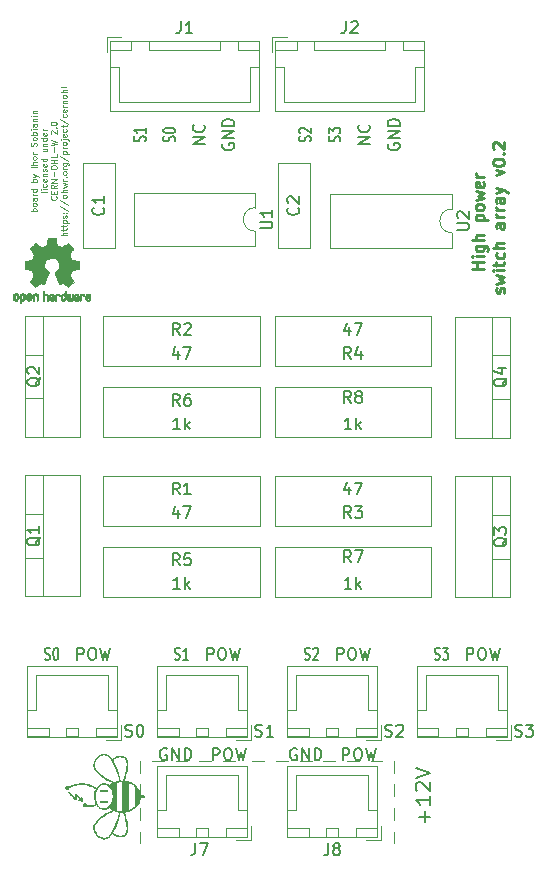
<source format=gbr>
G04 #@! TF.GenerationSoftware,KiCad,Pcbnew,5.1.10-88a1d61d58~90~ubuntu20.04.1*
G04 #@! TF.CreationDate,2022-01-16T20:59:39+00:00*
G04 #@! TF.ProjectId,hp_led_switch,68705f6c-6564-45f7-9377-697463682e6b,rev?*
G04 #@! TF.SameCoordinates,Original*
G04 #@! TF.FileFunction,Legend,Top*
G04 #@! TF.FilePolarity,Positive*
%FSLAX46Y46*%
G04 Gerber Fmt 4.6, Leading zero omitted, Abs format (unit mm)*
G04 Created by KiCad (PCBNEW 5.1.10-88a1d61d58~90~ubuntu20.04.1) date 2022-01-16 20:59:39*
%MOMM*%
%LPD*%
G01*
G04 APERTURE LIST*
%ADD10C,0.100000*%
%ADD11C,0.150000*%
%ADD12C,0.120000*%
%ADD13C,0.250000*%
%ADD14C,0.010000*%
G04 APERTURE END LIST*
D10*
X127221190Y-49981904D02*
X126721190Y-49981904D01*
X126911666Y-49981904D02*
X126887857Y-49934285D01*
X126887857Y-49839047D01*
X126911666Y-49791428D01*
X126935476Y-49767619D01*
X126983095Y-49743809D01*
X127125952Y-49743809D01*
X127173571Y-49767619D01*
X127197380Y-49791428D01*
X127221190Y-49839047D01*
X127221190Y-49934285D01*
X127197380Y-49981904D01*
X127221190Y-49458095D02*
X127197380Y-49505714D01*
X127173571Y-49529523D01*
X127125952Y-49553333D01*
X126983095Y-49553333D01*
X126935476Y-49529523D01*
X126911666Y-49505714D01*
X126887857Y-49458095D01*
X126887857Y-49386666D01*
X126911666Y-49339047D01*
X126935476Y-49315238D01*
X126983095Y-49291428D01*
X127125952Y-49291428D01*
X127173571Y-49315238D01*
X127197380Y-49339047D01*
X127221190Y-49386666D01*
X127221190Y-49458095D01*
X127221190Y-48862857D02*
X126959285Y-48862857D01*
X126911666Y-48886666D01*
X126887857Y-48934285D01*
X126887857Y-49029523D01*
X126911666Y-49077142D01*
X127197380Y-48862857D02*
X127221190Y-48910476D01*
X127221190Y-49029523D01*
X127197380Y-49077142D01*
X127149761Y-49100952D01*
X127102142Y-49100952D01*
X127054523Y-49077142D01*
X127030714Y-49029523D01*
X127030714Y-48910476D01*
X127006904Y-48862857D01*
X127221190Y-48624761D02*
X126887857Y-48624761D01*
X126983095Y-48624761D02*
X126935476Y-48600952D01*
X126911666Y-48577142D01*
X126887857Y-48529523D01*
X126887857Y-48481904D01*
X127221190Y-48100952D02*
X126721190Y-48100952D01*
X127197380Y-48100952D02*
X127221190Y-48148571D01*
X127221190Y-48243809D01*
X127197380Y-48291428D01*
X127173571Y-48315238D01*
X127125952Y-48339047D01*
X126983095Y-48339047D01*
X126935476Y-48315238D01*
X126911666Y-48291428D01*
X126887857Y-48243809D01*
X126887857Y-48148571D01*
X126911666Y-48100952D01*
X127221190Y-47481904D02*
X126721190Y-47481904D01*
X126911666Y-47481904D02*
X126887857Y-47434285D01*
X126887857Y-47339047D01*
X126911666Y-47291428D01*
X126935476Y-47267619D01*
X126983095Y-47243809D01*
X127125952Y-47243809D01*
X127173571Y-47267619D01*
X127197380Y-47291428D01*
X127221190Y-47339047D01*
X127221190Y-47434285D01*
X127197380Y-47481904D01*
X126887857Y-47077142D02*
X127221190Y-46958095D01*
X126887857Y-46839047D02*
X127221190Y-46958095D01*
X127340238Y-47005714D01*
X127364047Y-47029523D01*
X127387857Y-47077142D01*
X127221190Y-46267619D02*
X126721190Y-46267619D01*
X127221190Y-46029523D02*
X126721190Y-46029523D01*
X127221190Y-45815238D02*
X126959285Y-45815238D01*
X126911666Y-45839047D01*
X126887857Y-45886666D01*
X126887857Y-45958095D01*
X126911666Y-46005714D01*
X126935476Y-46029523D01*
X127221190Y-45505714D02*
X127197380Y-45553333D01*
X127173571Y-45577142D01*
X127125952Y-45600952D01*
X126983095Y-45600952D01*
X126935476Y-45577142D01*
X126911666Y-45553333D01*
X126887857Y-45505714D01*
X126887857Y-45434285D01*
X126911666Y-45386666D01*
X126935476Y-45362857D01*
X126983095Y-45339047D01*
X127125952Y-45339047D01*
X127173571Y-45362857D01*
X127197380Y-45386666D01*
X127221190Y-45434285D01*
X127221190Y-45505714D01*
X127221190Y-45124761D02*
X126887857Y-45124761D01*
X126983095Y-45124761D02*
X126935476Y-45100952D01*
X126911666Y-45077142D01*
X126887857Y-45029523D01*
X126887857Y-44981904D01*
X127197380Y-44458095D02*
X127221190Y-44386666D01*
X127221190Y-44267619D01*
X127197380Y-44220000D01*
X127173571Y-44196190D01*
X127125952Y-44172380D01*
X127078333Y-44172380D01*
X127030714Y-44196190D01*
X127006904Y-44220000D01*
X126983095Y-44267619D01*
X126959285Y-44362857D01*
X126935476Y-44410476D01*
X126911666Y-44434285D01*
X126864047Y-44458095D01*
X126816428Y-44458095D01*
X126768809Y-44434285D01*
X126745000Y-44410476D01*
X126721190Y-44362857D01*
X126721190Y-44243809D01*
X126745000Y-44172380D01*
X127221190Y-43886666D02*
X127197380Y-43934285D01*
X127173571Y-43958095D01*
X127125952Y-43981904D01*
X126983095Y-43981904D01*
X126935476Y-43958095D01*
X126911666Y-43934285D01*
X126887857Y-43886666D01*
X126887857Y-43815238D01*
X126911666Y-43767619D01*
X126935476Y-43743809D01*
X126983095Y-43720000D01*
X127125952Y-43720000D01*
X127173571Y-43743809D01*
X127197380Y-43767619D01*
X127221190Y-43815238D01*
X127221190Y-43886666D01*
X127221190Y-43505714D02*
X126721190Y-43505714D01*
X126911666Y-43505714D02*
X126887857Y-43458095D01*
X126887857Y-43362857D01*
X126911666Y-43315238D01*
X126935476Y-43291428D01*
X126983095Y-43267619D01*
X127125952Y-43267619D01*
X127173571Y-43291428D01*
X127197380Y-43315238D01*
X127221190Y-43362857D01*
X127221190Y-43458095D01*
X127197380Y-43505714D01*
X127221190Y-43053333D02*
X126887857Y-43053333D01*
X126721190Y-43053333D02*
X126745000Y-43077142D01*
X126768809Y-43053333D01*
X126745000Y-43029523D01*
X126721190Y-43053333D01*
X126768809Y-43053333D01*
X127221190Y-42600952D02*
X126959285Y-42600952D01*
X126911666Y-42624761D01*
X126887857Y-42672380D01*
X126887857Y-42767619D01*
X126911666Y-42815238D01*
X127197380Y-42600952D02*
X127221190Y-42648571D01*
X127221190Y-42767619D01*
X127197380Y-42815238D01*
X127149761Y-42839047D01*
X127102142Y-42839047D01*
X127054523Y-42815238D01*
X127030714Y-42767619D01*
X127030714Y-42648571D01*
X127006904Y-42600952D01*
X126887857Y-42362857D02*
X127221190Y-42362857D01*
X126935476Y-42362857D02*
X126911666Y-42339047D01*
X126887857Y-42291428D01*
X126887857Y-42220000D01*
X126911666Y-42172380D01*
X126959285Y-42148571D01*
X127221190Y-42148571D01*
X127221190Y-41910476D02*
X126887857Y-41910476D01*
X126721190Y-41910476D02*
X126745000Y-41934285D01*
X126768809Y-41910476D01*
X126745000Y-41886666D01*
X126721190Y-41910476D01*
X126768809Y-41910476D01*
X126887857Y-41672380D02*
X127221190Y-41672380D01*
X126935476Y-41672380D02*
X126911666Y-41648571D01*
X126887857Y-41600952D01*
X126887857Y-41529523D01*
X126911666Y-41481904D01*
X126959285Y-41458095D01*
X127221190Y-41458095D01*
X128071190Y-48315238D02*
X128047380Y-48362857D01*
X127999761Y-48386666D01*
X127571190Y-48386666D01*
X128071190Y-48124761D02*
X127737857Y-48124761D01*
X127571190Y-48124761D02*
X127595000Y-48148571D01*
X127618809Y-48124761D01*
X127595000Y-48100952D01*
X127571190Y-48124761D01*
X127618809Y-48124761D01*
X128047380Y-47672380D02*
X128071190Y-47720000D01*
X128071190Y-47815238D01*
X128047380Y-47862857D01*
X128023571Y-47886666D01*
X127975952Y-47910476D01*
X127833095Y-47910476D01*
X127785476Y-47886666D01*
X127761666Y-47862857D01*
X127737857Y-47815238D01*
X127737857Y-47720000D01*
X127761666Y-47672380D01*
X128047380Y-47267619D02*
X128071190Y-47315238D01*
X128071190Y-47410476D01*
X128047380Y-47458095D01*
X127999761Y-47481904D01*
X127809285Y-47481904D01*
X127761666Y-47458095D01*
X127737857Y-47410476D01*
X127737857Y-47315238D01*
X127761666Y-47267619D01*
X127809285Y-47243809D01*
X127856904Y-47243809D01*
X127904523Y-47481904D01*
X127737857Y-47029523D02*
X128071190Y-47029523D01*
X127785476Y-47029523D02*
X127761666Y-47005714D01*
X127737857Y-46958095D01*
X127737857Y-46886666D01*
X127761666Y-46839047D01*
X127809285Y-46815238D01*
X128071190Y-46815238D01*
X128047380Y-46600952D02*
X128071190Y-46553333D01*
X128071190Y-46458095D01*
X128047380Y-46410476D01*
X127999761Y-46386666D01*
X127975952Y-46386666D01*
X127928333Y-46410476D01*
X127904523Y-46458095D01*
X127904523Y-46529523D01*
X127880714Y-46577142D01*
X127833095Y-46600952D01*
X127809285Y-46600952D01*
X127761666Y-46577142D01*
X127737857Y-46529523D01*
X127737857Y-46458095D01*
X127761666Y-46410476D01*
X128047380Y-45981904D02*
X128071190Y-46029523D01*
X128071190Y-46124761D01*
X128047380Y-46172380D01*
X127999761Y-46196190D01*
X127809285Y-46196190D01*
X127761666Y-46172380D01*
X127737857Y-46124761D01*
X127737857Y-46029523D01*
X127761666Y-45981904D01*
X127809285Y-45958095D01*
X127856904Y-45958095D01*
X127904523Y-46196190D01*
X128071190Y-45529523D02*
X127571190Y-45529523D01*
X128047380Y-45529523D02*
X128071190Y-45577142D01*
X128071190Y-45672380D01*
X128047380Y-45720000D01*
X128023571Y-45743809D01*
X127975952Y-45767619D01*
X127833095Y-45767619D01*
X127785476Y-45743809D01*
X127761666Y-45720000D01*
X127737857Y-45672380D01*
X127737857Y-45577142D01*
X127761666Y-45529523D01*
X127737857Y-44696190D02*
X128071190Y-44696190D01*
X127737857Y-44910476D02*
X127999761Y-44910476D01*
X128047380Y-44886666D01*
X128071190Y-44839047D01*
X128071190Y-44767619D01*
X128047380Y-44720000D01*
X128023571Y-44696190D01*
X127737857Y-44458095D02*
X128071190Y-44458095D01*
X127785476Y-44458095D02*
X127761666Y-44434285D01*
X127737857Y-44386666D01*
X127737857Y-44315238D01*
X127761666Y-44267619D01*
X127809285Y-44243809D01*
X128071190Y-44243809D01*
X128071190Y-43791428D02*
X127571190Y-43791428D01*
X128047380Y-43791428D02*
X128071190Y-43839047D01*
X128071190Y-43934285D01*
X128047380Y-43981904D01*
X128023571Y-44005714D01*
X127975952Y-44029523D01*
X127833095Y-44029523D01*
X127785476Y-44005714D01*
X127761666Y-43981904D01*
X127737857Y-43934285D01*
X127737857Y-43839047D01*
X127761666Y-43791428D01*
X128047380Y-43362857D02*
X128071190Y-43410476D01*
X128071190Y-43505714D01*
X128047380Y-43553333D01*
X127999761Y-43577142D01*
X127809285Y-43577142D01*
X127761666Y-43553333D01*
X127737857Y-43505714D01*
X127737857Y-43410476D01*
X127761666Y-43362857D01*
X127809285Y-43339047D01*
X127856904Y-43339047D01*
X127904523Y-43577142D01*
X128071190Y-43124761D02*
X127737857Y-43124761D01*
X127833095Y-43124761D02*
X127785476Y-43100952D01*
X127761666Y-43077142D01*
X127737857Y-43029523D01*
X127737857Y-42981904D01*
X128873571Y-48720000D02*
X128897380Y-48743809D01*
X128921190Y-48815238D01*
X128921190Y-48862857D01*
X128897380Y-48934285D01*
X128849761Y-48981904D01*
X128802142Y-49005714D01*
X128706904Y-49029523D01*
X128635476Y-49029523D01*
X128540238Y-49005714D01*
X128492619Y-48981904D01*
X128445000Y-48934285D01*
X128421190Y-48862857D01*
X128421190Y-48815238D01*
X128445000Y-48743809D01*
X128468809Y-48720000D01*
X128659285Y-48505714D02*
X128659285Y-48339047D01*
X128921190Y-48267619D02*
X128921190Y-48505714D01*
X128421190Y-48505714D01*
X128421190Y-48267619D01*
X128921190Y-47767619D02*
X128683095Y-47934285D01*
X128921190Y-48053333D02*
X128421190Y-48053333D01*
X128421190Y-47862857D01*
X128445000Y-47815238D01*
X128468809Y-47791428D01*
X128516428Y-47767619D01*
X128587857Y-47767619D01*
X128635476Y-47791428D01*
X128659285Y-47815238D01*
X128683095Y-47862857D01*
X128683095Y-48053333D01*
X128921190Y-47553333D02*
X128421190Y-47553333D01*
X128921190Y-47267619D01*
X128421190Y-47267619D01*
X128730714Y-47029523D02*
X128730714Y-46648571D01*
X128421190Y-46315238D02*
X128421190Y-46220000D01*
X128445000Y-46172380D01*
X128492619Y-46124761D01*
X128587857Y-46100952D01*
X128754523Y-46100952D01*
X128849761Y-46124761D01*
X128897380Y-46172380D01*
X128921190Y-46220000D01*
X128921190Y-46315238D01*
X128897380Y-46362857D01*
X128849761Y-46410476D01*
X128754523Y-46434285D01*
X128587857Y-46434285D01*
X128492619Y-46410476D01*
X128445000Y-46362857D01*
X128421190Y-46315238D01*
X128921190Y-45886666D02*
X128421190Y-45886666D01*
X128659285Y-45886666D02*
X128659285Y-45600952D01*
X128921190Y-45600952D02*
X128421190Y-45600952D01*
X128921190Y-45124761D02*
X128921190Y-45362857D01*
X128421190Y-45362857D01*
X128730714Y-44958095D02*
X128730714Y-44577142D01*
X128421190Y-44386666D02*
X128921190Y-44267619D01*
X128564047Y-44172380D01*
X128921190Y-44077142D01*
X128421190Y-43958095D01*
X128468809Y-43410476D02*
X128445000Y-43386666D01*
X128421190Y-43339047D01*
X128421190Y-43220000D01*
X128445000Y-43172380D01*
X128468809Y-43148571D01*
X128516428Y-43124761D01*
X128564047Y-43124761D01*
X128635476Y-43148571D01*
X128921190Y-43434285D01*
X128921190Y-43124761D01*
X128873571Y-42910476D02*
X128897380Y-42886666D01*
X128921190Y-42910476D01*
X128897380Y-42934285D01*
X128873571Y-42910476D01*
X128921190Y-42910476D01*
X128421190Y-42577142D02*
X128421190Y-42529523D01*
X128445000Y-42481904D01*
X128468809Y-42458095D01*
X128516428Y-42434285D01*
X128611666Y-42410476D01*
X128730714Y-42410476D01*
X128825952Y-42434285D01*
X128873571Y-42458095D01*
X128897380Y-42481904D01*
X128921190Y-42529523D01*
X128921190Y-42577142D01*
X128897380Y-42624761D01*
X128873571Y-42648571D01*
X128825952Y-42672380D01*
X128730714Y-42696190D01*
X128611666Y-42696190D01*
X128516428Y-42672380D01*
X128468809Y-42648571D01*
X128445000Y-42624761D01*
X128421190Y-42577142D01*
X129771190Y-51993809D02*
X129271190Y-51993809D01*
X129771190Y-51779523D02*
X129509285Y-51779523D01*
X129461666Y-51803333D01*
X129437857Y-51850952D01*
X129437857Y-51922380D01*
X129461666Y-51970000D01*
X129485476Y-51993809D01*
X129437857Y-51612857D02*
X129437857Y-51422380D01*
X129271190Y-51541428D02*
X129699761Y-51541428D01*
X129747380Y-51517619D01*
X129771190Y-51470000D01*
X129771190Y-51422380D01*
X129437857Y-51327142D02*
X129437857Y-51136666D01*
X129271190Y-51255714D02*
X129699761Y-51255714D01*
X129747380Y-51231904D01*
X129771190Y-51184285D01*
X129771190Y-51136666D01*
X129437857Y-50970000D02*
X129937857Y-50970000D01*
X129461666Y-50970000D02*
X129437857Y-50922380D01*
X129437857Y-50827142D01*
X129461666Y-50779523D01*
X129485476Y-50755714D01*
X129533095Y-50731904D01*
X129675952Y-50731904D01*
X129723571Y-50755714D01*
X129747380Y-50779523D01*
X129771190Y-50827142D01*
X129771190Y-50922380D01*
X129747380Y-50970000D01*
X129747380Y-50541428D02*
X129771190Y-50493809D01*
X129771190Y-50398571D01*
X129747380Y-50350952D01*
X129699761Y-50327142D01*
X129675952Y-50327142D01*
X129628333Y-50350952D01*
X129604523Y-50398571D01*
X129604523Y-50470000D01*
X129580714Y-50517619D01*
X129533095Y-50541428D01*
X129509285Y-50541428D01*
X129461666Y-50517619D01*
X129437857Y-50470000D01*
X129437857Y-50398571D01*
X129461666Y-50350952D01*
X129723571Y-50112857D02*
X129747380Y-50089047D01*
X129771190Y-50112857D01*
X129747380Y-50136666D01*
X129723571Y-50112857D01*
X129771190Y-50112857D01*
X129461666Y-50112857D02*
X129485476Y-50089047D01*
X129509285Y-50112857D01*
X129485476Y-50136666D01*
X129461666Y-50112857D01*
X129509285Y-50112857D01*
X129247380Y-49517619D02*
X129890238Y-49946190D01*
X129247380Y-48993809D02*
X129890238Y-49422380D01*
X129771190Y-48755714D02*
X129747380Y-48803333D01*
X129723571Y-48827142D01*
X129675952Y-48850952D01*
X129533095Y-48850952D01*
X129485476Y-48827142D01*
X129461666Y-48803333D01*
X129437857Y-48755714D01*
X129437857Y-48684285D01*
X129461666Y-48636666D01*
X129485476Y-48612857D01*
X129533095Y-48589047D01*
X129675952Y-48589047D01*
X129723571Y-48612857D01*
X129747380Y-48636666D01*
X129771190Y-48684285D01*
X129771190Y-48755714D01*
X129771190Y-48374761D02*
X129271190Y-48374761D01*
X129771190Y-48160476D02*
X129509285Y-48160476D01*
X129461666Y-48184285D01*
X129437857Y-48231904D01*
X129437857Y-48303333D01*
X129461666Y-48350952D01*
X129485476Y-48374761D01*
X129437857Y-47970000D02*
X129771190Y-47874761D01*
X129533095Y-47779523D01*
X129771190Y-47684285D01*
X129437857Y-47589047D01*
X129771190Y-47398571D02*
X129437857Y-47398571D01*
X129533095Y-47398571D02*
X129485476Y-47374761D01*
X129461666Y-47350952D01*
X129437857Y-47303333D01*
X129437857Y-47255714D01*
X129723571Y-47089047D02*
X129747380Y-47065238D01*
X129771190Y-47089047D01*
X129747380Y-47112857D01*
X129723571Y-47089047D01*
X129771190Y-47089047D01*
X129771190Y-46779523D02*
X129747380Y-46827142D01*
X129723571Y-46850952D01*
X129675952Y-46874761D01*
X129533095Y-46874761D01*
X129485476Y-46850952D01*
X129461666Y-46827142D01*
X129437857Y-46779523D01*
X129437857Y-46708095D01*
X129461666Y-46660476D01*
X129485476Y-46636666D01*
X129533095Y-46612857D01*
X129675952Y-46612857D01*
X129723571Y-46636666D01*
X129747380Y-46660476D01*
X129771190Y-46708095D01*
X129771190Y-46779523D01*
X129771190Y-46398571D02*
X129437857Y-46398571D01*
X129533095Y-46398571D02*
X129485476Y-46374761D01*
X129461666Y-46350952D01*
X129437857Y-46303333D01*
X129437857Y-46255714D01*
X129437857Y-45874761D02*
X129842619Y-45874761D01*
X129890238Y-45898571D01*
X129914047Y-45922380D01*
X129937857Y-45970000D01*
X129937857Y-46041428D01*
X129914047Y-46089047D01*
X129747380Y-45874761D02*
X129771190Y-45922380D01*
X129771190Y-46017619D01*
X129747380Y-46065238D01*
X129723571Y-46089047D01*
X129675952Y-46112857D01*
X129533095Y-46112857D01*
X129485476Y-46089047D01*
X129461666Y-46065238D01*
X129437857Y-46017619D01*
X129437857Y-45922380D01*
X129461666Y-45874761D01*
X129247380Y-45279523D02*
X129890238Y-45708095D01*
X129437857Y-45112857D02*
X129937857Y-45112857D01*
X129461666Y-45112857D02*
X129437857Y-45065238D01*
X129437857Y-44970000D01*
X129461666Y-44922380D01*
X129485476Y-44898571D01*
X129533095Y-44874761D01*
X129675952Y-44874761D01*
X129723571Y-44898571D01*
X129747380Y-44922380D01*
X129771190Y-44970000D01*
X129771190Y-45065238D01*
X129747380Y-45112857D01*
X129771190Y-44660476D02*
X129437857Y-44660476D01*
X129533095Y-44660476D02*
X129485476Y-44636666D01*
X129461666Y-44612857D01*
X129437857Y-44565238D01*
X129437857Y-44517619D01*
X129771190Y-44279523D02*
X129747380Y-44327142D01*
X129723571Y-44350952D01*
X129675952Y-44374761D01*
X129533095Y-44374761D01*
X129485476Y-44350952D01*
X129461666Y-44327142D01*
X129437857Y-44279523D01*
X129437857Y-44208095D01*
X129461666Y-44160476D01*
X129485476Y-44136666D01*
X129533095Y-44112857D01*
X129675952Y-44112857D01*
X129723571Y-44136666D01*
X129747380Y-44160476D01*
X129771190Y-44208095D01*
X129771190Y-44279523D01*
X129437857Y-43898571D02*
X129866428Y-43898571D01*
X129914047Y-43922380D01*
X129937857Y-43970000D01*
X129937857Y-43993809D01*
X129271190Y-43898571D02*
X129295000Y-43922380D01*
X129318809Y-43898571D01*
X129295000Y-43874761D01*
X129271190Y-43898571D01*
X129318809Y-43898571D01*
X129747380Y-43470000D02*
X129771190Y-43517619D01*
X129771190Y-43612857D01*
X129747380Y-43660476D01*
X129699761Y-43684285D01*
X129509285Y-43684285D01*
X129461666Y-43660476D01*
X129437857Y-43612857D01*
X129437857Y-43517619D01*
X129461666Y-43470000D01*
X129509285Y-43446190D01*
X129556904Y-43446190D01*
X129604523Y-43684285D01*
X129747380Y-43017619D02*
X129771190Y-43065238D01*
X129771190Y-43160476D01*
X129747380Y-43208095D01*
X129723571Y-43231904D01*
X129675952Y-43255714D01*
X129533095Y-43255714D01*
X129485476Y-43231904D01*
X129461666Y-43208095D01*
X129437857Y-43160476D01*
X129437857Y-43065238D01*
X129461666Y-43017619D01*
X129437857Y-42874761D02*
X129437857Y-42684285D01*
X129271190Y-42803333D02*
X129699761Y-42803333D01*
X129747380Y-42779523D01*
X129771190Y-42731904D01*
X129771190Y-42684285D01*
X129247380Y-42160476D02*
X129890238Y-42589047D01*
X129747380Y-41779523D02*
X129771190Y-41827142D01*
X129771190Y-41922380D01*
X129747380Y-41970000D01*
X129723571Y-41993809D01*
X129675952Y-42017619D01*
X129533095Y-42017619D01*
X129485476Y-41993809D01*
X129461666Y-41970000D01*
X129437857Y-41922380D01*
X129437857Y-41827142D01*
X129461666Y-41779523D01*
X129747380Y-41374761D02*
X129771190Y-41422380D01*
X129771190Y-41517619D01*
X129747380Y-41565238D01*
X129699761Y-41589047D01*
X129509285Y-41589047D01*
X129461666Y-41565238D01*
X129437857Y-41517619D01*
X129437857Y-41422380D01*
X129461666Y-41374761D01*
X129509285Y-41350952D01*
X129556904Y-41350952D01*
X129604523Y-41589047D01*
X129771190Y-41136666D02*
X129437857Y-41136666D01*
X129533095Y-41136666D02*
X129485476Y-41112857D01*
X129461666Y-41089047D01*
X129437857Y-41041428D01*
X129437857Y-40993809D01*
X129437857Y-40827142D02*
X129771190Y-40827142D01*
X129485476Y-40827142D02*
X129461666Y-40803333D01*
X129437857Y-40755714D01*
X129437857Y-40684285D01*
X129461666Y-40636666D01*
X129509285Y-40612857D01*
X129771190Y-40612857D01*
X129771190Y-40303333D02*
X129747380Y-40350952D01*
X129723571Y-40374761D01*
X129675952Y-40398571D01*
X129533095Y-40398571D01*
X129485476Y-40374761D01*
X129461666Y-40350952D01*
X129437857Y-40303333D01*
X129437857Y-40231904D01*
X129461666Y-40184285D01*
X129485476Y-40160476D01*
X129533095Y-40136666D01*
X129675952Y-40136666D01*
X129723571Y-40160476D01*
X129747380Y-40184285D01*
X129771190Y-40231904D01*
X129771190Y-40303333D01*
X129771190Y-39922380D02*
X129271190Y-39922380D01*
X129771190Y-39708095D02*
X129509285Y-39708095D01*
X129461666Y-39731904D01*
X129437857Y-39779523D01*
X129437857Y-39850952D01*
X129461666Y-39898571D01*
X129485476Y-39922380D01*
X129771190Y-39398571D02*
X129747380Y-39446190D01*
X129699761Y-39470000D01*
X129271190Y-39470000D01*
D11*
X136404761Y-44071428D02*
X136452380Y-43964285D01*
X136452380Y-43785714D01*
X136404761Y-43714285D01*
X136357142Y-43678571D01*
X136261904Y-43642857D01*
X136166666Y-43642857D01*
X136071428Y-43678571D01*
X136023809Y-43714285D01*
X135976190Y-43785714D01*
X135928571Y-43928571D01*
X135880952Y-44000000D01*
X135833333Y-44035714D01*
X135738095Y-44071428D01*
X135642857Y-44071428D01*
X135547619Y-44035714D01*
X135500000Y-44000000D01*
X135452380Y-43928571D01*
X135452380Y-43750000D01*
X135500000Y-43642857D01*
X136452380Y-42928571D02*
X136452380Y-43357142D01*
X136452380Y-43142857D02*
X135452380Y-43142857D01*
X135595238Y-43214285D01*
X135690476Y-43285714D01*
X135738095Y-43357142D01*
X138904761Y-44071428D02*
X138952380Y-43964285D01*
X138952380Y-43785714D01*
X138904761Y-43714285D01*
X138857142Y-43678571D01*
X138761904Y-43642857D01*
X138666666Y-43642857D01*
X138571428Y-43678571D01*
X138523809Y-43714285D01*
X138476190Y-43785714D01*
X138428571Y-43928571D01*
X138380952Y-44000000D01*
X138333333Y-44035714D01*
X138238095Y-44071428D01*
X138142857Y-44071428D01*
X138047619Y-44035714D01*
X138000000Y-44000000D01*
X137952380Y-43928571D01*
X137952380Y-43750000D01*
X138000000Y-43642857D01*
X137952380Y-43178571D02*
X137952380Y-43107142D01*
X138000000Y-43035714D01*
X138047619Y-43000000D01*
X138142857Y-42964285D01*
X138333333Y-42928571D01*
X138571428Y-42928571D01*
X138761904Y-42964285D01*
X138857142Y-43000000D01*
X138904761Y-43035714D01*
X138952380Y-43107142D01*
X138952380Y-43178571D01*
X138904761Y-43250000D01*
X138857142Y-43285714D01*
X138761904Y-43321428D01*
X138571428Y-43357142D01*
X138333333Y-43357142D01*
X138142857Y-43321428D01*
X138047619Y-43285714D01*
X138000000Y-43250000D01*
X137952380Y-43178571D01*
X152904761Y-44071428D02*
X152952380Y-43964285D01*
X152952380Y-43785714D01*
X152904761Y-43714285D01*
X152857142Y-43678571D01*
X152761904Y-43642857D01*
X152666666Y-43642857D01*
X152571428Y-43678571D01*
X152523809Y-43714285D01*
X152476190Y-43785714D01*
X152428571Y-43928571D01*
X152380952Y-44000000D01*
X152333333Y-44035714D01*
X152238095Y-44071428D01*
X152142857Y-44071428D01*
X152047619Y-44035714D01*
X152000000Y-44000000D01*
X151952380Y-43928571D01*
X151952380Y-43750000D01*
X152000000Y-43642857D01*
X151952380Y-43392857D02*
X151952380Y-42928571D01*
X152333333Y-43178571D01*
X152333333Y-43071428D01*
X152380952Y-43000000D01*
X152428571Y-42964285D01*
X152523809Y-42928571D01*
X152761904Y-42928571D01*
X152857142Y-42964285D01*
X152904761Y-43000000D01*
X152952380Y-43071428D01*
X152952380Y-43285714D01*
X152904761Y-43357142D01*
X152857142Y-43392857D01*
X141452380Y-44285714D02*
X140452380Y-44285714D01*
X141452380Y-43714285D01*
X140452380Y-43714285D01*
X141357142Y-42666666D02*
X141404761Y-42714285D01*
X141452380Y-42857142D01*
X141452380Y-42952380D01*
X141404761Y-43095238D01*
X141309523Y-43190476D01*
X141214285Y-43238095D01*
X141023809Y-43285714D01*
X140880952Y-43285714D01*
X140690476Y-43238095D01*
X140595238Y-43190476D01*
X140500000Y-43095238D01*
X140452380Y-42952380D01*
X140452380Y-42857142D01*
X140500000Y-42714285D01*
X140547619Y-42666666D01*
D12*
X156500000Y-96500000D02*
X155500000Y-96500000D01*
X154500000Y-96500000D02*
X153500000Y-96500000D01*
X150500000Y-96500000D02*
X149500000Y-96500000D01*
X152500000Y-96500000D02*
X151500000Y-96500000D01*
X148500000Y-96500000D02*
X147500000Y-96500000D01*
X136000000Y-99500000D02*
X136000000Y-98500000D01*
X136000000Y-103500000D02*
X136000000Y-102500000D01*
X136000000Y-101500000D02*
X136000000Y-100500000D01*
X136000000Y-97500000D02*
X136000000Y-96500000D01*
X157500000Y-97500000D02*
X157500000Y-96500000D01*
X157500000Y-101500000D02*
X157500000Y-100500000D01*
X157500000Y-99500000D02*
X157500000Y-98500000D01*
X157500000Y-103500000D02*
X157500000Y-102500000D01*
X157500000Y-96500000D02*
X157500000Y-96500000D01*
X140000000Y-96500000D02*
X139000000Y-96500000D01*
X146500000Y-96500000D02*
X145500000Y-96500000D01*
X138000000Y-96500000D02*
X137000000Y-96500000D01*
X144000000Y-96500000D02*
X143000000Y-96500000D01*
X142000000Y-96500000D02*
X141000000Y-96500000D01*
D11*
X149238095Y-95500000D02*
X149142857Y-95452380D01*
X149000000Y-95452380D01*
X148857142Y-95500000D01*
X148761904Y-95595238D01*
X148714285Y-95690476D01*
X148666666Y-95880952D01*
X148666666Y-96023809D01*
X148714285Y-96214285D01*
X148761904Y-96309523D01*
X148857142Y-96404761D01*
X149000000Y-96452380D01*
X149095238Y-96452380D01*
X149238095Y-96404761D01*
X149285714Y-96357142D01*
X149285714Y-96023809D01*
X149095238Y-96023809D01*
X149714285Y-96452380D02*
X149714285Y-95452380D01*
X150285714Y-96452380D01*
X150285714Y-95452380D01*
X150761904Y-96452380D02*
X150761904Y-95452380D01*
X151000000Y-95452380D01*
X151142857Y-95500000D01*
X151238095Y-95595238D01*
X151285714Y-95690476D01*
X151333333Y-95880952D01*
X151333333Y-96023809D01*
X151285714Y-96214285D01*
X151238095Y-96309523D01*
X151142857Y-96404761D01*
X151000000Y-96452380D01*
X150761904Y-96452380D01*
X153142857Y-96452380D02*
X153142857Y-95452380D01*
X153523809Y-95452380D01*
X153619047Y-95500000D01*
X153666666Y-95547619D01*
X153714285Y-95642857D01*
X153714285Y-95785714D01*
X153666666Y-95880952D01*
X153619047Y-95928571D01*
X153523809Y-95976190D01*
X153142857Y-95976190D01*
X154333333Y-95452380D02*
X154523809Y-95452380D01*
X154619047Y-95500000D01*
X154714285Y-95595238D01*
X154761904Y-95785714D01*
X154761904Y-96119047D01*
X154714285Y-96309523D01*
X154619047Y-96404761D01*
X154523809Y-96452380D01*
X154333333Y-96452380D01*
X154238095Y-96404761D01*
X154142857Y-96309523D01*
X154095238Y-96119047D01*
X154095238Y-95785714D01*
X154142857Y-95595238D01*
X154238095Y-95500000D01*
X154333333Y-95452380D01*
X155095238Y-95452380D02*
X155333333Y-96452380D01*
X155523809Y-95738095D01*
X155714285Y-96452380D01*
X155952380Y-95452380D01*
X160089285Y-101702380D02*
X160089285Y-100750000D01*
X160565476Y-101226190D02*
X159613095Y-101226190D01*
X160565476Y-99500000D02*
X160565476Y-100214285D01*
X160565476Y-99857142D02*
X159315476Y-99857142D01*
X159494047Y-99976190D01*
X159613095Y-100095238D01*
X159672619Y-100214285D01*
X159434523Y-99023809D02*
X159375000Y-98964285D01*
X159315476Y-98845238D01*
X159315476Y-98547619D01*
X159375000Y-98428571D01*
X159434523Y-98369047D01*
X159553571Y-98309523D01*
X159672619Y-98309523D01*
X159851190Y-98369047D01*
X160565476Y-99083333D01*
X160565476Y-98309523D01*
X159315476Y-97952380D02*
X160565476Y-97535714D01*
X159315476Y-97119047D01*
X160928571Y-87904761D02*
X161035714Y-87952380D01*
X161214285Y-87952380D01*
X161285714Y-87904761D01*
X161321428Y-87857142D01*
X161357142Y-87761904D01*
X161357142Y-87666666D01*
X161321428Y-87571428D01*
X161285714Y-87523809D01*
X161214285Y-87476190D01*
X161071428Y-87428571D01*
X161000000Y-87380952D01*
X160964285Y-87333333D01*
X160928571Y-87238095D01*
X160928571Y-87142857D01*
X160964285Y-87047619D01*
X161000000Y-87000000D01*
X161071428Y-86952380D01*
X161250000Y-86952380D01*
X161357142Y-87000000D01*
X161607142Y-86952380D02*
X162071428Y-86952380D01*
X161821428Y-87333333D01*
X161928571Y-87333333D01*
X162000000Y-87380952D01*
X162035714Y-87428571D01*
X162071428Y-87523809D01*
X162071428Y-87761904D01*
X162035714Y-87857142D01*
X162000000Y-87904761D01*
X161928571Y-87952380D01*
X161714285Y-87952380D01*
X161642857Y-87904761D01*
X161607142Y-87857142D01*
X149928571Y-87904761D02*
X150035714Y-87952380D01*
X150214285Y-87952380D01*
X150285714Y-87904761D01*
X150321428Y-87857142D01*
X150357142Y-87761904D01*
X150357142Y-87666666D01*
X150321428Y-87571428D01*
X150285714Y-87523809D01*
X150214285Y-87476190D01*
X150071428Y-87428571D01*
X150000000Y-87380952D01*
X149964285Y-87333333D01*
X149928571Y-87238095D01*
X149928571Y-87142857D01*
X149964285Y-87047619D01*
X150000000Y-87000000D01*
X150071428Y-86952380D01*
X150250000Y-86952380D01*
X150357142Y-87000000D01*
X150642857Y-87047619D02*
X150678571Y-87000000D01*
X150750000Y-86952380D01*
X150928571Y-86952380D01*
X151000000Y-87000000D01*
X151035714Y-87047619D01*
X151071428Y-87142857D01*
X151071428Y-87238095D01*
X151035714Y-87380952D01*
X150607142Y-87952380D01*
X151071428Y-87952380D01*
X138928571Y-87904761D02*
X139035714Y-87952380D01*
X139214285Y-87952380D01*
X139285714Y-87904761D01*
X139321428Y-87857142D01*
X139357142Y-87761904D01*
X139357142Y-87666666D01*
X139321428Y-87571428D01*
X139285714Y-87523809D01*
X139214285Y-87476190D01*
X139071428Y-87428571D01*
X139000000Y-87380952D01*
X138964285Y-87333333D01*
X138928571Y-87238095D01*
X138928571Y-87142857D01*
X138964285Y-87047619D01*
X139000000Y-87000000D01*
X139071428Y-86952380D01*
X139250000Y-86952380D01*
X139357142Y-87000000D01*
X140071428Y-87952380D02*
X139642857Y-87952380D01*
X139857142Y-87952380D02*
X139857142Y-86952380D01*
X139785714Y-87095238D01*
X139714285Y-87190476D01*
X139642857Y-87238095D01*
X167738095Y-94404761D02*
X167880952Y-94452380D01*
X168119047Y-94452380D01*
X168214285Y-94404761D01*
X168261904Y-94357142D01*
X168309523Y-94261904D01*
X168309523Y-94166666D01*
X168261904Y-94071428D01*
X168214285Y-94023809D01*
X168119047Y-93976190D01*
X167928571Y-93928571D01*
X167833333Y-93880952D01*
X167785714Y-93833333D01*
X167738095Y-93738095D01*
X167738095Y-93642857D01*
X167785714Y-93547619D01*
X167833333Y-93500000D01*
X167928571Y-93452380D01*
X168166666Y-93452380D01*
X168309523Y-93500000D01*
X168642857Y-93452380D02*
X169261904Y-93452380D01*
X168928571Y-93833333D01*
X169071428Y-93833333D01*
X169166666Y-93880952D01*
X169214285Y-93928571D01*
X169261904Y-94023809D01*
X169261904Y-94261904D01*
X169214285Y-94357142D01*
X169166666Y-94404761D01*
X169071428Y-94452380D01*
X168785714Y-94452380D01*
X168690476Y-94404761D01*
X168642857Y-94357142D01*
X156738095Y-94404761D02*
X156880952Y-94452380D01*
X157119047Y-94452380D01*
X157214285Y-94404761D01*
X157261904Y-94357142D01*
X157309523Y-94261904D01*
X157309523Y-94166666D01*
X157261904Y-94071428D01*
X157214285Y-94023809D01*
X157119047Y-93976190D01*
X156928571Y-93928571D01*
X156833333Y-93880952D01*
X156785714Y-93833333D01*
X156738095Y-93738095D01*
X156738095Y-93642857D01*
X156785714Y-93547619D01*
X156833333Y-93500000D01*
X156928571Y-93452380D01*
X157166666Y-93452380D01*
X157309523Y-93500000D01*
X157690476Y-93547619D02*
X157738095Y-93500000D01*
X157833333Y-93452380D01*
X158071428Y-93452380D01*
X158166666Y-93500000D01*
X158214285Y-93547619D01*
X158261904Y-93642857D01*
X158261904Y-93738095D01*
X158214285Y-93880952D01*
X157642857Y-94452380D01*
X158261904Y-94452380D01*
X145738095Y-94404761D02*
X145880952Y-94452380D01*
X146119047Y-94452380D01*
X146214285Y-94404761D01*
X146261904Y-94357142D01*
X146309523Y-94261904D01*
X146309523Y-94166666D01*
X146261904Y-94071428D01*
X146214285Y-94023809D01*
X146119047Y-93976190D01*
X145928571Y-93928571D01*
X145833333Y-93880952D01*
X145785714Y-93833333D01*
X145738095Y-93738095D01*
X145738095Y-93642857D01*
X145785714Y-93547619D01*
X145833333Y-93500000D01*
X145928571Y-93452380D01*
X146166666Y-93452380D01*
X146309523Y-93500000D01*
X147261904Y-94452380D02*
X146690476Y-94452380D01*
X146976190Y-94452380D02*
X146976190Y-93452380D01*
X146880952Y-93595238D01*
X146785714Y-93690476D01*
X146690476Y-93738095D01*
X134738095Y-94404761D02*
X134880952Y-94452380D01*
X135119047Y-94452380D01*
X135214285Y-94404761D01*
X135261904Y-94357142D01*
X135309523Y-94261904D01*
X135309523Y-94166666D01*
X135261904Y-94071428D01*
X135214285Y-94023809D01*
X135119047Y-93976190D01*
X134928571Y-93928571D01*
X134833333Y-93880952D01*
X134785714Y-93833333D01*
X134738095Y-93738095D01*
X134738095Y-93642857D01*
X134785714Y-93547619D01*
X134833333Y-93500000D01*
X134928571Y-93452380D01*
X135166666Y-93452380D01*
X135309523Y-93500000D01*
X135928571Y-93452380D02*
X136023809Y-93452380D01*
X136119047Y-93500000D01*
X136166666Y-93547619D01*
X136214285Y-93642857D01*
X136261904Y-93833333D01*
X136261904Y-94071428D01*
X136214285Y-94261904D01*
X136166666Y-94357142D01*
X136119047Y-94404761D01*
X136023809Y-94452380D01*
X135928571Y-94452380D01*
X135833333Y-94404761D01*
X135785714Y-94357142D01*
X135738095Y-94261904D01*
X135690476Y-94071428D01*
X135690476Y-93833333D01*
X135738095Y-93642857D01*
X135785714Y-93547619D01*
X135833333Y-93500000D01*
X135928571Y-93452380D01*
X127928571Y-87904761D02*
X128035714Y-87952380D01*
X128214285Y-87952380D01*
X128285714Y-87904761D01*
X128321428Y-87857142D01*
X128357142Y-87761904D01*
X128357142Y-87666666D01*
X128321428Y-87571428D01*
X128285714Y-87523809D01*
X128214285Y-87476190D01*
X128071428Y-87428571D01*
X128000000Y-87380952D01*
X127964285Y-87333333D01*
X127928571Y-87238095D01*
X127928571Y-87142857D01*
X127964285Y-87047619D01*
X128000000Y-87000000D01*
X128071428Y-86952380D01*
X128250000Y-86952380D01*
X128357142Y-87000000D01*
X128821428Y-86952380D02*
X128892857Y-86952380D01*
X128964285Y-87000000D01*
X129000000Y-87047619D01*
X129035714Y-87142857D01*
X129071428Y-87333333D01*
X129071428Y-87571428D01*
X129035714Y-87761904D01*
X129000000Y-87857142D01*
X128964285Y-87904761D01*
X128892857Y-87952380D01*
X128821428Y-87952380D01*
X128750000Y-87904761D01*
X128714285Y-87857142D01*
X128678571Y-87761904D01*
X128642857Y-87571428D01*
X128642857Y-87333333D01*
X128678571Y-87142857D01*
X128714285Y-87047619D01*
X128750000Y-87000000D01*
X128821428Y-86952380D01*
X130642857Y-87952380D02*
X130642857Y-86952380D01*
X131023809Y-86952380D01*
X131119047Y-87000000D01*
X131166666Y-87047619D01*
X131214285Y-87142857D01*
X131214285Y-87285714D01*
X131166666Y-87380952D01*
X131119047Y-87428571D01*
X131023809Y-87476190D01*
X130642857Y-87476190D01*
X131833333Y-86952380D02*
X132023809Y-86952380D01*
X132119047Y-87000000D01*
X132214285Y-87095238D01*
X132261904Y-87285714D01*
X132261904Y-87619047D01*
X132214285Y-87809523D01*
X132119047Y-87904761D01*
X132023809Y-87952380D01*
X131833333Y-87952380D01*
X131738095Y-87904761D01*
X131642857Y-87809523D01*
X131595238Y-87619047D01*
X131595238Y-87285714D01*
X131642857Y-87095238D01*
X131738095Y-87000000D01*
X131833333Y-86952380D01*
X132595238Y-86952380D02*
X132833333Y-87952380D01*
X133023809Y-87238095D01*
X133214285Y-87952380D01*
X133452380Y-86952380D01*
X141642857Y-87952380D02*
X141642857Y-86952380D01*
X142023809Y-86952380D01*
X142119047Y-87000000D01*
X142166666Y-87047619D01*
X142214285Y-87142857D01*
X142214285Y-87285714D01*
X142166666Y-87380952D01*
X142119047Y-87428571D01*
X142023809Y-87476190D01*
X141642857Y-87476190D01*
X142833333Y-86952380D02*
X143023809Y-86952380D01*
X143119047Y-87000000D01*
X143214285Y-87095238D01*
X143261904Y-87285714D01*
X143261904Y-87619047D01*
X143214285Y-87809523D01*
X143119047Y-87904761D01*
X143023809Y-87952380D01*
X142833333Y-87952380D01*
X142738095Y-87904761D01*
X142642857Y-87809523D01*
X142595238Y-87619047D01*
X142595238Y-87285714D01*
X142642857Y-87095238D01*
X142738095Y-87000000D01*
X142833333Y-86952380D01*
X143595238Y-86952380D02*
X143833333Y-87952380D01*
X144023809Y-87238095D01*
X144214285Y-87952380D01*
X144452380Y-86952380D01*
X152642857Y-87952380D02*
X152642857Y-86952380D01*
X153023809Y-86952380D01*
X153119047Y-87000000D01*
X153166666Y-87047619D01*
X153214285Y-87142857D01*
X153214285Y-87285714D01*
X153166666Y-87380952D01*
X153119047Y-87428571D01*
X153023809Y-87476190D01*
X152642857Y-87476190D01*
X153833333Y-86952380D02*
X154023809Y-86952380D01*
X154119047Y-87000000D01*
X154214285Y-87095238D01*
X154261904Y-87285714D01*
X154261904Y-87619047D01*
X154214285Y-87809523D01*
X154119047Y-87904761D01*
X154023809Y-87952380D01*
X153833333Y-87952380D01*
X153738095Y-87904761D01*
X153642857Y-87809523D01*
X153595238Y-87619047D01*
X153595238Y-87285714D01*
X153642857Y-87095238D01*
X153738095Y-87000000D01*
X153833333Y-86952380D01*
X154595238Y-86952380D02*
X154833333Y-87952380D01*
X155023809Y-87238095D01*
X155214285Y-87952380D01*
X155452380Y-86952380D01*
D13*
X165077380Y-54857142D02*
X164077380Y-54857142D01*
X164553571Y-54857142D02*
X164553571Y-54285714D01*
X165077380Y-54285714D02*
X164077380Y-54285714D01*
X165077380Y-53809523D02*
X164410714Y-53809523D01*
X164077380Y-53809523D02*
X164125000Y-53857142D01*
X164172619Y-53809523D01*
X164125000Y-53761904D01*
X164077380Y-53809523D01*
X164172619Y-53809523D01*
X164410714Y-52904761D02*
X165220238Y-52904761D01*
X165315476Y-52952380D01*
X165363095Y-53000000D01*
X165410714Y-53095238D01*
X165410714Y-53238095D01*
X165363095Y-53333333D01*
X165029761Y-52904761D02*
X165077380Y-53000000D01*
X165077380Y-53190476D01*
X165029761Y-53285714D01*
X164982142Y-53333333D01*
X164886904Y-53380952D01*
X164601190Y-53380952D01*
X164505952Y-53333333D01*
X164458333Y-53285714D01*
X164410714Y-53190476D01*
X164410714Y-53000000D01*
X164458333Y-52904761D01*
X165077380Y-52428571D02*
X164077380Y-52428571D01*
X165077380Y-52000000D02*
X164553571Y-52000000D01*
X164458333Y-52047619D01*
X164410714Y-52142857D01*
X164410714Y-52285714D01*
X164458333Y-52380952D01*
X164505952Y-52428571D01*
X164410714Y-50761904D02*
X165410714Y-50761904D01*
X164458333Y-50761904D02*
X164410714Y-50666666D01*
X164410714Y-50476190D01*
X164458333Y-50380952D01*
X164505952Y-50333333D01*
X164601190Y-50285714D01*
X164886904Y-50285714D01*
X164982142Y-50333333D01*
X165029761Y-50380952D01*
X165077380Y-50476190D01*
X165077380Y-50666666D01*
X165029761Y-50761904D01*
X165077380Y-49714285D02*
X165029761Y-49809523D01*
X164982142Y-49857142D01*
X164886904Y-49904761D01*
X164601190Y-49904761D01*
X164505952Y-49857142D01*
X164458333Y-49809523D01*
X164410714Y-49714285D01*
X164410714Y-49571428D01*
X164458333Y-49476190D01*
X164505952Y-49428571D01*
X164601190Y-49380952D01*
X164886904Y-49380952D01*
X164982142Y-49428571D01*
X165029761Y-49476190D01*
X165077380Y-49571428D01*
X165077380Y-49714285D01*
X164410714Y-49047619D02*
X165077380Y-48857142D01*
X164601190Y-48666666D01*
X165077380Y-48476190D01*
X164410714Y-48285714D01*
X165029761Y-47523809D02*
X165077380Y-47619047D01*
X165077380Y-47809523D01*
X165029761Y-47904761D01*
X164934523Y-47952380D01*
X164553571Y-47952380D01*
X164458333Y-47904761D01*
X164410714Y-47809523D01*
X164410714Y-47619047D01*
X164458333Y-47523809D01*
X164553571Y-47476190D01*
X164648809Y-47476190D01*
X164744047Y-47952380D01*
X165077380Y-47047619D02*
X164410714Y-47047619D01*
X164601190Y-47047619D02*
X164505952Y-47000000D01*
X164458333Y-46952380D01*
X164410714Y-46857142D01*
X164410714Y-46761904D01*
X166779761Y-56880952D02*
X166827380Y-56785714D01*
X166827380Y-56595238D01*
X166779761Y-56500000D01*
X166684523Y-56452380D01*
X166636904Y-56452380D01*
X166541666Y-56500000D01*
X166494047Y-56595238D01*
X166494047Y-56738095D01*
X166446428Y-56833333D01*
X166351190Y-56880952D01*
X166303571Y-56880952D01*
X166208333Y-56833333D01*
X166160714Y-56738095D01*
X166160714Y-56595238D01*
X166208333Y-56500000D01*
X166160714Y-56119047D02*
X166827380Y-55928571D01*
X166351190Y-55738095D01*
X166827380Y-55547619D01*
X166160714Y-55357142D01*
X166827380Y-54976190D02*
X166160714Y-54976190D01*
X165827380Y-54976190D02*
X165875000Y-55023809D01*
X165922619Y-54976190D01*
X165875000Y-54928571D01*
X165827380Y-54976190D01*
X165922619Y-54976190D01*
X166160714Y-54642857D02*
X166160714Y-54261904D01*
X165827380Y-54500000D02*
X166684523Y-54500000D01*
X166779761Y-54452380D01*
X166827380Y-54357142D01*
X166827380Y-54261904D01*
X166779761Y-53500000D02*
X166827380Y-53595238D01*
X166827380Y-53785714D01*
X166779761Y-53880952D01*
X166732142Y-53928571D01*
X166636904Y-53976190D01*
X166351190Y-53976190D01*
X166255952Y-53928571D01*
X166208333Y-53880952D01*
X166160714Y-53785714D01*
X166160714Y-53595238D01*
X166208333Y-53500000D01*
X166827380Y-53071428D02*
X165827380Y-53071428D01*
X166827380Y-52642857D02*
X166303571Y-52642857D01*
X166208333Y-52690476D01*
X166160714Y-52785714D01*
X166160714Y-52928571D01*
X166208333Y-53023809D01*
X166255952Y-53071428D01*
X166827380Y-50976190D02*
X166303571Y-50976190D01*
X166208333Y-51023809D01*
X166160714Y-51119047D01*
X166160714Y-51309523D01*
X166208333Y-51404761D01*
X166779761Y-50976190D02*
X166827380Y-51071428D01*
X166827380Y-51309523D01*
X166779761Y-51404761D01*
X166684523Y-51452380D01*
X166589285Y-51452380D01*
X166494047Y-51404761D01*
X166446428Y-51309523D01*
X166446428Y-51071428D01*
X166398809Y-50976190D01*
X166827380Y-50500000D02*
X166160714Y-50500000D01*
X166351190Y-50500000D02*
X166255952Y-50452380D01*
X166208333Y-50404761D01*
X166160714Y-50309523D01*
X166160714Y-50214285D01*
X166827380Y-49880952D02*
X166160714Y-49880952D01*
X166351190Y-49880952D02*
X166255952Y-49833333D01*
X166208333Y-49785714D01*
X166160714Y-49690476D01*
X166160714Y-49595238D01*
X166827380Y-48833333D02*
X166303571Y-48833333D01*
X166208333Y-48880952D01*
X166160714Y-48976190D01*
X166160714Y-49166666D01*
X166208333Y-49261904D01*
X166779761Y-48833333D02*
X166827380Y-48928571D01*
X166827380Y-49166666D01*
X166779761Y-49261904D01*
X166684523Y-49309523D01*
X166589285Y-49309523D01*
X166494047Y-49261904D01*
X166446428Y-49166666D01*
X166446428Y-48928571D01*
X166398809Y-48833333D01*
X166160714Y-48452380D02*
X166827380Y-48214285D01*
X166160714Y-47976190D02*
X166827380Y-48214285D01*
X167065476Y-48309523D01*
X167113095Y-48357142D01*
X167160714Y-48452380D01*
X166160714Y-46928571D02*
X166827380Y-46690476D01*
X166160714Y-46452380D01*
X165827380Y-45880952D02*
X165827380Y-45785714D01*
X165875000Y-45690476D01*
X165922619Y-45642857D01*
X166017857Y-45595238D01*
X166208333Y-45547619D01*
X166446428Y-45547619D01*
X166636904Y-45595238D01*
X166732142Y-45642857D01*
X166779761Y-45690476D01*
X166827380Y-45785714D01*
X166827380Y-45880952D01*
X166779761Y-45976190D01*
X166732142Y-46023809D01*
X166636904Y-46071428D01*
X166446428Y-46119047D01*
X166208333Y-46119047D01*
X166017857Y-46071428D01*
X165922619Y-46023809D01*
X165875000Y-45976190D01*
X165827380Y-45880952D01*
X166732142Y-45119047D02*
X166779761Y-45071428D01*
X166827380Y-45119047D01*
X166779761Y-45166666D01*
X166732142Y-45119047D01*
X166827380Y-45119047D01*
X165922619Y-44690476D02*
X165875000Y-44642857D01*
X165827380Y-44547619D01*
X165827380Y-44309523D01*
X165875000Y-44214285D01*
X165922619Y-44166666D01*
X166017857Y-44119047D01*
X166113095Y-44119047D01*
X166255952Y-44166666D01*
X166827380Y-44738095D01*
X166827380Y-44119047D01*
D11*
X163642857Y-87952380D02*
X163642857Y-86952380D01*
X164023809Y-86952380D01*
X164119047Y-87000000D01*
X164166666Y-87047619D01*
X164214285Y-87142857D01*
X164214285Y-87285714D01*
X164166666Y-87380952D01*
X164119047Y-87428571D01*
X164023809Y-87476190D01*
X163642857Y-87476190D01*
X164833333Y-86952380D02*
X165023809Y-86952380D01*
X165119047Y-87000000D01*
X165214285Y-87095238D01*
X165261904Y-87285714D01*
X165261904Y-87619047D01*
X165214285Y-87809523D01*
X165119047Y-87904761D01*
X165023809Y-87952380D01*
X164833333Y-87952380D01*
X164738095Y-87904761D01*
X164642857Y-87809523D01*
X164595238Y-87619047D01*
X164595238Y-87285714D01*
X164642857Y-87095238D01*
X164738095Y-87000000D01*
X164833333Y-86952380D01*
X165595238Y-86952380D02*
X165833333Y-87952380D01*
X166023809Y-87238095D01*
X166214285Y-87952380D01*
X166452380Y-86952380D01*
X142142857Y-96452380D02*
X142142857Y-95452380D01*
X142523809Y-95452380D01*
X142619047Y-95500000D01*
X142666666Y-95547619D01*
X142714285Y-95642857D01*
X142714285Y-95785714D01*
X142666666Y-95880952D01*
X142619047Y-95928571D01*
X142523809Y-95976190D01*
X142142857Y-95976190D01*
X143333333Y-95452380D02*
X143523809Y-95452380D01*
X143619047Y-95500000D01*
X143714285Y-95595238D01*
X143761904Y-95785714D01*
X143761904Y-96119047D01*
X143714285Y-96309523D01*
X143619047Y-96404761D01*
X143523809Y-96452380D01*
X143333333Y-96452380D01*
X143238095Y-96404761D01*
X143142857Y-96309523D01*
X143095238Y-96119047D01*
X143095238Y-95785714D01*
X143142857Y-95595238D01*
X143238095Y-95500000D01*
X143333333Y-95452380D01*
X144095238Y-95452380D02*
X144333333Y-96452380D01*
X144523809Y-95738095D01*
X144714285Y-96452380D01*
X144952380Y-95452380D01*
X138238095Y-95500000D02*
X138142857Y-95452380D01*
X138000000Y-95452380D01*
X137857142Y-95500000D01*
X137761904Y-95595238D01*
X137714285Y-95690476D01*
X137666666Y-95880952D01*
X137666666Y-96023809D01*
X137714285Y-96214285D01*
X137761904Y-96309523D01*
X137857142Y-96404761D01*
X138000000Y-96452380D01*
X138095238Y-96452380D01*
X138238095Y-96404761D01*
X138285714Y-96357142D01*
X138285714Y-96023809D01*
X138095238Y-96023809D01*
X138714285Y-96452380D02*
X138714285Y-95452380D01*
X139285714Y-96452380D01*
X139285714Y-95452380D01*
X139761904Y-96452380D02*
X139761904Y-95452380D01*
X140000000Y-95452380D01*
X140142857Y-95500000D01*
X140238095Y-95595238D01*
X140285714Y-95690476D01*
X140333333Y-95880952D01*
X140333333Y-96023809D01*
X140285714Y-96214285D01*
X140238095Y-96309523D01*
X140142857Y-96404761D01*
X140000000Y-96452380D01*
X139761904Y-96452380D01*
X157000000Y-44261904D02*
X156952380Y-44357142D01*
X156952380Y-44500000D01*
X157000000Y-44642857D01*
X157095238Y-44738095D01*
X157190476Y-44785714D01*
X157380952Y-44833333D01*
X157523809Y-44833333D01*
X157714285Y-44785714D01*
X157809523Y-44738095D01*
X157904761Y-44642857D01*
X157952380Y-44500000D01*
X157952380Y-44404761D01*
X157904761Y-44261904D01*
X157857142Y-44214285D01*
X157523809Y-44214285D01*
X157523809Y-44404761D01*
X157952380Y-43785714D02*
X156952380Y-43785714D01*
X157952380Y-43214285D01*
X156952380Y-43214285D01*
X157952380Y-42738095D02*
X156952380Y-42738095D01*
X156952380Y-42500000D01*
X157000000Y-42357142D01*
X157095238Y-42261904D01*
X157190476Y-42214285D01*
X157380952Y-42166666D01*
X157523809Y-42166666D01*
X157714285Y-42214285D01*
X157809523Y-42261904D01*
X157904761Y-42357142D01*
X157952380Y-42500000D01*
X157952380Y-42738095D01*
X155452380Y-44285714D02*
X154452380Y-44285714D01*
X155452380Y-43714285D01*
X154452380Y-43714285D01*
X155357142Y-42666666D02*
X155404761Y-42714285D01*
X155452380Y-42857142D01*
X155452380Y-42952380D01*
X155404761Y-43095238D01*
X155309523Y-43190476D01*
X155214285Y-43238095D01*
X155023809Y-43285714D01*
X154880952Y-43285714D01*
X154690476Y-43238095D01*
X154595238Y-43190476D01*
X154500000Y-43095238D01*
X154452380Y-42952380D01*
X154452380Y-42857142D01*
X154500000Y-42714285D01*
X154547619Y-42666666D01*
X150404761Y-44071428D02*
X150452380Y-43964285D01*
X150452380Y-43785714D01*
X150404761Y-43714285D01*
X150357142Y-43678571D01*
X150261904Y-43642857D01*
X150166666Y-43642857D01*
X150071428Y-43678571D01*
X150023809Y-43714285D01*
X149976190Y-43785714D01*
X149928571Y-43928571D01*
X149880952Y-44000000D01*
X149833333Y-44035714D01*
X149738095Y-44071428D01*
X149642857Y-44071428D01*
X149547619Y-44035714D01*
X149500000Y-44000000D01*
X149452380Y-43928571D01*
X149452380Y-43750000D01*
X149500000Y-43642857D01*
X149547619Y-43357142D02*
X149500000Y-43321428D01*
X149452380Y-43250000D01*
X149452380Y-43071428D01*
X149500000Y-43000000D01*
X149547619Y-42964285D01*
X149642857Y-42928571D01*
X149738095Y-42928571D01*
X149880952Y-42964285D01*
X150452380Y-43392857D01*
X150452380Y-42928571D01*
X143000000Y-44261904D02*
X142952380Y-44357142D01*
X142952380Y-44500000D01*
X143000000Y-44642857D01*
X143095238Y-44738095D01*
X143190476Y-44785714D01*
X143380952Y-44833333D01*
X143523809Y-44833333D01*
X143714285Y-44785714D01*
X143809523Y-44738095D01*
X143904761Y-44642857D01*
X143952380Y-44500000D01*
X143952380Y-44404761D01*
X143904761Y-44261904D01*
X143857142Y-44214285D01*
X143523809Y-44214285D01*
X143523809Y-44404761D01*
X143952380Y-43785714D02*
X142952380Y-43785714D01*
X143952380Y-43214285D01*
X142952380Y-43214285D01*
X143952380Y-42738095D02*
X142952380Y-42738095D01*
X142952380Y-42500000D01*
X143000000Y-42357142D01*
X143095238Y-42261904D01*
X143190476Y-42214285D01*
X143380952Y-42166666D01*
X143523809Y-42166666D01*
X143714285Y-42214285D01*
X143809523Y-42261904D01*
X143904761Y-42357142D01*
X143952380Y-42500000D01*
X143952380Y-42738095D01*
D12*
X145729000Y-51673000D02*
G75*
G02*
X145729000Y-49673000I0J1000000D01*
G01*
X145729000Y-49673000D02*
X145729000Y-48423000D01*
X145729000Y-48423000D02*
X135449000Y-48423000D01*
X135449000Y-48423000D02*
X135449000Y-52923000D01*
X135449000Y-52923000D02*
X145729000Y-52923000D01*
X145729000Y-52923000D02*
X145729000Y-51673000D01*
X162366000Y-51800000D02*
G75*
G02*
X162366000Y-49800000I0J1000000D01*
G01*
X162366000Y-49800000D02*
X162366000Y-48550000D01*
X162366000Y-48550000D02*
X152086000Y-48550000D01*
X152086000Y-48550000D02*
X152086000Y-53050000D01*
X152086000Y-53050000D02*
X162366000Y-53050000D01*
X162366000Y-53050000D02*
X162366000Y-51800000D01*
X146120000Y-76620000D02*
X132880000Y-76620000D01*
X146120000Y-72380000D02*
X132880000Y-72380000D01*
X146120000Y-76620000D02*
X146120000Y-72380000D01*
X132880000Y-76620000D02*
X132880000Y-72380000D01*
X147630000Y-53120000D02*
X147630000Y-45880000D01*
X150370000Y-53120000D02*
X150370000Y-45880000D01*
X147630000Y-53120000D02*
X150370000Y-53120000D01*
X147630000Y-45880000D02*
X150370000Y-45880000D01*
X147380000Y-64880000D02*
X160620000Y-64880000D01*
X147380000Y-69120000D02*
X160620000Y-69120000D01*
X147380000Y-64880000D02*
X147380000Y-69120000D01*
X160620000Y-64880000D02*
X160620000Y-69120000D01*
X131130000Y-53120000D02*
X131130000Y-45880000D01*
X133870000Y-53120000D02*
X133870000Y-45880000D01*
X131130000Y-53120000D02*
X133870000Y-53120000D01*
X131130000Y-45880000D02*
X133870000Y-45880000D01*
X167270000Y-72420000D02*
X167270000Y-82660000D01*
X162629000Y-72420000D02*
X162629000Y-82660000D01*
X167270000Y-72420000D02*
X162629000Y-72420000D01*
X167270000Y-82660000D02*
X162629000Y-82660000D01*
X165760000Y-72420000D02*
X165760000Y-82660000D01*
X167270000Y-75690000D02*
X165760000Y-75690000D01*
X167270000Y-79391000D02*
X165760000Y-79391000D01*
X146120000Y-69120000D02*
X132880000Y-69120000D01*
X146120000Y-64880000D02*
X132880000Y-64880000D01*
X146120000Y-69120000D02*
X146120000Y-64880000D01*
X132880000Y-69120000D02*
X132880000Y-64880000D01*
X147380000Y-78380000D02*
X160620000Y-78380000D01*
X147380000Y-82620000D02*
X160620000Y-82620000D01*
X147380000Y-78380000D02*
X147380000Y-82620000D01*
X160620000Y-78380000D02*
X160620000Y-82620000D01*
X146120000Y-82620000D02*
X132880000Y-82620000D01*
X146120000Y-78380000D02*
X132880000Y-78380000D01*
X146120000Y-82620000D02*
X146120000Y-78380000D01*
X132880000Y-82620000D02*
X132880000Y-78380000D01*
X167270000Y-58920000D02*
X167270000Y-69160000D01*
X162629000Y-58920000D02*
X162629000Y-69160000D01*
X167270000Y-58920000D02*
X162629000Y-58920000D01*
X167270000Y-69160000D02*
X162629000Y-69160000D01*
X165760000Y-58920000D02*
X165760000Y-69160000D01*
X167270000Y-62190000D02*
X165760000Y-62190000D01*
X167270000Y-65891000D02*
X165760000Y-65891000D01*
X126230000Y-69080000D02*
X126230000Y-58840000D01*
X130871000Y-69080000D02*
X130871000Y-58840000D01*
X126230000Y-69080000D02*
X130871000Y-69080000D01*
X126230000Y-58840000D02*
X130871000Y-58840000D01*
X127740000Y-69080000D02*
X127740000Y-58840000D01*
X126230000Y-65810000D02*
X127740000Y-65810000D01*
X126230000Y-62109000D02*
X127740000Y-62109000D01*
X126230000Y-82580000D02*
X126230000Y-72340000D01*
X130871000Y-82580000D02*
X130871000Y-72340000D01*
X126230000Y-82580000D02*
X130871000Y-82580000D01*
X126230000Y-72340000D02*
X130871000Y-72340000D01*
X127740000Y-82580000D02*
X127740000Y-72340000D01*
X126230000Y-79310000D02*
X127740000Y-79310000D01*
X126230000Y-75609000D02*
X127740000Y-75609000D01*
X156060000Y-102960000D02*
X156060000Y-96990000D01*
X156060000Y-96990000D02*
X148440000Y-96990000D01*
X148440000Y-96990000D02*
X148440000Y-102960000D01*
X148440000Y-102960000D02*
X156060000Y-102960000D01*
X152750000Y-102950000D02*
X152750000Y-102200000D01*
X152750000Y-102200000D02*
X151750000Y-102200000D01*
X151750000Y-102200000D02*
X151750000Y-102950000D01*
X151750000Y-102950000D02*
X152750000Y-102950000D01*
X156050000Y-102950000D02*
X156050000Y-102200000D01*
X156050000Y-102200000D02*
X154250000Y-102200000D01*
X154250000Y-102200000D02*
X154250000Y-102950000D01*
X154250000Y-102950000D02*
X156050000Y-102950000D01*
X150250000Y-102950000D02*
X150250000Y-102200000D01*
X150250000Y-102200000D02*
X148450000Y-102200000D01*
X148450000Y-102200000D02*
X148450000Y-102950000D01*
X148450000Y-102950000D02*
X150250000Y-102950000D01*
X156050000Y-100700000D02*
X155300000Y-100700000D01*
X155300000Y-100700000D02*
X155300000Y-97750000D01*
X155300000Y-97750000D02*
X152250000Y-97750000D01*
X148450000Y-100700000D02*
X149200000Y-100700000D01*
X149200000Y-100700000D02*
X149200000Y-97750000D01*
X149200000Y-97750000D02*
X152250000Y-97750000D01*
X155100000Y-103250000D02*
X156350000Y-103250000D01*
X156350000Y-103250000D02*
X156350000Y-102000000D01*
X167060000Y-94460000D02*
X167060000Y-88490000D01*
X167060000Y-88490000D02*
X159440000Y-88490000D01*
X159440000Y-88490000D02*
X159440000Y-94460000D01*
X159440000Y-94460000D02*
X167060000Y-94460000D01*
X163750000Y-94450000D02*
X163750000Y-93700000D01*
X163750000Y-93700000D02*
X162750000Y-93700000D01*
X162750000Y-93700000D02*
X162750000Y-94450000D01*
X162750000Y-94450000D02*
X163750000Y-94450000D01*
X167050000Y-94450000D02*
X167050000Y-93700000D01*
X167050000Y-93700000D02*
X165250000Y-93700000D01*
X165250000Y-93700000D02*
X165250000Y-94450000D01*
X165250000Y-94450000D02*
X167050000Y-94450000D01*
X161250000Y-94450000D02*
X161250000Y-93700000D01*
X161250000Y-93700000D02*
X159450000Y-93700000D01*
X159450000Y-93700000D02*
X159450000Y-94450000D01*
X159450000Y-94450000D02*
X161250000Y-94450000D01*
X167050000Y-92200000D02*
X166300000Y-92200000D01*
X166300000Y-92200000D02*
X166300000Y-89250000D01*
X166300000Y-89250000D02*
X163250000Y-89250000D01*
X159450000Y-92200000D02*
X160200000Y-92200000D01*
X160200000Y-92200000D02*
X160200000Y-89250000D01*
X160200000Y-89250000D02*
X163250000Y-89250000D01*
X166100000Y-94750000D02*
X167350000Y-94750000D01*
X167350000Y-94750000D02*
X167350000Y-93500000D01*
D14*
G36*
X129661728Y-98718876D02*
G01*
X129687377Y-98679934D01*
X129722650Y-98649134D01*
X129746443Y-98637619D01*
X129796169Y-98630619D01*
X129844164Y-98639960D01*
X129882547Y-98663709D01*
X129890772Y-98673037D01*
X129910690Y-98699443D01*
X130038141Y-98639152D01*
X130234093Y-98557941D01*
X130438313Y-98496067D01*
X130652394Y-98453200D01*
X130877926Y-98429007D01*
X131077682Y-98422876D01*
X131224672Y-98426288D01*
X131354827Y-98436563D01*
X131473574Y-98454437D01*
X131586342Y-98480646D01*
X131654955Y-98501185D01*
X131736987Y-98531632D01*
X131830997Y-98573048D01*
X131930665Y-98622314D01*
X132029672Y-98676316D01*
X132117323Y-98729143D01*
X132163729Y-98758679D01*
X132203479Y-98783944D01*
X132232246Y-98802190D01*
X132245534Y-98810566D01*
X132257729Y-98805679D01*
X132277895Y-98785462D01*
X132301472Y-98754614D01*
X132352845Y-98689691D01*
X132416479Y-98623984D01*
X132486221Y-98562953D01*
X132555915Y-98512063D01*
X132609279Y-98481455D01*
X132689128Y-98446905D01*
X132761905Y-98425567D01*
X132837629Y-98415126D01*
X132905066Y-98413055D01*
X133020467Y-98423914D01*
X133132328Y-98454812D01*
X133235343Y-98504013D01*
X133284984Y-98537250D01*
X133321741Y-98564825D01*
X133402894Y-98503775D01*
X133454242Y-98467745D01*
X133514339Y-98429387D01*
X133571117Y-98396366D01*
X133577014Y-98393190D01*
X133669982Y-98343655D01*
X133441786Y-98230745D01*
X133226784Y-98120258D01*
X133032834Y-98011757D01*
X132858121Y-97904018D01*
X132700830Y-97795815D01*
X132559147Y-97685925D01*
X132431257Y-97573122D01*
X132352605Y-97495533D01*
X132241502Y-97371050D01*
X132152962Y-97249800D01*
X132086836Y-97130840D01*
X132042977Y-97013230D01*
X132021236Y-96896028D01*
X132021466Y-96778293D01*
X132043519Y-96659083D01*
X132087246Y-96537458D01*
X132152499Y-96412476D01*
X132176265Y-96374165D01*
X132258565Y-96261954D01*
X132351205Y-96163907D01*
X132452068Y-96080801D01*
X132559035Y-96013409D01*
X132669990Y-95962508D01*
X132782815Y-95928873D01*
X132895393Y-95913279D01*
X133005605Y-95916501D01*
X133111335Y-95939315D01*
X133210464Y-95982496D01*
X133224138Y-95990478D01*
X133282863Y-96032217D01*
X133348425Y-96089433D01*
X133416194Y-96157565D01*
X133481537Y-96232049D01*
X133522663Y-96284591D01*
X133551978Y-96323981D01*
X133575822Y-96355838D01*
X133591072Y-96376001D01*
X133594895Y-96380861D01*
X133603996Y-96374964D01*
X133625315Y-96355893D01*
X133655066Y-96327123D01*
X133671619Y-96310491D01*
X133753170Y-96242090D01*
X133851565Y-96183542D01*
X133961991Y-96136696D01*
X134079634Y-96103402D01*
X134199678Y-96085507D01*
X134264228Y-96082898D01*
X134381577Y-96091870D01*
X134492330Y-96117650D01*
X134593721Y-96158750D01*
X134682986Y-96213683D01*
X134757360Y-96280962D01*
X134814077Y-96359097D01*
X134828107Y-96386281D01*
X134865839Y-96490913D01*
X134889603Y-96613134D01*
X134899491Y-96752216D01*
X134895596Y-96907434D01*
X134878011Y-97078060D01*
X134846829Y-97263367D01*
X134802142Y-97462628D01*
X134744044Y-97675117D01*
X134672626Y-97900107D01*
X134613046Y-98069337D01*
X134572564Y-98179992D01*
X134718578Y-98204134D01*
X134913354Y-98246970D01*
X135095947Y-98309236D01*
X135267293Y-98391360D01*
X135428329Y-98493769D01*
X135534228Y-98576742D01*
X135647279Y-98685178D01*
X135746765Y-98806143D01*
X135830581Y-98936178D01*
X135896622Y-99071825D01*
X135942784Y-99209626D01*
X135956334Y-99270469D01*
X135963931Y-99310454D01*
X135970106Y-99341774D01*
X135973255Y-99356486D01*
X135984969Y-99364312D01*
X136014497Y-99376416D01*
X136057339Y-99391127D01*
X136107452Y-99406333D01*
X136166365Y-99423191D01*
X136223781Y-99439624D01*
X136272257Y-99453500D01*
X136299114Y-99461189D01*
X136336932Y-99474372D01*
X136355729Y-99487742D01*
X136359728Y-99500000D01*
X136353083Y-99515288D01*
X136330514Y-99528404D01*
X136299114Y-99538811D01*
X136262807Y-99549206D01*
X136211743Y-99563822D01*
X136153364Y-99580529D01*
X136107452Y-99593667D01*
X136055982Y-99609311D01*
X136013455Y-99623971D01*
X135984371Y-99635977D01*
X135973255Y-99643515D01*
X135969615Y-99660656D01*
X135963240Y-99693130D01*
X135956334Y-99729531D01*
X135919651Y-99867186D01*
X135862154Y-100004219D01*
X135785947Y-100137175D01*
X135693133Y-100262596D01*
X135585815Y-100377026D01*
X135534228Y-100423269D01*
X135380330Y-100539030D01*
X135214564Y-100635257D01*
X135036622Y-100712083D01*
X135011796Y-100719586D01*
X135011796Y-100665985D01*
X135030696Y-100660628D01*
X135065300Y-100646181D01*
X135111187Y-100624874D01*
X135163934Y-100598933D01*
X135219118Y-100570588D01*
X135272316Y-100542066D01*
X135319106Y-100515595D01*
X135355066Y-100493403D01*
X135357185Y-100491985D01*
X135404438Y-100458579D01*
X135454363Y-100420872D01*
X135490932Y-100391354D01*
X135551546Y-100340013D01*
X135551546Y-98658967D01*
X135490932Y-98607559D01*
X135432196Y-98561570D01*
X135362985Y-98513498D01*
X135288071Y-98466112D01*
X135212231Y-98422181D01*
X135140238Y-98384477D01*
X135076867Y-98355767D01*
X135028255Y-98339159D01*
X134997364Y-98331406D01*
X134997364Y-99498749D01*
X134997416Y-99695644D01*
X134997583Y-99870570D01*
X134997878Y-100024648D01*
X134998316Y-100159000D01*
X134998909Y-100274746D01*
X134999671Y-100373009D01*
X135000618Y-100454910D01*
X135001762Y-100521570D01*
X135003117Y-100574111D01*
X135004698Y-100613653D01*
X135006517Y-100641319D01*
X135008590Y-100658229D01*
X135010930Y-100665506D01*
X135011796Y-100665985D01*
X135011796Y-100719586D01*
X134846195Y-100769640D01*
X134642973Y-100808059D01*
X134625739Y-100810363D01*
X134571614Y-100817382D01*
X134612882Y-100929350D01*
X134683029Y-101129865D01*
X134744185Y-101325759D01*
X134795944Y-101515000D01*
X134837898Y-101695555D01*
X134869639Y-101865393D01*
X134890760Y-102022479D01*
X134900853Y-102164783D01*
X134899511Y-102290271D01*
X134895344Y-102338314D01*
X134875638Y-102462090D01*
X134846125Y-102566609D01*
X134805450Y-102654103D01*
X134752259Y-102726803D01*
X134685198Y-102786941D01*
X134602914Y-102836747D01*
X134588582Y-102843746D01*
X134481123Y-102885695D01*
X134372110Y-102908942D01*
X134320836Y-102911475D01*
X134320836Y-102857374D01*
X134403928Y-102849051D01*
X134480954Y-102830314D01*
X134559775Y-102799783D01*
X134567326Y-102796364D01*
X134634464Y-102756270D01*
X134697768Y-102701534D01*
X134750591Y-102638721D01*
X134782114Y-102584262D01*
X134813382Y-102493390D01*
X134834294Y-102384978D01*
X134844603Y-102262244D01*
X134844064Y-102128408D01*
X134832430Y-101986691D01*
X134829585Y-101963978D01*
X134794568Y-101752160D01*
X134743379Y-101526325D01*
X134676523Y-101288428D01*
X134594501Y-101040425D01*
X134583982Y-101010962D01*
X134517150Y-100825191D01*
X134390773Y-100820921D01*
X134390773Y-100770000D01*
X134454728Y-100770000D01*
X134454728Y-98226472D01*
X134330287Y-98233592D01*
X134263060Y-98239453D01*
X134263060Y-98183748D01*
X134512174Y-98178046D01*
X134530811Y-98131864D01*
X134558222Y-98060516D01*
X134589564Y-97973276D01*
X134622685Y-97876527D01*
X134655429Y-97776650D01*
X134685644Y-97680028D01*
X134703118Y-97621265D01*
X134760255Y-97406709D01*
X134802908Y-97207391D01*
X134831017Y-97023818D01*
X134844517Y-96856500D01*
X134843349Y-96705944D01*
X134829447Y-96583710D01*
X134807479Y-96487073D01*
X134777436Y-96408128D01*
X134737114Y-96342235D01*
X134690006Y-96290058D01*
X134607281Y-96225882D01*
X134513726Y-96180181D01*
X134407928Y-96152505D01*
X134288470Y-96142403D01*
X134229811Y-96143474D01*
X134088035Y-96159335D01*
X133960390Y-96193045D01*
X133847166Y-96244494D01*
X133748656Y-96313573D01*
X133730306Y-96329902D01*
X133685713Y-96372732D01*
X133657447Y-96405205D01*
X133643813Y-96431400D01*
X133643112Y-96455395D01*
X133653650Y-96481266D01*
X133661713Y-96494774D01*
X133688662Y-96541056D01*
X133722084Y-96604070D01*
X133759719Y-96679175D01*
X133799303Y-96761728D01*
X133838574Y-96847088D01*
X133875271Y-96930613D01*
X133883239Y-96949381D01*
X133920633Y-97042861D01*
X133961571Y-97153471D01*
X134004679Y-97276834D01*
X134048584Y-97408570D01*
X134091912Y-97544302D01*
X134133289Y-97679651D01*
X134171341Y-97810237D01*
X134204694Y-97931683D01*
X134231975Y-98039610D01*
X134248683Y-98114141D01*
X134263060Y-98183748D01*
X134263060Y-98239453D01*
X134253895Y-98240253D01*
X134167625Y-98251465D01*
X134079964Y-98265853D01*
X133999400Y-98282039D01*
X133940955Y-98296724D01*
X133906319Y-98306707D01*
X133906319Y-100694304D01*
X134010228Y-100720268D01*
X134098477Y-100739110D01*
X134195531Y-100754501D01*
X134291740Y-100765180D01*
X134377451Y-100769885D01*
X134390773Y-100770000D01*
X134390773Y-100820921D01*
X134264228Y-100816645D01*
X134236895Y-100934754D01*
X134220410Y-101001797D01*
X134198273Y-101085737D01*
X134171947Y-101181508D01*
X134142901Y-101284040D01*
X134112598Y-101388267D01*
X134082507Y-101489119D01*
X134054092Y-101581530D01*
X134028820Y-101660431D01*
X134015696Y-101699409D01*
X133971175Y-101823182D01*
X133922730Y-101948985D01*
X133872035Y-102072984D01*
X133820767Y-102191345D01*
X133770601Y-102300235D01*
X133723212Y-102395820D01*
X133680275Y-102474265D01*
X133668554Y-102493815D01*
X133649909Y-102527147D01*
X133642358Y-102553530D01*
X133647357Y-102578126D01*
X133666363Y-102606096D01*
X133700832Y-102642603D01*
X133714282Y-102655870D01*
X133809128Y-102732717D01*
X133918026Y-102791358D01*
X134040673Y-102831675D01*
X134176766Y-102853547D01*
X134223819Y-102856664D01*
X134320836Y-102857374D01*
X134320836Y-102911475D01*
X134254894Y-102914734D01*
X134218046Y-102913307D01*
X134080679Y-102896132D01*
X133952052Y-102861188D01*
X133834840Y-102809573D01*
X133731716Y-102742385D01*
X133671619Y-102688985D01*
X133639059Y-102656900D01*
X133613101Y-102632792D01*
X133597552Y-102620127D01*
X133594895Y-102619139D01*
X133586909Y-102629500D01*
X133568322Y-102654289D01*
X133542238Y-102689354D01*
X133522438Y-102716089D01*
X133461203Y-102792731D01*
X133394100Y-102866118D01*
X133325854Y-102931605D01*
X133261184Y-102984547D01*
X133224148Y-103009522D01*
X133125261Y-103056269D01*
X133019820Y-103082294D01*
X132928698Y-103087290D01*
X132928698Y-103031475D01*
X132960394Y-103030831D01*
X133015291Y-103027441D01*
X133056568Y-103021365D01*
X133093692Y-103010236D01*
X133136134Y-102991685D01*
X133156403Y-102981814D01*
X133248295Y-102925027D01*
X133340169Y-102845829D01*
X133431635Y-102744895D01*
X133522299Y-102622901D01*
X133611771Y-102480524D01*
X133699659Y-102318440D01*
X133785571Y-102137324D01*
X133869116Y-101937852D01*
X133949901Y-101720702D01*
X134027535Y-101486548D01*
X134033164Y-101468500D01*
X134053987Y-101399652D01*
X134076095Y-101323419D01*
X134098684Y-101242903D01*
X134120951Y-101161204D01*
X134142094Y-101081421D01*
X134161309Y-101006657D01*
X134177795Y-100940011D01*
X134190747Y-100884584D01*
X134199364Y-100843476D01*
X134202841Y-100819788D01*
X134202301Y-100815331D01*
X134188430Y-100810525D01*
X134157156Y-100803023D01*
X134113834Y-100794048D01*
X134085273Y-100788644D01*
X134023924Y-100775538D01*
X133952675Y-100757466D01*
X133883276Y-100737498D01*
X133855882Y-100728744D01*
X133736173Y-100688907D01*
X133731736Y-100690922D01*
X133731736Y-98312285D01*
X133841244Y-98275972D01*
X133908541Y-98255060D01*
X133979266Y-98235473D01*
X134048020Y-98218489D01*
X134109401Y-98205382D01*
X134158011Y-98197429D01*
X134181301Y-98195614D01*
X134204155Y-98192362D01*
X134209081Y-98180720D01*
X134207791Y-98175159D01*
X134202968Y-98157179D01*
X134193763Y-98121314D01*
X134181327Y-98072096D01*
X134166807Y-98014058D01*
X134160216Y-97987546D01*
X134094106Y-97736900D01*
X134023487Y-97499038D01*
X133948828Y-97274884D01*
X133870599Y-97065359D01*
X133789271Y-96871386D01*
X133705311Y-96693887D01*
X133619190Y-96533784D01*
X133531377Y-96391999D01*
X133442341Y-96269455D01*
X133352553Y-96167073D01*
X133262482Y-96085777D01*
X133172596Y-96026489D01*
X133158060Y-96019006D01*
X133111304Y-95997171D01*
X133072763Y-95983468D01*
X133033013Y-95975525D01*
X132982632Y-95970973D01*
X132962596Y-95969839D01*
X132839396Y-95974816D01*
X132718093Y-96002325D01*
X132599913Y-96051818D01*
X132486079Y-96122746D01*
X132377816Y-96214561D01*
X132346936Y-96245750D01*
X132255110Y-96354640D01*
X132181317Y-96468737D01*
X132126285Y-96585887D01*
X132090743Y-96703936D01*
X132075421Y-96820732D01*
X132081048Y-96934119D01*
X132093438Y-96994636D01*
X132134032Y-97106690D01*
X132196846Y-97221264D01*
X132281216Y-97337794D01*
X132386476Y-97455717D01*
X132511964Y-97574467D01*
X132657014Y-97693480D01*
X132820963Y-97812193D01*
X133003146Y-97930040D01*
X133202899Y-98046458D01*
X133419558Y-98160882D01*
X133530391Y-98215425D01*
X133731736Y-98312285D01*
X133731736Y-100690922D01*
X133619200Y-100742049D01*
X133403905Y-100844968D01*
X133201117Y-100952176D01*
X133011828Y-101062851D01*
X132837030Y-101176172D01*
X132677714Y-101291318D01*
X132534873Y-101407468D01*
X132409498Y-101523800D01*
X132302582Y-101639494D01*
X132215115Y-101753727D01*
X132148091Y-101865680D01*
X132102500Y-101974530D01*
X132093438Y-102005364D01*
X132075901Y-102115938D01*
X132079716Y-102231113D01*
X132104154Y-102348734D01*
X132148486Y-102466648D01*
X132211983Y-102582701D01*
X132293916Y-102694740D01*
X132346936Y-102754250D01*
X132453518Y-102852283D01*
X132566197Y-102929568D01*
X132683761Y-102985559D01*
X132804999Y-103019710D01*
X132928698Y-103031475D01*
X132928698Y-103087290D01*
X132909826Y-103088325D01*
X132797277Y-103075091D01*
X132684172Y-103043319D01*
X132572512Y-102993736D01*
X132464294Y-102927071D01*
X132361519Y-102844052D01*
X132266185Y-102745405D01*
X132180291Y-102631858D01*
X132178271Y-102628818D01*
X132105441Y-102503531D01*
X132054719Y-102380454D01*
X132026203Y-102258981D01*
X132019991Y-102138509D01*
X132036180Y-102018432D01*
X132074869Y-101898146D01*
X132136155Y-101777046D01*
X132220138Y-101654528D01*
X132326913Y-101529987D01*
X132362274Y-101493285D01*
X132485504Y-101376664D01*
X132621933Y-101263590D01*
X132773333Y-101152878D01*
X132941473Y-101043339D01*
X133128125Y-100933786D01*
X133335058Y-100823032D01*
X133442009Y-100769145D01*
X133670426Y-100656125D01*
X133580554Y-100609291D01*
X133526225Y-100578495D01*
X133466059Y-100540587D01*
X133412031Y-100503155D01*
X133406212Y-100498816D01*
X133321741Y-100435175D01*
X133284984Y-100462751D01*
X133188878Y-100521033D01*
X133081090Y-100561938D01*
X132966923Y-100583733D01*
X132905066Y-100586945D01*
X132895419Y-100586541D01*
X132895419Y-100535960D01*
X133004092Y-100526154D01*
X133109498Y-100495446D01*
X133210166Y-100444929D01*
X133304621Y-100375696D01*
X133391391Y-100288840D01*
X133469002Y-100185456D01*
X133535983Y-100066635D01*
X133590859Y-99933472D01*
X133594423Y-99923003D01*
X133618909Y-99843148D01*
X133636303Y-99768002D01*
X133647415Y-99691285D01*
X133653053Y-99606710D01*
X133654028Y-99507997D01*
X133653341Y-99465364D01*
X133651127Y-99387152D01*
X133647841Y-99325950D01*
X133642791Y-99275679D01*
X133635286Y-99230261D01*
X133624634Y-99183617D01*
X133618667Y-99160752D01*
X133572409Y-99019720D01*
X133513494Y-98892010D01*
X133443288Y-98778745D01*
X133363159Y-98681048D01*
X133274475Y-98600040D01*
X133178601Y-98536845D01*
X133076906Y-98492584D01*
X132970757Y-98468381D01*
X132861520Y-98465357D01*
X132784954Y-98476230D01*
X132673780Y-98511443D01*
X132569313Y-98567618D01*
X132472836Y-98643274D01*
X132385635Y-98736926D01*
X132308997Y-98847093D01*
X132244206Y-98972291D01*
X132192548Y-99111038D01*
X132172657Y-99182565D01*
X132160373Y-99234349D01*
X132151717Y-99279002D01*
X132146071Y-99322710D01*
X132142820Y-99371655D01*
X132141348Y-99432022D01*
X132141035Y-99500000D01*
X132141454Y-99575828D01*
X132143121Y-99634778D01*
X132146649Y-99683055D01*
X132152654Y-99726862D01*
X132161749Y-99772404D01*
X132172464Y-99817500D01*
X132217080Y-99962194D01*
X132275533Y-100094078D01*
X132346534Y-100211668D01*
X132428798Y-100313482D01*
X132521038Y-100398035D01*
X132621968Y-100463844D01*
X132730302Y-100509426D01*
X132784954Y-100523770D01*
X132895419Y-100535960D01*
X132895419Y-100586541D01*
X132820109Y-100583385D01*
X132745900Y-100570732D01*
X132672422Y-100546671D01*
X132609279Y-100518545D01*
X132544292Y-100480207D01*
X132474153Y-100427199D01*
X132405016Y-100364982D01*
X132343036Y-100299018D01*
X132301468Y-100245379D01*
X132257732Y-100181877D01*
X132210343Y-100211307D01*
X132087960Y-100275382D01*
X131972455Y-100315808D01*
X131909787Y-100327612D01*
X131831715Y-100334802D01*
X131745462Y-100337383D01*
X131658249Y-100335358D01*
X131577298Y-100328733D01*
X131509829Y-100317510D01*
X131501771Y-100315547D01*
X131417860Y-100294048D01*
X131394450Y-100323808D01*
X131356554Y-100355103D01*
X131310078Y-100368873D01*
X131293355Y-100367730D01*
X131293355Y-100319727D01*
X131320115Y-100310207D01*
X131347132Y-100286971D01*
X131366780Y-100258005D01*
X131372091Y-100237292D01*
X131364409Y-100210612D01*
X131346988Y-100184812D01*
X131313487Y-100163044D01*
X131277009Y-100159999D01*
X131243629Y-100173306D01*
X131219423Y-100200596D01*
X131210455Y-100238071D01*
X131220588Y-100271185D01*
X131245871Y-100300241D01*
X131278631Y-100317681D01*
X131293355Y-100319727D01*
X131293355Y-100367730D01*
X131260995Y-100365518D01*
X131215281Y-100345439D01*
X131179127Y-100309361D01*
X131157224Y-100264231D01*
X131155593Y-100219850D01*
X131170938Y-100175160D01*
X131199189Y-100139173D01*
X131241053Y-100112432D01*
X131287339Y-100100564D01*
X131293018Y-100100407D01*
X131335048Y-100110708D01*
X131375474Y-100137735D01*
X131406889Y-100175862D01*
X131415417Y-100193329D01*
X131429314Y-100221895D01*
X131447830Y-100239711D01*
X131478772Y-100253326D01*
X131492216Y-100257751D01*
X131544140Y-100269308D01*
X131612171Y-100277432D01*
X131689554Y-100281948D01*
X131769535Y-100282678D01*
X131845360Y-100279447D01*
X131910275Y-100272077D01*
X131926273Y-100269104D01*
X131969706Y-100257296D01*
X132021690Y-100239040D01*
X132076706Y-100216774D01*
X132129238Y-100192936D01*
X132173769Y-100169964D01*
X132204781Y-100150298D01*
X132213911Y-100141975D01*
X132215922Y-100123931D01*
X132206792Y-100087414D01*
X132186330Y-100031675D01*
X132185209Y-100028876D01*
X132128002Y-99856342D01*
X132093434Y-99681043D01*
X132081505Y-99504425D01*
X132092214Y-99327938D01*
X132125560Y-99153028D01*
X132181543Y-98981143D01*
X132185721Y-98970714D01*
X132226196Y-98870773D01*
X132197536Y-98847307D01*
X132166002Y-98824489D01*
X132118665Y-98793954D01*
X132060305Y-98758452D01*
X131995701Y-98720731D01*
X131929633Y-98683539D01*
X131866882Y-98649624D01*
X131812228Y-98621737D01*
X131776182Y-98605026D01*
X131615435Y-98547717D01*
X131441550Y-98506861D01*
X131257437Y-98482308D01*
X131066006Y-98473909D01*
X130870166Y-98481512D01*
X130672826Y-98504968D01*
X130476897Y-98544126D01*
X130285288Y-98598837D01*
X130100908Y-98668950D01*
X130044364Y-98694401D01*
X129994997Y-98717961D01*
X129962296Y-98735595D01*
X129941861Y-98750835D01*
X129929291Y-98767214D01*
X129920188Y-98788261D01*
X129917364Y-98796340D01*
X129893175Y-98840748D01*
X129857209Y-98875871D01*
X129815794Y-98896438D01*
X129793288Y-98899636D01*
X129775694Y-98895926D01*
X129775694Y-98840335D01*
X129811046Y-98837479D01*
X129842990Y-98816508D01*
X129847253Y-98811489D01*
X129867768Y-98774763D01*
X129866362Y-98741807D01*
X129842866Y-98708635D01*
X129842843Y-98708612D01*
X129809669Y-98685101D01*
X129776715Y-98683681D01*
X129739993Y-98704181D01*
X129739966Y-98704202D01*
X129714496Y-98736070D01*
X129709546Y-98761929D01*
X129718908Y-98800387D01*
X129742969Y-98827247D01*
X129775694Y-98840335D01*
X129775694Y-98895926D01*
X129742695Y-98888966D01*
X129698985Y-98860305D01*
X129667184Y-98818680D01*
X129652318Y-98769116D01*
X129651819Y-98758167D01*
X129661728Y-98718876D01*
G37*
X129661728Y-98718876D02*
X129687377Y-98679934D01*
X129722650Y-98649134D01*
X129746443Y-98637619D01*
X129796169Y-98630619D01*
X129844164Y-98639960D01*
X129882547Y-98663709D01*
X129890772Y-98673037D01*
X129910690Y-98699443D01*
X130038141Y-98639152D01*
X130234093Y-98557941D01*
X130438313Y-98496067D01*
X130652394Y-98453200D01*
X130877926Y-98429007D01*
X131077682Y-98422876D01*
X131224672Y-98426288D01*
X131354827Y-98436563D01*
X131473574Y-98454437D01*
X131586342Y-98480646D01*
X131654955Y-98501185D01*
X131736987Y-98531632D01*
X131830997Y-98573048D01*
X131930665Y-98622314D01*
X132029672Y-98676316D01*
X132117323Y-98729143D01*
X132163729Y-98758679D01*
X132203479Y-98783944D01*
X132232246Y-98802190D01*
X132245534Y-98810566D01*
X132257729Y-98805679D01*
X132277895Y-98785462D01*
X132301472Y-98754614D01*
X132352845Y-98689691D01*
X132416479Y-98623984D01*
X132486221Y-98562953D01*
X132555915Y-98512063D01*
X132609279Y-98481455D01*
X132689128Y-98446905D01*
X132761905Y-98425567D01*
X132837629Y-98415126D01*
X132905066Y-98413055D01*
X133020467Y-98423914D01*
X133132328Y-98454812D01*
X133235343Y-98504013D01*
X133284984Y-98537250D01*
X133321741Y-98564825D01*
X133402894Y-98503775D01*
X133454242Y-98467745D01*
X133514339Y-98429387D01*
X133571117Y-98396366D01*
X133577014Y-98393190D01*
X133669982Y-98343655D01*
X133441786Y-98230745D01*
X133226784Y-98120258D01*
X133032834Y-98011757D01*
X132858121Y-97904018D01*
X132700830Y-97795815D01*
X132559147Y-97685925D01*
X132431257Y-97573122D01*
X132352605Y-97495533D01*
X132241502Y-97371050D01*
X132152962Y-97249800D01*
X132086836Y-97130840D01*
X132042977Y-97013230D01*
X132021236Y-96896028D01*
X132021466Y-96778293D01*
X132043519Y-96659083D01*
X132087246Y-96537458D01*
X132152499Y-96412476D01*
X132176265Y-96374165D01*
X132258565Y-96261954D01*
X132351205Y-96163907D01*
X132452068Y-96080801D01*
X132559035Y-96013409D01*
X132669990Y-95962508D01*
X132782815Y-95928873D01*
X132895393Y-95913279D01*
X133005605Y-95916501D01*
X133111335Y-95939315D01*
X133210464Y-95982496D01*
X133224138Y-95990478D01*
X133282863Y-96032217D01*
X133348425Y-96089433D01*
X133416194Y-96157565D01*
X133481537Y-96232049D01*
X133522663Y-96284591D01*
X133551978Y-96323981D01*
X133575822Y-96355838D01*
X133591072Y-96376001D01*
X133594895Y-96380861D01*
X133603996Y-96374964D01*
X133625315Y-96355893D01*
X133655066Y-96327123D01*
X133671619Y-96310491D01*
X133753170Y-96242090D01*
X133851565Y-96183542D01*
X133961991Y-96136696D01*
X134079634Y-96103402D01*
X134199678Y-96085507D01*
X134264228Y-96082898D01*
X134381577Y-96091870D01*
X134492330Y-96117650D01*
X134593721Y-96158750D01*
X134682986Y-96213683D01*
X134757360Y-96280962D01*
X134814077Y-96359097D01*
X134828107Y-96386281D01*
X134865839Y-96490913D01*
X134889603Y-96613134D01*
X134899491Y-96752216D01*
X134895596Y-96907434D01*
X134878011Y-97078060D01*
X134846829Y-97263367D01*
X134802142Y-97462628D01*
X134744044Y-97675117D01*
X134672626Y-97900107D01*
X134613046Y-98069337D01*
X134572564Y-98179992D01*
X134718578Y-98204134D01*
X134913354Y-98246970D01*
X135095947Y-98309236D01*
X135267293Y-98391360D01*
X135428329Y-98493769D01*
X135534228Y-98576742D01*
X135647279Y-98685178D01*
X135746765Y-98806143D01*
X135830581Y-98936178D01*
X135896622Y-99071825D01*
X135942784Y-99209626D01*
X135956334Y-99270469D01*
X135963931Y-99310454D01*
X135970106Y-99341774D01*
X135973255Y-99356486D01*
X135984969Y-99364312D01*
X136014497Y-99376416D01*
X136057339Y-99391127D01*
X136107452Y-99406333D01*
X136166365Y-99423191D01*
X136223781Y-99439624D01*
X136272257Y-99453500D01*
X136299114Y-99461189D01*
X136336932Y-99474372D01*
X136355729Y-99487742D01*
X136359728Y-99500000D01*
X136353083Y-99515288D01*
X136330514Y-99528404D01*
X136299114Y-99538811D01*
X136262807Y-99549206D01*
X136211743Y-99563822D01*
X136153364Y-99580529D01*
X136107452Y-99593667D01*
X136055982Y-99609311D01*
X136013455Y-99623971D01*
X135984371Y-99635977D01*
X135973255Y-99643515D01*
X135969615Y-99660656D01*
X135963240Y-99693130D01*
X135956334Y-99729531D01*
X135919651Y-99867186D01*
X135862154Y-100004219D01*
X135785947Y-100137175D01*
X135693133Y-100262596D01*
X135585815Y-100377026D01*
X135534228Y-100423269D01*
X135380330Y-100539030D01*
X135214564Y-100635257D01*
X135036622Y-100712083D01*
X135011796Y-100719586D01*
X135011796Y-100665985D01*
X135030696Y-100660628D01*
X135065300Y-100646181D01*
X135111187Y-100624874D01*
X135163934Y-100598933D01*
X135219118Y-100570588D01*
X135272316Y-100542066D01*
X135319106Y-100515595D01*
X135355066Y-100493403D01*
X135357185Y-100491985D01*
X135404438Y-100458579D01*
X135454363Y-100420872D01*
X135490932Y-100391354D01*
X135551546Y-100340013D01*
X135551546Y-98658967D01*
X135490932Y-98607559D01*
X135432196Y-98561570D01*
X135362985Y-98513498D01*
X135288071Y-98466112D01*
X135212231Y-98422181D01*
X135140238Y-98384477D01*
X135076867Y-98355767D01*
X135028255Y-98339159D01*
X134997364Y-98331406D01*
X134997364Y-99498749D01*
X134997416Y-99695644D01*
X134997583Y-99870570D01*
X134997878Y-100024648D01*
X134998316Y-100159000D01*
X134998909Y-100274746D01*
X134999671Y-100373009D01*
X135000618Y-100454910D01*
X135001762Y-100521570D01*
X135003117Y-100574111D01*
X135004698Y-100613653D01*
X135006517Y-100641319D01*
X135008590Y-100658229D01*
X135010930Y-100665506D01*
X135011796Y-100665985D01*
X135011796Y-100719586D01*
X134846195Y-100769640D01*
X134642973Y-100808059D01*
X134625739Y-100810363D01*
X134571614Y-100817382D01*
X134612882Y-100929350D01*
X134683029Y-101129865D01*
X134744185Y-101325759D01*
X134795944Y-101515000D01*
X134837898Y-101695555D01*
X134869639Y-101865393D01*
X134890760Y-102022479D01*
X134900853Y-102164783D01*
X134899511Y-102290271D01*
X134895344Y-102338314D01*
X134875638Y-102462090D01*
X134846125Y-102566609D01*
X134805450Y-102654103D01*
X134752259Y-102726803D01*
X134685198Y-102786941D01*
X134602914Y-102836747D01*
X134588582Y-102843746D01*
X134481123Y-102885695D01*
X134372110Y-102908942D01*
X134320836Y-102911475D01*
X134320836Y-102857374D01*
X134403928Y-102849051D01*
X134480954Y-102830314D01*
X134559775Y-102799783D01*
X134567326Y-102796364D01*
X134634464Y-102756270D01*
X134697768Y-102701534D01*
X134750591Y-102638721D01*
X134782114Y-102584262D01*
X134813382Y-102493390D01*
X134834294Y-102384978D01*
X134844603Y-102262244D01*
X134844064Y-102128408D01*
X134832430Y-101986691D01*
X134829585Y-101963978D01*
X134794568Y-101752160D01*
X134743379Y-101526325D01*
X134676523Y-101288428D01*
X134594501Y-101040425D01*
X134583982Y-101010962D01*
X134517150Y-100825191D01*
X134390773Y-100820921D01*
X134390773Y-100770000D01*
X134454728Y-100770000D01*
X134454728Y-98226472D01*
X134330287Y-98233592D01*
X134263060Y-98239453D01*
X134263060Y-98183748D01*
X134512174Y-98178046D01*
X134530811Y-98131864D01*
X134558222Y-98060516D01*
X134589564Y-97973276D01*
X134622685Y-97876527D01*
X134655429Y-97776650D01*
X134685644Y-97680028D01*
X134703118Y-97621265D01*
X134760255Y-97406709D01*
X134802908Y-97207391D01*
X134831017Y-97023818D01*
X134844517Y-96856500D01*
X134843349Y-96705944D01*
X134829447Y-96583710D01*
X134807479Y-96487073D01*
X134777436Y-96408128D01*
X134737114Y-96342235D01*
X134690006Y-96290058D01*
X134607281Y-96225882D01*
X134513726Y-96180181D01*
X134407928Y-96152505D01*
X134288470Y-96142403D01*
X134229811Y-96143474D01*
X134088035Y-96159335D01*
X133960390Y-96193045D01*
X133847166Y-96244494D01*
X133748656Y-96313573D01*
X133730306Y-96329902D01*
X133685713Y-96372732D01*
X133657447Y-96405205D01*
X133643813Y-96431400D01*
X133643112Y-96455395D01*
X133653650Y-96481266D01*
X133661713Y-96494774D01*
X133688662Y-96541056D01*
X133722084Y-96604070D01*
X133759719Y-96679175D01*
X133799303Y-96761728D01*
X133838574Y-96847088D01*
X133875271Y-96930613D01*
X133883239Y-96949381D01*
X133920633Y-97042861D01*
X133961571Y-97153471D01*
X134004679Y-97276834D01*
X134048584Y-97408570D01*
X134091912Y-97544302D01*
X134133289Y-97679651D01*
X134171341Y-97810237D01*
X134204694Y-97931683D01*
X134231975Y-98039610D01*
X134248683Y-98114141D01*
X134263060Y-98183748D01*
X134263060Y-98239453D01*
X134253895Y-98240253D01*
X134167625Y-98251465D01*
X134079964Y-98265853D01*
X133999400Y-98282039D01*
X133940955Y-98296724D01*
X133906319Y-98306707D01*
X133906319Y-100694304D01*
X134010228Y-100720268D01*
X134098477Y-100739110D01*
X134195531Y-100754501D01*
X134291740Y-100765180D01*
X134377451Y-100769885D01*
X134390773Y-100770000D01*
X134390773Y-100820921D01*
X134264228Y-100816645D01*
X134236895Y-100934754D01*
X134220410Y-101001797D01*
X134198273Y-101085737D01*
X134171947Y-101181508D01*
X134142901Y-101284040D01*
X134112598Y-101388267D01*
X134082507Y-101489119D01*
X134054092Y-101581530D01*
X134028820Y-101660431D01*
X134015696Y-101699409D01*
X133971175Y-101823182D01*
X133922730Y-101948985D01*
X133872035Y-102072984D01*
X133820767Y-102191345D01*
X133770601Y-102300235D01*
X133723212Y-102395820D01*
X133680275Y-102474265D01*
X133668554Y-102493815D01*
X133649909Y-102527147D01*
X133642358Y-102553530D01*
X133647357Y-102578126D01*
X133666363Y-102606096D01*
X133700832Y-102642603D01*
X133714282Y-102655870D01*
X133809128Y-102732717D01*
X133918026Y-102791358D01*
X134040673Y-102831675D01*
X134176766Y-102853547D01*
X134223819Y-102856664D01*
X134320836Y-102857374D01*
X134320836Y-102911475D01*
X134254894Y-102914734D01*
X134218046Y-102913307D01*
X134080679Y-102896132D01*
X133952052Y-102861188D01*
X133834840Y-102809573D01*
X133731716Y-102742385D01*
X133671619Y-102688985D01*
X133639059Y-102656900D01*
X133613101Y-102632792D01*
X133597552Y-102620127D01*
X133594895Y-102619139D01*
X133586909Y-102629500D01*
X133568322Y-102654289D01*
X133542238Y-102689354D01*
X133522438Y-102716089D01*
X133461203Y-102792731D01*
X133394100Y-102866118D01*
X133325854Y-102931605D01*
X133261184Y-102984547D01*
X133224148Y-103009522D01*
X133125261Y-103056269D01*
X133019820Y-103082294D01*
X132928698Y-103087290D01*
X132928698Y-103031475D01*
X132960394Y-103030831D01*
X133015291Y-103027441D01*
X133056568Y-103021365D01*
X133093692Y-103010236D01*
X133136134Y-102991685D01*
X133156403Y-102981814D01*
X133248295Y-102925027D01*
X133340169Y-102845829D01*
X133431635Y-102744895D01*
X133522299Y-102622901D01*
X133611771Y-102480524D01*
X133699659Y-102318440D01*
X133785571Y-102137324D01*
X133869116Y-101937852D01*
X133949901Y-101720702D01*
X134027535Y-101486548D01*
X134033164Y-101468500D01*
X134053987Y-101399652D01*
X134076095Y-101323419D01*
X134098684Y-101242903D01*
X134120951Y-101161204D01*
X134142094Y-101081421D01*
X134161309Y-101006657D01*
X134177795Y-100940011D01*
X134190747Y-100884584D01*
X134199364Y-100843476D01*
X134202841Y-100819788D01*
X134202301Y-100815331D01*
X134188430Y-100810525D01*
X134157156Y-100803023D01*
X134113834Y-100794048D01*
X134085273Y-100788644D01*
X134023924Y-100775538D01*
X133952675Y-100757466D01*
X133883276Y-100737498D01*
X133855882Y-100728744D01*
X133736173Y-100688907D01*
X133731736Y-100690922D01*
X133731736Y-98312285D01*
X133841244Y-98275972D01*
X133908541Y-98255060D01*
X133979266Y-98235473D01*
X134048020Y-98218489D01*
X134109401Y-98205382D01*
X134158011Y-98197429D01*
X134181301Y-98195614D01*
X134204155Y-98192362D01*
X134209081Y-98180720D01*
X134207791Y-98175159D01*
X134202968Y-98157179D01*
X134193763Y-98121314D01*
X134181327Y-98072096D01*
X134166807Y-98014058D01*
X134160216Y-97987546D01*
X134094106Y-97736900D01*
X134023487Y-97499038D01*
X133948828Y-97274884D01*
X133870599Y-97065359D01*
X133789271Y-96871386D01*
X133705311Y-96693887D01*
X133619190Y-96533784D01*
X133531377Y-96391999D01*
X133442341Y-96269455D01*
X133352553Y-96167073D01*
X133262482Y-96085777D01*
X133172596Y-96026489D01*
X133158060Y-96019006D01*
X133111304Y-95997171D01*
X133072763Y-95983468D01*
X133033013Y-95975525D01*
X132982632Y-95970973D01*
X132962596Y-95969839D01*
X132839396Y-95974816D01*
X132718093Y-96002325D01*
X132599913Y-96051818D01*
X132486079Y-96122746D01*
X132377816Y-96214561D01*
X132346936Y-96245750D01*
X132255110Y-96354640D01*
X132181317Y-96468737D01*
X132126285Y-96585887D01*
X132090743Y-96703936D01*
X132075421Y-96820732D01*
X132081048Y-96934119D01*
X132093438Y-96994636D01*
X132134032Y-97106690D01*
X132196846Y-97221264D01*
X132281216Y-97337794D01*
X132386476Y-97455717D01*
X132511964Y-97574467D01*
X132657014Y-97693480D01*
X132820963Y-97812193D01*
X133003146Y-97930040D01*
X133202899Y-98046458D01*
X133419558Y-98160882D01*
X133530391Y-98215425D01*
X133731736Y-98312285D01*
X133731736Y-100690922D01*
X133619200Y-100742049D01*
X133403905Y-100844968D01*
X133201117Y-100952176D01*
X133011828Y-101062851D01*
X132837030Y-101176172D01*
X132677714Y-101291318D01*
X132534873Y-101407468D01*
X132409498Y-101523800D01*
X132302582Y-101639494D01*
X132215115Y-101753727D01*
X132148091Y-101865680D01*
X132102500Y-101974530D01*
X132093438Y-102005364D01*
X132075901Y-102115938D01*
X132079716Y-102231113D01*
X132104154Y-102348734D01*
X132148486Y-102466648D01*
X132211983Y-102582701D01*
X132293916Y-102694740D01*
X132346936Y-102754250D01*
X132453518Y-102852283D01*
X132566197Y-102929568D01*
X132683761Y-102985559D01*
X132804999Y-103019710D01*
X132928698Y-103031475D01*
X132928698Y-103087290D01*
X132909826Y-103088325D01*
X132797277Y-103075091D01*
X132684172Y-103043319D01*
X132572512Y-102993736D01*
X132464294Y-102927071D01*
X132361519Y-102844052D01*
X132266185Y-102745405D01*
X132180291Y-102631858D01*
X132178271Y-102628818D01*
X132105441Y-102503531D01*
X132054719Y-102380454D01*
X132026203Y-102258981D01*
X132019991Y-102138509D01*
X132036180Y-102018432D01*
X132074869Y-101898146D01*
X132136155Y-101777046D01*
X132220138Y-101654528D01*
X132326913Y-101529987D01*
X132362274Y-101493285D01*
X132485504Y-101376664D01*
X132621933Y-101263590D01*
X132773333Y-101152878D01*
X132941473Y-101043339D01*
X133128125Y-100933786D01*
X133335058Y-100823032D01*
X133442009Y-100769145D01*
X133670426Y-100656125D01*
X133580554Y-100609291D01*
X133526225Y-100578495D01*
X133466059Y-100540587D01*
X133412031Y-100503155D01*
X133406212Y-100498816D01*
X133321741Y-100435175D01*
X133284984Y-100462751D01*
X133188878Y-100521033D01*
X133081090Y-100561938D01*
X132966923Y-100583733D01*
X132905066Y-100586945D01*
X132895419Y-100586541D01*
X132895419Y-100535960D01*
X133004092Y-100526154D01*
X133109498Y-100495446D01*
X133210166Y-100444929D01*
X133304621Y-100375696D01*
X133391391Y-100288840D01*
X133469002Y-100185456D01*
X133535983Y-100066635D01*
X133590859Y-99933472D01*
X133594423Y-99923003D01*
X133618909Y-99843148D01*
X133636303Y-99768002D01*
X133647415Y-99691285D01*
X133653053Y-99606710D01*
X133654028Y-99507997D01*
X133653341Y-99465364D01*
X133651127Y-99387152D01*
X133647841Y-99325950D01*
X133642791Y-99275679D01*
X133635286Y-99230261D01*
X133624634Y-99183617D01*
X133618667Y-99160752D01*
X133572409Y-99019720D01*
X133513494Y-98892010D01*
X133443288Y-98778745D01*
X133363159Y-98681048D01*
X133274475Y-98600040D01*
X133178601Y-98536845D01*
X133076906Y-98492584D01*
X132970757Y-98468381D01*
X132861520Y-98465357D01*
X132784954Y-98476230D01*
X132673780Y-98511443D01*
X132569313Y-98567618D01*
X132472836Y-98643274D01*
X132385635Y-98736926D01*
X132308997Y-98847093D01*
X132244206Y-98972291D01*
X132192548Y-99111038D01*
X132172657Y-99182565D01*
X132160373Y-99234349D01*
X132151717Y-99279002D01*
X132146071Y-99322710D01*
X132142820Y-99371655D01*
X132141348Y-99432022D01*
X132141035Y-99500000D01*
X132141454Y-99575828D01*
X132143121Y-99634778D01*
X132146649Y-99683055D01*
X132152654Y-99726862D01*
X132161749Y-99772404D01*
X132172464Y-99817500D01*
X132217080Y-99962194D01*
X132275533Y-100094078D01*
X132346534Y-100211668D01*
X132428798Y-100313482D01*
X132521038Y-100398035D01*
X132621968Y-100463844D01*
X132730302Y-100509426D01*
X132784954Y-100523770D01*
X132895419Y-100535960D01*
X132895419Y-100586541D01*
X132820109Y-100583385D01*
X132745900Y-100570732D01*
X132672422Y-100546671D01*
X132609279Y-100518545D01*
X132544292Y-100480207D01*
X132474153Y-100427199D01*
X132405016Y-100364982D01*
X132343036Y-100299018D01*
X132301468Y-100245379D01*
X132257732Y-100181877D01*
X132210343Y-100211307D01*
X132087960Y-100275382D01*
X131972455Y-100315808D01*
X131909787Y-100327612D01*
X131831715Y-100334802D01*
X131745462Y-100337383D01*
X131658249Y-100335358D01*
X131577298Y-100328733D01*
X131509829Y-100317510D01*
X131501771Y-100315547D01*
X131417860Y-100294048D01*
X131394450Y-100323808D01*
X131356554Y-100355103D01*
X131310078Y-100368873D01*
X131293355Y-100367730D01*
X131293355Y-100319727D01*
X131320115Y-100310207D01*
X131347132Y-100286971D01*
X131366780Y-100258005D01*
X131372091Y-100237292D01*
X131364409Y-100210612D01*
X131346988Y-100184812D01*
X131313487Y-100163044D01*
X131277009Y-100159999D01*
X131243629Y-100173306D01*
X131219423Y-100200596D01*
X131210455Y-100238071D01*
X131220588Y-100271185D01*
X131245871Y-100300241D01*
X131278631Y-100317681D01*
X131293355Y-100319727D01*
X131293355Y-100367730D01*
X131260995Y-100365518D01*
X131215281Y-100345439D01*
X131179127Y-100309361D01*
X131157224Y-100264231D01*
X131155593Y-100219850D01*
X131170938Y-100175160D01*
X131199189Y-100139173D01*
X131241053Y-100112432D01*
X131287339Y-100100564D01*
X131293018Y-100100407D01*
X131335048Y-100110708D01*
X131375474Y-100137735D01*
X131406889Y-100175862D01*
X131415417Y-100193329D01*
X131429314Y-100221895D01*
X131447830Y-100239711D01*
X131478772Y-100253326D01*
X131492216Y-100257751D01*
X131544140Y-100269308D01*
X131612171Y-100277432D01*
X131689554Y-100281948D01*
X131769535Y-100282678D01*
X131845360Y-100279447D01*
X131910275Y-100272077D01*
X131926273Y-100269104D01*
X131969706Y-100257296D01*
X132021690Y-100239040D01*
X132076706Y-100216774D01*
X132129238Y-100192936D01*
X132173769Y-100169964D01*
X132204781Y-100150298D01*
X132213911Y-100141975D01*
X132215922Y-100123931D01*
X132206792Y-100087414D01*
X132186330Y-100031675D01*
X132185209Y-100028876D01*
X132128002Y-99856342D01*
X132093434Y-99681043D01*
X132081505Y-99504425D01*
X132092214Y-99327938D01*
X132125560Y-99153028D01*
X132181543Y-98981143D01*
X132185721Y-98970714D01*
X132226196Y-98870773D01*
X132197536Y-98847307D01*
X132166002Y-98824489D01*
X132118665Y-98793954D01*
X132060305Y-98758452D01*
X131995701Y-98720731D01*
X131929633Y-98683539D01*
X131866882Y-98649624D01*
X131812228Y-98621737D01*
X131776182Y-98605026D01*
X131615435Y-98547717D01*
X131441550Y-98506861D01*
X131257437Y-98482308D01*
X131066006Y-98473909D01*
X130870166Y-98481512D01*
X130672826Y-98504968D01*
X130476897Y-98544126D01*
X130285288Y-98598837D01*
X130100908Y-98668950D01*
X130044364Y-98694401D01*
X129994997Y-98717961D01*
X129962296Y-98735595D01*
X129941861Y-98750835D01*
X129929291Y-98767214D01*
X129920188Y-98788261D01*
X129917364Y-98796340D01*
X129893175Y-98840748D01*
X129857209Y-98875871D01*
X129815794Y-98896438D01*
X129793288Y-98899636D01*
X129775694Y-98895926D01*
X129775694Y-98840335D01*
X129811046Y-98837479D01*
X129842990Y-98816508D01*
X129847253Y-98811489D01*
X129867768Y-98774763D01*
X129866362Y-98741807D01*
X129842866Y-98708635D01*
X129842843Y-98708612D01*
X129809669Y-98685101D01*
X129776715Y-98683681D01*
X129739993Y-98704181D01*
X129739966Y-98704202D01*
X129714496Y-98736070D01*
X129709546Y-98761929D01*
X129718908Y-98800387D01*
X129742969Y-98827247D01*
X129775694Y-98840335D01*
X129775694Y-98895926D01*
X129742695Y-98888966D01*
X129698985Y-98860305D01*
X129667184Y-98818680D01*
X129652318Y-98769116D01*
X129651819Y-98758167D01*
X129661728Y-98718876D01*
G36*
X129877467Y-99126901D02*
G01*
X129890801Y-99130776D01*
X129913243Y-99145816D01*
X129945969Y-99172984D01*
X129990152Y-99213240D01*
X130046967Y-99267545D01*
X130117587Y-99336860D01*
X130184219Y-99403173D01*
X130471546Y-99690327D01*
X130471546Y-99491254D01*
X130471724Y-99418847D01*
X130472470Y-99366371D01*
X130474105Y-99330667D01*
X130476946Y-99308576D01*
X130481312Y-99296941D01*
X130487523Y-99292603D01*
X130491650Y-99292182D01*
X130504665Y-99300078D01*
X130531642Y-99322402D01*
X130570362Y-99357110D01*
X130618607Y-99402156D01*
X130674157Y-99455495D01*
X130734794Y-99515081D01*
X130751422Y-99531647D01*
X130828149Y-99607675D01*
X130889584Y-99667131D01*
X130936131Y-99710380D01*
X130968191Y-99737787D01*
X130986170Y-99749716D01*
X130990686Y-99748124D01*
X130988110Y-99724942D01*
X130981832Y-99688032D01*
X130974839Y-99653170D01*
X130966987Y-99612516D01*
X130965268Y-99588124D01*
X130969746Y-99573974D01*
X130975734Y-99567646D01*
X130988130Y-99560571D01*
X130998687Y-99563805D01*
X131008553Y-99579929D01*
X131018878Y-99611523D01*
X131030808Y-99661166D01*
X131042861Y-99718458D01*
X131055603Y-99781228D01*
X131064184Y-99825023D01*
X131069030Y-99853499D01*
X131070567Y-99870313D01*
X131069221Y-99879119D01*
X131065417Y-99883574D01*
X131062329Y-99885558D01*
X131046061Y-99886495D01*
X131013162Y-99882402D01*
X130968818Y-99874463D01*
X130918211Y-99863866D01*
X130866526Y-99851794D01*
X130818946Y-99839436D01*
X130780655Y-99827975D01*
X130756836Y-99818599D01*
X130751657Y-99814490D01*
X130750054Y-99795101D01*
X130765014Y-99785455D01*
X130798134Y-99785226D01*
X130851014Y-99794087D01*
X130851262Y-99794139D01*
X130892815Y-99802673D01*
X130925129Y-99808924D01*
X130941940Y-99811687D01*
X130942658Y-99811727D01*
X130936997Y-99803951D01*
X130917022Y-99782058D01*
X130884804Y-99748202D01*
X130842414Y-99704539D01*
X130791923Y-99653221D01*
X130742744Y-99603751D01*
X130535046Y-99395776D01*
X130529273Y-99583408D01*
X130526743Y-99654980D01*
X130523983Y-99706550D01*
X130520617Y-99741206D01*
X130516270Y-99762038D01*
X130510564Y-99772134D01*
X130506000Y-99774392D01*
X130494540Y-99767207D01*
X130469165Y-99745659D01*
X130432073Y-99711923D01*
X130385462Y-99668174D01*
X130331533Y-99616585D01*
X130272484Y-99559333D01*
X130210514Y-99498592D01*
X130147823Y-99436536D01*
X130086608Y-99375340D01*
X130029070Y-99317180D01*
X129977407Y-99264229D01*
X129933819Y-99218663D01*
X129900504Y-99182655D01*
X129879661Y-99158382D01*
X129873429Y-99148807D01*
X129872068Y-99133232D01*
X129877467Y-99126901D01*
G37*
X129877467Y-99126901D02*
X129890801Y-99130776D01*
X129913243Y-99145816D01*
X129945969Y-99172984D01*
X129990152Y-99213240D01*
X130046967Y-99267545D01*
X130117587Y-99336860D01*
X130184219Y-99403173D01*
X130471546Y-99690327D01*
X130471546Y-99491254D01*
X130471724Y-99418847D01*
X130472470Y-99366371D01*
X130474105Y-99330667D01*
X130476946Y-99308576D01*
X130481312Y-99296941D01*
X130487523Y-99292603D01*
X130491650Y-99292182D01*
X130504665Y-99300078D01*
X130531642Y-99322402D01*
X130570362Y-99357110D01*
X130618607Y-99402156D01*
X130674157Y-99455495D01*
X130734794Y-99515081D01*
X130751422Y-99531647D01*
X130828149Y-99607675D01*
X130889584Y-99667131D01*
X130936131Y-99710380D01*
X130968191Y-99737787D01*
X130986170Y-99749716D01*
X130990686Y-99748124D01*
X130988110Y-99724942D01*
X130981832Y-99688032D01*
X130974839Y-99653170D01*
X130966987Y-99612516D01*
X130965268Y-99588124D01*
X130969746Y-99573974D01*
X130975734Y-99567646D01*
X130988130Y-99560571D01*
X130998687Y-99563805D01*
X131008553Y-99579929D01*
X131018878Y-99611523D01*
X131030808Y-99661166D01*
X131042861Y-99718458D01*
X131055603Y-99781228D01*
X131064184Y-99825023D01*
X131069030Y-99853499D01*
X131070567Y-99870313D01*
X131069221Y-99879119D01*
X131065417Y-99883574D01*
X131062329Y-99885558D01*
X131046061Y-99886495D01*
X131013162Y-99882402D01*
X130968818Y-99874463D01*
X130918211Y-99863866D01*
X130866526Y-99851794D01*
X130818946Y-99839436D01*
X130780655Y-99827975D01*
X130756836Y-99818599D01*
X130751657Y-99814490D01*
X130750054Y-99795101D01*
X130765014Y-99785455D01*
X130798134Y-99785226D01*
X130851014Y-99794087D01*
X130851262Y-99794139D01*
X130892815Y-99802673D01*
X130925129Y-99808924D01*
X130941940Y-99811687D01*
X130942658Y-99811727D01*
X130936997Y-99803951D01*
X130917022Y-99782058D01*
X130884804Y-99748202D01*
X130842414Y-99704539D01*
X130791923Y-99653221D01*
X130742744Y-99603751D01*
X130535046Y-99395776D01*
X130529273Y-99583408D01*
X130526743Y-99654980D01*
X130523983Y-99706550D01*
X130520617Y-99741206D01*
X130516270Y-99762038D01*
X130510564Y-99772134D01*
X130506000Y-99774392D01*
X130494540Y-99767207D01*
X130469165Y-99745659D01*
X130432073Y-99711923D01*
X130385462Y-99668174D01*
X130331533Y-99616585D01*
X130272484Y-99559333D01*
X130210514Y-99498592D01*
X130147823Y-99436536D01*
X130086608Y-99375340D01*
X130029070Y-99317180D01*
X129977407Y-99264229D01*
X129933819Y-99218663D01*
X129900504Y-99182655D01*
X129879661Y-99158382D01*
X129873429Y-99148807D01*
X129872068Y-99133232D01*
X129877467Y-99126901D01*
G36*
X133173182Y-99915636D02*
G01*
X133173182Y-100019546D01*
X132630546Y-100019546D01*
X132630546Y-99915636D01*
X133173182Y-99915636D01*
G37*
X133173182Y-99915636D02*
X133173182Y-100019546D01*
X132630546Y-100019546D01*
X132630546Y-99915636D01*
X133173182Y-99915636D01*
G36*
X133173182Y-98992000D02*
G01*
X133173182Y-99095909D01*
X132630546Y-99095909D01*
X132630546Y-98992000D01*
X133173182Y-98992000D01*
G37*
X133173182Y-98992000D02*
X133173182Y-99095909D01*
X132630546Y-99095909D01*
X132630546Y-98992000D01*
X133173182Y-98992000D01*
G36*
X128603910Y-52242348D02*
G01*
X128682454Y-52242778D01*
X128739298Y-52243942D01*
X128778105Y-52246207D01*
X128802538Y-52249940D01*
X128816262Y-52255506D01*
X128822940Y-52263273D01*
X128826236Y-52273605D01*
X128826556Y-52274943D01*
X128831562Y-52299079D01*
X128840829Y-52346701D01*
X128853392Y-52412741D01*
X128868287Y-52492128D01*
X128884551Y-52579796D01*
X128885119Y-52582875D01*
X128901410Y-52668789D01*
X128916652Y-52744696D01*
X128929861Y-52806045D01*
X128940054Y-52848282D01*
X128946248Y-52866855D01*
X128946543Y-52867184D01*
X128964788Y-52876253D01*
X129002405Y-52891367D01*
X129051271Y-52909262D01*
X129051543Y-52909358D01*
X129113093Y-52932493D01*
X129185657Y-52961965D01*
X129254057Y-52991597D01*
X129257294Y-52993062D01*
X129368702Y-53043626D01*
X129615399Y-52875160D01*
X129691077Y-52823803D01*
X129759631Y-52777889D01*
X129817088Y-52740030D01*
X129859476Y-52712837D01*
X129882825Y-52698921D01*
X129885042Y-52697889D01*
X129902010Y-52702484D01*
X129933701Y-52724655D01*
X129981352Y-52765447D01*
X130046198Y-52825905D01*
X130112397Y-52890227D01*
X130176214Y-52953612D01*
X130233329Y-53011451D01*
X130280305Y-53060175D01*
X130313703Y-53096210D01*
X130330085Y-53115984D01*
X130330694Y-53117002D01*
X130332505Y-53130572D01*
X130325683Y-53152733D01*
X130308540Y-53186478D01*
X130279393Y-53234800D01*
X130236555Y-53300692D01*
X130179448Y-53385517D01*
X130128766Y-53460177D01*
X130083461Y-53527140D01*
X130046150Y-53582516D01*
X130019452Y-53622420D01*
X130005985Y-53642962D01*
X130005137Y-53644356D01*
X130006781Y-53664038D01*
X130019245Y-53702293D01*
X130040048Y-53751889D01*
X130047462Y-53767728D01*
X130079814Y-53838290D01*
X130114328Y-53918353D01*
X130142365Y-53987629D01*
X130162568Y-54039045D01*
X130178615Y-54078119D01*
X130187888Y-54098541D01*
X130189041Y-54100114D01*
X130206096Y-54102721D01*
X130246298Y-54109863D01*
X130304302Y-54120523D01*
X130374763Y-54133685D01*
X130452335Y-54148333D01*
X130531672Y-54163449D01*
X130607431Y-54178018D01*
X130674264Y-54191022D01*
X130726828Y-54201445D01*
X130759776Y-54208270D01*
X130767857Y-54210199D01*
X130776205Y-54214962D01*
X130782506Y-54225718D01*
X130787045Y-54246098D01*
X130790104Y-54279734D01*
X130791967Y-54330255D01*
X130792918Y-54401292D01*
X130793240Y-54496476D01*
X130793257Y-54535492D01*
X130793257Y-54852799D01*
X130717057Y-54867839D01*
X130674663Y-54875995D01*
X130611400Y-54887899D01*
X130534962Y-54902116D01*
X130453043Y-54917210D01*
X130430400Y-54921355D01*
X130354806Y-54936053D01*
X130288953Y-54950505D01*
X130238366Y-54963375D01*
X130208574Y-54973322D01*
X130203612Y-54976287D01*
X130191426Y-54997283D01*
X130173953Y-55037967D01*
X130154577Y-55090322D01*
X130150734Y-55101600D01*
X130125339Y-55171523D01*
X130093817Y-55250418D01*
X130062969Y-55321266D01*
X130062817Y-55321595D01*
X130011447Y-55432733D01*
X130180399Y-55681253D01*
X130349352Y-55929772D01*
X130132429Y-56147058D01*
X130066819Y-56211726D01*
X130006979Y-56268733D01*
X129956267Y-56315033D01*
X129918046Y-56347584D01*
X129895675Y-56363343D01*
X129892466Y-56364343D01*
X129873626Y-56356469D01*
X129835180Y-56334578D01*
X129781330Y-56301267D01*
X129716276Y-56259131D01*
X129645940Y-56211943D01*
X129574555Y-56163810D01*
X129510908Y-56121928D01*
X129459041Y-56088871D01*
X129422995Y-56067218D01*
X129406867Y-56059543D01*
X129387189Y-56066037D01*
X129349875Y-56083150D01*
X129302621Y-56107326D01*
X129297612Y-56110013D01*
X129233977Y-56141927D01*
X129190341Y-56157579D01*
X129163202Y-56157745D01*
X129149057Y-56143204D01*
X129148975Y-56143000D01*
X129141905Y-56125779D01*
X129125042Y-56084899D01*
X129099695Y-56023525D01*
X129067171Y-55944819D01*
X129028778Y-55851947D01*
X128985822Y-55748072D01*
X128944222Y-55647502D01*
X128898504Y-55536516D01*
X128856526Y-55433703D01*
X128819548Y-55342215D01*
X128788827Y-55265201D01*
X128765622Y-55205815D01*
X128751190Y-55167209D01*
X128746743Y-55152800D01*
X128757896Y-55136272D01*
X128787069Y-55109930D01*
X128825971Y-55080887D01*
X128936757Y-54989039D01*
X129023351Y-54883759D01*
X129084716Y-54767266D01*
X129119815Y-54641776D01*
X129127608Y-54509507D01*
X129121943Y-54448457D01*
X129091078Y-54321795D01*
X129037920Y-54209941D01*
X128965767Y-54114001D01*
X128877917Y-54035076D01*
X128777665Y-53974270D01*
X128668310Y-53932687D01*
X128553147Y-53911428D01*
X128435475Y-53911599D01*
X128318590Y-53934301D01*
X128205789Y-53980638D01*
X128100369Y-54051713D01*
X128056368Y-54091911D01*
X127971979Y-54195129D01*
X127913222Y-54307925D01*
X127879704Y-54427010D01*
X127871035Y-54549095D01*
X127886823Y-54670893D01*
X127926678Y-54789116D01*
X127990207Y-54900475D01*
X128077021Y-55001684D01*
X128174029Y-55080887D01*
X128214437Y-55111162D01*
X128242982Y-55137219D01*
X128253257Y-55152825D01*
X128247877Y-55169843D01*
X128232575Y-55210500D01*
X128208612Y-55271642D01*
X128177244Y-55350119D01*
X128139732Y-55442780D01*
X128097333Y-55546472D01*
X128055663Y-55647526D01*
X128009690Y-55758607D01*
X127967107Y-55861541D01*
X127929221Y-55953165D01*
X127897340Y-56030316D01*
X127872771Y-56089831D01*
X127856820Y-56128544D01*
X127850910Y-56143000D01*
X127836948Y-56157685D01*
X127809940Y-56157642D01*
X127766413Y-56142099D01*
X127702890Y-56110284D01*
X127702388Y-56110013D01*
X127654560Y-56085323D01*
X127615897Y-56067338D01*
X127594095Y-56059614D01*
X127593133Y-56059543D01*
X127576721Y-56067378D01*
X127540487Y-56089165D01*
X127488474Y-56122328D01*
X127424725Y-56164291D01*
X127354060Y-56211943D01*
X127282116Y-56260191D01*
X127217274Y-56302151D01*
X127163735Y-56335227D01*
X127125697Y-56356821D01*
X127107533Y-56364343D01*
X127090808Y-56354457D01*
X127057180Y-56326826D01*
X127010010Y-56284495D01*
X126952658Y-56230505D01*
X126888484Y-56167899D01*
X126867497Y-56146983D01*
X126650499Y-55929623D01*
X126815668Y-55687220D01*
X126865864Y-55612781D01*
X126909919Y-55545972D01*
X126945362Y-55490665D01*
X126969719Y-55450729D01*
X126980522Y-55430036D01*
X126980838Y-55428563D01*
X126975143Y-55409058D01*
X126959826Y-55369822D01*
X126937537Y-55317430D01*
X126921893Y-55282355D01*
X126892641Y-55215201D01*
X126865094Y-55147358D01*
X126843737Y-55090034D01*
X126837935Y-55072572D01*
X126821452Y-55025938D01*
X126805340Y-54989905D01*
X126796490Y-54976287D01*
X126776960Y-54967952D01*
X126734334Y-54956137D01*
X126674145Y-54942181D01*
X126601922Y-54927422D01*
X126569600Y-54921355D01*
X126487522Y-54906273D01*
X126408795Y-54891669D01*
X126341109Y-54878980D01*
X126292160Y-54869642D01*
X126282943Y-54867839D01*
X126206743Y-54852799D01*
X126206743Y-54535492D01*
X126206914Y-54431154D01*
X126207616Y-54352213D01*
X126209134Y-54295038D01*
X126211749Y-54255999D01*
X126215746Y-54231465D01*
X126221409Y-54217805D01*
X126229020Y-54211389D01*
X126232143Y-54210199D01*
X126250978Y-54205980D01*
X126292588Y-54197562D01*
X126351630Y-54185961D01*
X126422757Y-54172195D01*
X126500625Y-54157280D01*
X126579887Y-54142232D01*
X126655198Y-54128069D01*
X126721213Y-54115806D01*
X126772587Y-54106461D01*
X126803975Y-54101050D01*
X126810959Y-54100114D01*
X126817285Y-54087596D01*
X126831290Y-54054246D01*
X126850355Y-54006377D01*
X126857634Y-53987629D01*
X126886996Y-53915195D01*
X126921571Y-53835170D01*
X126952537Y-53767728D01*
X126975323Y-53716159D01*
X126990482Y-53673785D01*
X126995542Y-53647834D01*
X126994736Y-53644356D01*
X126984041Y-53627936D01*
X126959620Y-53591417D01*
X126924095Y-53538687D01*
X126880087Y-53473635D01*
X126830217Y-53400151D01*
X126820356Y-53385645D01*
X126762492Y-53299704D01*
X126719956Y-53234261D01*
X126691054Y-53186304D01*
X126674090Y-53152820D01*
X126667367Y-53130795D01*
X126669190Y-53117217D01*
X126669236Y-53117131D01*
X126683586Y-53099297D01*
X126715323Y-53064817D01*
X126761010Y-53017268D01*
X126817204Y-52960222D01*
X126880468Y-52897255D01*
X126887602Y-52890227D01*
X126967330Y-52813020D01*
X127028857Y-52756330D01*
X127073421Y-52719110D01*
X127102257Y-52700315D01*
X127114958Y-52697889D01*
X127133494Y-52708471D01*
X127171961Y-52732916D01*
X127226386Y-52768612D01*
X127292798Y-52812947D01*
X127367225Y-52863311D01*
X127384601Y-52875160D01*
X127631297Y-53043626D01*
X127742706Y-52993062D01*
X127810457Y-52963595D01*
X127883183Y-52933959D01*
X127945703Y-52910330D01*
X127948457Y-52909358D01*
X127997360Y-52891457D01*
X128035057Y-52876320D01*
X128053425Y-52867210D01*
X128053456Y-52867184D01*
X128059285Y-52850717D01*
X128069192Y-52810219D01*
X128082195Y-52750242D01*
X128097309Y-52675340D01*
X128113552Y-52590064D01*
X128114881Y-52582875D01*
X128131175Y-52495014D01*
X128146133Y-52415260D01*
X128158791Y-52348681D01*
X128168186Y-52300347D01*
X128173354Y-52275325D01*
X128173444Y-52274943D01*
X128176589Y-52264299D01*
X128182704Y-52256262D01*
X128195453Y-52250467D01*
X128218500Y-52246547D01*
X128255509Y-52244135D01*
X128310144Y-52242865D01*
X128386067Y-52242371D01*
X128486944Y-52242286D01*
X128500000Y-52242286D01*
X128603910Y-52242348D01*
G37*
X128603910Y-52242348D02*
X128682454Y-52242778D01*
X128739298Y-52243942D01*
X128778105Y-52246207D01*
X128802538Y-52249940D01*
X128816262Y-52255506D01*
X128822940Y-52263273D01*
X128826236Y-52273605D01*
X128826556Y-52274943D01*
X128831562Y-52299079D01*
X128840829Y-52346701D01*
X128853392Y-52412741D01*
X128868287Y-52492128D01*
X128884551Y-52579796D01*
X128885119Y-52582875D01*
X128901410Y-52668789D01*
X128916652Y-52744696D01*
X128929861Y-52806045D01*
X128940054Y-52848282D01*
X128946248Y-52866855D01*
X128946543Y-52867184D01*
X128964788Y-52876253D01*
X129002405Y-52891367D01*
X129051271Y-52909262D01*
X129051543Y-52909358D01*
X129113093Y-52932493D01*
X129185657Y-52961965D01*
X129254057Y-52991597D01*
X129257294Y-52993062D01*
X129368702Y-53043626D01*
X129615399Y-52875160D01*
X129691077Y-52823803D01*
X129759631Y-52777889D01*
X129817088Y-52740030D01*
X129859476Y-52712837D01*
X129882825Y-52698921D01*
X129885042Y-52697889D01*
X129902010Y-52702484D01*
X129933701Y-52724655D01*
X129981352Y-52765447D01*
X130046198Y-52825905D01*
X130112397Y-52890227D01*
X130176214Y-52953612D01*
X130233329Y-53011451D01*
X130280305Y-53060175D01*
X130313703Y-53096210D01*
X130330085Y-53115984D01*
X130330694Y-53117002D01*
X130332505Y-53130572D01*
X130325683Y-53152733D01*
X130308540Y-53186478D01*
X130279393Y-53234800D01*
X130236555Y-53300692D01*
X130179448Y-53385517D01*
X130128766Y-53460177D01*
X130083461Y-53527140D01*
X130046150Y-53582516D01*
X130019452Y-53622420D01*
X130005985Y-53642962D01*
X130005137Y-53644356D01*
X130006781Y-53664038D01*
X130019245Y-53702293D01*
X130040048Y-53751889D01*
X130047462Y-53767728D01*
X130079814Y-53838290D01*
X130114328Y-53918353D01*
X130142365Y-53987629D01*
X130162568Y-54039045D01*
X130178615Y-54078119D01*
X130187888Y-54098541D01*
X130189041Y-54100114D01*
X130206096Y-54102721D01*
X130246298Y-54109863D01*
X130304302Y-54120523D01*
X130374763Y-54133685D01*
X130452335Y-54148333D01*
X130531672Y-54163449D01*
X130607431Y-54178018D01*
X130674264Y-54191022D01*
X130726828Y-54201445D01*
X130759776Y-54208270D01*
X130767857Y-54210199D01*
X130776205Y-54214962D01*
X130782506Y-54225718D01*
X130787045Y-54246098D01*
X130790104Y-54279734D01*
X130791967Y-54330255D01*
X130792918Y-54401292D01*
X130793240Y-54496476D01*
X130793257Y-54535492D01*
X130793257Y-54852799D01*
X130717057Y-54867839D01*
X130674663Y-54875995D01*
X130611400Y-54887899D01*
X130534962Y-54902116D01*
X130453043Y-54917210D01*
X130430400Y-54921355D01*
X130354806Y-54936053D01*
X130288953Y-54950505D01*
X130238366Y-54963375D01*
X130208574Y-54973322D01*
X130203612Y-54976287D01*
X130191426Y-54997283D01*
X130173953Y-55037967D01*
X130154577Y-55090322D01*
X130150734Y-55101600D01*
X130125339Y-55171523D01*
X130093817Y-55250418D01*
X130062969Y-55321266D01*
X130062817Y-55321595D01*
X130011447Y-55432733D01*
X130180399Y-55681253D01*
X130349352Y-55929772D01*
X130132429Y-56147058D01*
X130066819Y-56211726D01*
X130006979Y-56268733D01*
X129956267Y-56315033D01*
X129918046Y-56347584D01*
X129895675Y-56363343D01*
X129892466Y-56364343D01*
X129873626Y-56356469D01*
X129835180Y-56334578D01*
X129781330Y-56301267D01*
X129716276Y-56259131D01*
X129645940Y-56211943D01*
X129574555Y-56163810D01*
X129510908Y-56121928D01*
X129459041Y-56088871D01*
X129422995Y-56067218D01*
X129406867Y-56059543D01*
X129387189Y-56066037D01*
X129349875Y-56083150D01*
X129302621Y-56107326D01*
X129297612Y-56110013D01*
X129233977Y-56141927D01*
X129190341Y-56157579D01*
X129163202Y-56157745D01*
X129149057Y-56143204D01*
X129148975Y-56143000D01*
X129141905Y-56125779D01*
X129125042Y-56084899D01*
X129099695Y-56023525D01*
X129067171Y-55944819D01*
X129028778Y-55851947D01*
X128985822Y-55748072D01*
X128944222Y-55647502D01*
X128898504Y-55536516D01*
X128856526Y-55433703D01*
X128819548Y-55342215D01*
X128788827Y-55265201D01*
X128765622Y-55205815D01*
X128751190Y-55167209D01*
X128746743Y-55152800D01*
X128757896Y-55136272D01*
X128787069Y-55109930D01*
X128825971Y-55080887D01*
X128936757Y-54989039D01*
X129023351Y-54883759D01*
X129084716Y-54767266D01*
X129119815Y-54641776D01*
X129127608Y-54509507D01*
X129121943Y-54448457D01*
X129091078Y-54321795D01*
X129037920Y-54209941D01*
X128965767Y-54114001D01*
X128877917Y-54035076D01*
X128777665Y-53974270D01*
X128668310Y-53932687D01*
X128553147Y-53911428D01*
X128435475Y-53911599D01*
X128318590Y-53934301D01*
X128205789Y-53980638D01*
X128100369Y-54051713D01*
X128056368Y-54091911D01*
X127971979Y-54195129D01*
X127913222Y-54307925D01*
X127879704Y-54427010D01*
X127871035Y-54549095D01*
X127886823Y-54670893D01*
X127926678Y-54789116D01*
X127990207Y-54900475D01*
X128077021Y-55001684D01*
X128174029Y-55080887D01*
X128214437Y-55111162D01*
X128242982Y-55137219D01*
X128253257Y-55152825D01*
X128247877Y-55169843D01*
X128232575Y-55210500D01*
X128208612Y-55271642D01*
X128177244Y-55350119D01*
X128139732Y-55442780D01*
X128097333Y-55546472D01*
X128055663Y-55647526D01*
X128009690Y-55758607D01*
X127967107Y-55861541D01*
X127929221Y-55953165D01*
X127897340Y-56030316D01*
X127872771Y-56089831D01*
X127856820Y-56128544D01*
X127850910Y-56143000D01*
X127836948Y-56157685D01*
X127809940Y-56157642D01*
X127766413Y-56142099D01*
X127702890Y-56110284D01*
X127702388Y-56110013D01*
X127654560Y-56085323D01*
X127615897Y-56067338D01*
X127594095Y-56059614D01*
X127593133Y-56059543D01*
X127576721Y-56067378D01*
X127540487Y-56089165D01*
X127488474Y-56122328D01*
X127424725Y-56164291D01*
X127354060Y-56211943D01*
X127282116Y-56260191D01*
X127217274Y-56302151D01*
X127163735Y-56335227D01*
X127125697Y-56356821D01*
X127107533Y-56364343D01*
X127090808Y-56354457D01*
X127057180Y-56326826D01*
X127010010Y-56284495D01*
X126952658Y-56230505D01*
X126888484Y-56167899D01*
X126867497Y-56146983D01*
X126650499Y-55929623D01*
X126815668Y-55687220D01*
X126865864Y-55612781D01*
X126909919Y-55545972D01*
X126945362Y-55490665D01*
X126969719Y-55450729D01*
X126980522Y-55430036D01*
X126980838Y-55428563D01*
X126975143Y-55409058D01*
X126959826Y-55369822D01*
X126937537Y-55317430D01*
X126921893Y-55282355D01*
X126892641Y-55215201D01*
X126865094Y-55147358D01*
X126843737Y-55090034D01*
X126837935Y-55072572D01*
X126821452Y-55025938D01*
X126805340Y-54989905D01*
X126796490Y-54976287D01*
X126776960Y-54967952D01*
X126734334Y-54956137D01*
X126674145Y-54942181D01*
X126601922Y-54927422D01*
X126569600Y-54921355D01*
X126487522Y-54906273D01*
X126408795Y-54891669D01*
X126341109Y-54878980D01*
X126292160Y-54869642D01*
X126282943Y-54867839D01*
X126206743Y-54852799D01*
X126206743Y-54535492D01*
X126206914Y-54431154D01*
X126207616Y-54352213D01*
X126209134Y-54295038D01*
X126211749Y-54255999D01*
X126215746Y-54231465D01*
X126221409Y-54217805D01*
X126229020Y-54211389D01*
X126232143Y-54210199D01*
X126250978Y-54205980D01*
X126292588Y-54197562D01*
X126351630Y-54185961D01*
X126422757Y-54172195D01*
X126500625Y-54157280D01*
X126579887Y-54142232D01*
X126655198Y-54128069D01*
X126721213Y-54115806D01*
X126772587Y-54106461D01*
X126803975Y-54101050D01*
X126810959Y-54100114D01*
X126817285Y-54087596D01*
X126831290Y-54054246D01*
X126850355Y-54006377D01*
X126857634Y-53987629D01*
X126886996Y-53915195D01*
X126921571Y-53835170D01*
X126952537Y-53767728D01*
X126975323Y-53716159D01*
X126990482Y-53673785D01*
X126995542Y-53647834D01*
X126994736Y-53644356D01*
X126984041Y-53627936D01*
X126959620Y-53591417D01*
X126924095Y-53538687D01*
X126880087Y-53473635D01*
X126830217Y-53400151D01*
X126820356Y-53385645D01*
X126762492Y-53299704D01*
X126719956Y-53234261D01*
X126691054Y-53186304D01*
X126674090Y-53152820D01*
X126667367Y-53130795D01*
X126669190Y-53117217D01*
X126669236Y-53117131D01*
X126683586Y-53099297D01*
X126715323Y-53064817D01*
X126761010Y-53017268D01*
X126817204Y-52960222D01*
X126880468Y-52897255D01*
X126887602Y-52890227D01*
X126967330Y-52813020D01*
X127028857Y-52756330D01*
X127073421Y-52719110D01*
X127102257Y-52700315D01*
X127114958Y-52697889D01*
X127133494Y-52708471D01*
X127171961Y-52732916D01*
X127226386Y-52768612D01*
X127292798Y-52812947D01*
X127367225Y-52863311D01*
X127384601Y-52875160D01*
X127631297Y-53043626D01*
X127742706Y-52993062D01*
X127810457Y-52963595D01*
X127883183Y-52933959D01*
X127945703Y-52910330D01*
X127948457Y-52909358D01*
X127997360Y-52891457D01*
X128035057Y-52876320D01*
X128053425Y-52867210D01*
X128053456Y-52867184D01*
X128059285Y-52850717D01*
X128069192Y-52810219D01*
X128082195Y-52750242D01*
X128097309Y-52675340D01*
X128113552Y-52590064D01*
X128114881Y-52582875D01*
X128131175Y-52495014D01*
X128146133Y-52415260D01*
X128158791Y-52348681D01*
X128168186Y-52300347D01*
X128173354Y-52275325D01*
X128173444Y-52274943D01*
X128176589Y-52264299D01*
X128182704Y-52256262D01*
X128195453Y-52250467D01*
X128218500Y-52246547D01*
X128255509Y-52244135D01*
X128310144Y-52242865D01*
X128386067Y-52242371D01*
X128486944Y-52242286D01*
X128500000Y-52242286D01*
X128603910Y-52242348D01*
G36*
X131653595Y-56966966D02*
G01*
X131711021Y-57004497D01*
X131738719Y-57038096D01*
X131760662Y-57099064D01*
X131762405Y-57147308D01*
X131758457Y-57211816D01*
X131609686Y-57276934D01*
X131537349Y-57310202D01*
X131490084Y-57336964D01*
X131465507Y-57360144D01*
X131461237Y-57382667D01*
X131474889Y-57407455D01*
X131489943Y-57423886D01*
X131533746Y-57450235D01*
X131581389Y-57452081D01*
X131625145Y-57431546D01*
X131657289Y-57390752D01*
X131663038Y-57376347D01*
X131690576Y-57331356D01*
X131722258Y-57312182D01*
X131765714Y-57295779D01*
X131765714Y-57357966D01*
X131761872Y-57400283D01*
X131746823Y-57435969D01*
X131715280Y-57476943D01*
X131710592Y-57482267D01*
X131675506Y-57518720D01*
X131645347Y-57538283D01*
X131607615Y-57547283D01*
X131576335Y-57550230D01*
X131520385Y-57550965D01*
X131480555Y-57541660D01*
X131455708Y-57527846D01*
X131416656Y-57497467D01*
X131389625Y-57464613D01*
X131372517Y-57423294D01*
X131363238Y-57367521D01*
X131359693Y-57291305D01*
X131359410Y-57252622D01*
X131360372Y-57206247D01*
X131448007Y-57206247D01*
X131449023Y-57231126D01*
X131451556Y-57235200D01*
X131468274Y-57229665D01*
X131504249Y-57215017D01*
X131552331Y-57194190D01*
X131562386Y-57189714D01*
X131623152Y-57158814D01*
X131656632Y-57131657D01*
X131663990Y-57106220D01*
X131646391Y-57080481D01*
X131631856Y-57069109D01*
X131579410Y-57046364D01*
X131530322Y-57050122D01*
X131489227Y-57077884D01*
X131460758Y-57127152D01*
X131451631Y-57166257D01*
X131448007Y-57206247D01*
X131360372Y-57206247D01*
X131361285Y-57162249D01*
X131368196Y-57095384D01*
X131381884Y-57046695D01*
X131404096Y-57010849D01*
X131436574Y-56982513D01*
X131450733Y-56973355D01*
X131515053Y-56949507D01*
X131585473Y-56948006D01*
X131653595Y-56966966D01*
G37*
X131653595Y-56966966D02*
X131711021Y-57004497D01*
X131738719Y-57038096D01*
X131760662Y-57099064D01*
X131762405Y-57147308D01*
X131758457Y-57211816D01*
X131609686Y-57276934D01*
X131537349Y-57310202D01*
X131490084Y-57336964D01*
X131465507Y-57360144D01*
X131461237Y-57382667D01*
X131474889Y-57407455D01*
X131489943Y-57423886D01*
X131533746Y-57450235D01*
X131581389Y-57452081D01*
X131625145Y-57431546D01*
X131657289Y-57390752D01*
X131663038Y-57376347D01*
X131690576Y-57331356D01*
X131722258Y-57312182D01*
X131765714Y-57295779D01*
X131765714Y-57357966D01*
X131761872Y-57400283D01*
X131746823Y-57435969D01*
X131715280Y-57476943D01*
X131710592Y-57482267D01*
X131675506Y-57518720D01*
X131645347Y-57538283D01*
X131607615Y-57547283D01*
X131576335Y-57550230D01*
X131520385Y-57550965D01*
X131480555Y-57541660D01*
X131455708Y-57527846D01*
X131416656Y-57497467D01*
X131389625Y-57464613D01*
X131372517Y-57423294D01*
X131363238Y-57367521D01*
X131359693Y-57291305D01*
X131359410Y-57252622D01*
X131360372Y-57206247D01*
X131448007Y-57206247D01*
X131449023Y-57231126D01*
X131451556Y-57235200D01*
X131468274Y-57229665D01*
X131504249Y-57215017D01*
X131552331Y-57194190D01*
X131562386Y-57189714D01*
X131623152Y-57158814D01*
X131656632Y-57131657D01*
X131663990Y-57106220D01*
X131646391Y-57080481D01*
X131631856Y-57069109D01*
X131579410Y-57046364D01*
X131530322Y-57050122D01*
X131489227Y-57077884D01*
X131460758Y-57127152D01*
X131451631Y-57166257D01*
X131448007Y-57206247D01*
X131360372Y-57206247D01*
X131361285Y-57162249D01*
X131368196Y-57095384D01*
X131381884Y-57046695D01*
X131404096Y-57010849D01*
X131436574Y-56982513D01*
X131450733Y-56973355D01*
X131515053Y-56949507D01*
X131585473Y-56948006D01*
X131653595Y-56966966D01*
G36*
X131152600Y-56958752D02*
G01*
X131169948Y-56966334D01*
X131211356Y-56999128D01*
X131246765Y-57046547D01*
X131268664Y-57097151D01*
X131272229Y-57122098D01*
X131260279Y-57156927D01*
X131234067Y-57175357D01*
X131205964Y-57186516D01*
X131193095Y-57188572D01*
X131186829Y-57173649D01*
X131174456Y-57141175D01*
X131169028Y-57126502D01*
X131138590Y-57075744D01*
X131094520Y-57050427D01*
X131038010Y-57051206D01*
X131033825Y-57052203D01*
X131003655Y-57066507D01*
X130981476Y-57094393D01*
X130966327Y-57139287D01*
X130957250Y-57204615D01*
X130953286Y-57293804D01*
X130952914Y-57341261D01*
X130952730Y-57416071D01*
X130951522Y-57467069D01*
X130948309Y-57499471D01*
X130942109Y-57518495D01*
X130931940Y-57529356D01*
X130916819Y-57537272D01*
X130915946Y-57537670D01*
X130886828Y-57549981D01*
X130872403Y-57554514D01*
X130870186Y-57540809D01*
X130868289Y-57502925D01*
X130866847Y-57445715D01*
X130865998Y-57374027D01*
X130865829Y-57321565D01*
X130866692Y-57220047D01*
X130870070Y-57143032D01*
X130877142Y-57086023D01*
X130889088Y-57044526D01*
X130907090Y-57014043D01*
X130932327Y-56990080D01*
X130957247Y-56973355D01*
X131017171Y-56951097D01*
X131086911Y-56946076D01*
X131152600Y-56958752D01*
G37*
X131152600Y-56958752D02*
X131169948Y-56966334D01*
X131211356Y-56999128D01*
X131246765Y-57046547D01*
X131268664Y-57097151D01*
X131272229Y-57122098D01*
X131260279Y-57156927D01*
X131234067Y-57175357D01*
X131205964Y-57186516D01*
X131193095Y-57188572D01*
X131186829Y-57173649D01*
X131174456Y-57141175D01*
X131169028Y-57126502D01*
X131138590Y-57075744D01*
X131094520Y-57050427D01*
X131038010Y-57051206D01*
X131033825Y-57052203D01*
X131003655Y-57066507D01*
X130981476Y-57094393D01*
X130966327Y-57139287D01*
X130957250Y-57204615D01*
X130953286Y-57293804D01*
X130952914Y-57341261D01*
X130952730Y-57416071D01*
X130951522Y-57467069D01*
X130948309Y-57499471D01*
X130942109Y-57518495D01*
X130931940Y-57529356D01*
X130916819Y-57537272D01*
X130915946Y-57537670D01*
X130886828Y-57549981D01*
X130872403Y-57554514D01*
X130870186Y-57540809D01*
X130868289Y-57502925D01*
X130866847Y-57445715D01*
X130865998Y-57374027D01*
X130865829Y-57321565D01*
X130866692Y-57220047D01*
X130870070Y-57143032D01*
X130877142Y-57086023D01*
X130889088Y-57044526D01*
X130907090Y-57014043D01*
X130932327Y-56990080D01*
X130957247Y-56973355D01*
X131017171Y-56951097D01*
X131086911Y-56946076D01*
X131152600Y-56958752D01*
G36*
X130644876Y-56956335D02*
G01*
X130686667Y-56975344D01*
X130719469Y-56998378D01*
X130743503Y-57024133D01*
X130760097Y-57057358D01*
X130770577Y-57102800D01*
X130776271Y-57165207D01*
X130778507Y-57249327D01*
X130778743Y-57304721D01*
X130778743Y-57520826D01*
X130741774Y-57537670D01*
X130712656Y-57549981D01*
X130698231Y-57554514D01*
X130695472Y-57541025D01*
X130693282Y-57504653D01*
X130691942Y-57451542D01*
X130691657Y-57409372D01*
X130690434Y-57348447D01*
X130687136Y-57300115D01*
X130682321Y-57270518D01*
X130678496Y-57264229D01*
X130652783Y-57270652D01*
X130612418Y-57287125D01*
X130565679Y-57309458D01*
X130520845Y-57333457D01*
X130486193Y-57354930D01*
X130470002Y-57369685D01*
X130469938Y-57369845D01*
X130471330Y-57397152D01*
X130483818Y-57423219D01*
X130505743Y-57444392D01*
X130537743Y-57451474D01*
X130565092Y-57450649D01*
X130603826Y-57450042D01*
X130624158Y-57459116D01*
X130636369Y-57483092D01*
X130637909Y-57487613D01*
X130643203Y-57521806D01*
X130629047Y-57542568D01*
X130592148Y-57552462D01*
X130552289Y-57554292D01*
X130480562Y-57540727D01*
X130443432Y-57521355D01*
X130397576Y-57475845D01*
X130373256Y-57419983D01*
X130371073Y-57360957D01*
X130391629Y-57305953D01*
X130422549Y-57271486D01*
X130453420Y-57252189D01*
X130501942Y-57227759D01*
X130558485Y-57202985D01*
X130567910Y-57199199D01*
X130630019Y-57171791D01*
X130665822Y-57147634D01*
X130677337Y-57123619D01*
X130666580Y-57096635D01*
X130648114Y-57075543D01*
X130604469Y-57049572D01*
X130556446Y-57047624D01*
X130512406Y-57067637D01*
X130480709Y-57107551D01*
X130476549Y-57117848D01*
X130452327Y-57155724D01*
X130416965Y-57183842D01*
X130372343Y-57206917D01*
X130372343Y-57141485D01*
X130374969Y-57101506D01*
X130386230Y-57069997D01*
X130411199Y-57036378D01*
X130435169Y-57010484D01*
X130472441Y-56973817D01*
X130501401Y-56954121D01*
X130532505Y-56946220D01*
X130567713Y-56944914D01*
X130644876Y-56956335D01*
G37*
X130644876Y-56956335D02*
X130686667Y-56975344D01*
X130719469Y-56998378D01*
X130743503Y-57024133D01*
X130760097Y-57057358D01*
X130770577Y-57102800D01*
X130776271Y-57165207D01*
X130778507Y-57249327D01*
X130778743Y-57304721D01*
X130778743Y-57520826D01*
X130741774Y-57537670D01*
X130712656Y-57549981D01*
X130698231Y-57554514D01*
X130695472Y-57541025D01*
X130693282Y-57504653D01*
X130691942Y-57451542D01*
X130691657Y-57409372D01*
X130690434Y-57348447D01*
X130687136Y-57300115D01*
X130682321Y-57270518D01*
X130678496Y-57264229D01*
X130652783Y-57270652D01*
X130612418Y-57287125D01*
X130565679Y-57309458D01*
X130520845Y-57333457D01*
X130486193Y-57354930D01*
X130470002Y-57369685D01*
X130469938Y-57369845D01*
X130471330Y-57397152D01*
X130483818Y-57423219D01*
X130505743Y-57444392D01*
X130537743Y-57451474D01*
X130565092Y-57450649D01*
X130603826Y-57450042D01*
X130624158Y-57459116D01*
X130636369Y-57483092D01*
X130637909Y-57487613D01*
X130643203Y-57521806D01*
X130629047Y-57542568D01*
X130592148Y-57552462D01*
X130552289Y-57554292D01*
X130480562Y-57540727D01*
X130443432Y-57521355D01*
X130397576Y-57475845D01*
X130373256Y-57419983D01*
X130371073Y-57360957D01*
X130391629Y-57305953D01*
X130422549Y-57271486D01*
X130453420Y-57252189D01*
X130501942Y-57227759D01*
X130558485Y-57202985D01*
X130567910Y-57199199D01*
X130630019Y-57171791D01*
X130665822Y-57147634D01*
X130677337Y-57123619D01*
X130666580Y-57096635D01*
X130648114Y-57075543D01*
X130604469Y-57049572D01*
X130556446Y-57047624D01*
X130512406Y-57067637D01*
X130480709Y-57107551D01*
X130476549Y-57117848D01*
X130452327Y-57155724D01*
X130416965Y-57183842D01*
X130372343Y-57206917D01*
X130372343Y-57141485D01*
X130374969Y-57101506D01*
X130386230Y-57069997D01*
X130411199Y-57036378D01*
X130435169Y-57010484D01*
X130472441Y-56973817D01*
X130501401Y-56954121D01*
X130532505Y-56946220D01*
X130567713Y-56944914D01*
X130644876Y-56956335D01*
G36*
X130279833Y-56958663D02*
G01*
X130282048Y-56996850D01*
X130283784Y-57054886D01*
X130284899Y-57128180D01*
X130285257Y-57205055D01*
X130285257Y-57465196D01*
X130239326Y-57511127D01*
X130207675Y-57539429D01*
X130179890Y-57550893D01*
X130141915Y-57550168D01*
X130126840Y-57548321D01*
X130079726Y-57542948D01*
X130040756Y-57539869D01*
X130031257Y-57539585D01*
X129999233Y-57541445D01*
X129953432Y-57546114D01*
X129935674Y-57548321D01*
X129892057Y-57551735D01*
X129862745Y-57544320D01*
X129833680Y-57521427D01*
X129823188Y-57511127D01*
X129777257Y-57465196D01*
X129777257Y-56978602D01*
X129814226Y-56961758D01*
X129846059Y-56949282D01*
X129864683Y-56944914D01*
X129869458Y-56958718D01*
X129873921Y-56997286D01*
X129877775Y-57056356D01*
X129880722Y-57131663D01*
X129882143Y-57195286D01*
X129886114Y-57445657D01*
X129920759Y-57450556D01*
X129952268Y-57447131D01*
X129967708Y-57436041D01*
X129972023Y-57415308D01*
X129975708Y-57371145D01*
X129978469Y-57309146D01*
X129980012Y-57234909D01*
X129980235Y-57196706D01*
X129980457Y-56976783D01*
X130026166Y-56960849D01*
X130058518Y-56950015D01*
X130076115Y-56944962D01*
X130076623Y-56944914D01*
X130078388Y-56958648D01*
X130080329Y-56996730D01*
X130082282Y-57054482D01*
X130084084Y-57127227D01*
X130085343Y-57195286D01*
X130089314Y-57445657D01*
X130176400Y-57445657D01*
X130180396Y-57217240D01*
X130184392Y-56988822D01*
X130226847Y-56966868D01*
X130258192Y-56951793D01*
X130276744Y-56944951D01*
X130277279Y-56944914D01*
X130279833Y-56958663D01*
G37*
X130279833Y-56958663D02*
X130282048Y-56996850D01*
X130283784Y-57054886D01*
X130284899Y-57128180D01*
X130285257Y-57205055D01*
X130285257Y-57465196D01*
X130239326Y-57511127D01*
X130207675Y-57539429D01*
X130179890Y-57550893D01*
X130141915Y-57550168D01*
X130126840Y-57548321D01*
X130079726Y-57542948D01*
X130040756Y-57539869D01*
X130031257Y-57539585D01*
X129999233Y-57541445D01*
X129953432Y-57546114D01*
X129935674Y-57548321D01*
X129892057Y-57551735D01*
X129862745Y-57544320D01*
X129833680Y-57521427D01*
X129823188Y-57511127D01*
X129777257Y-57465196D01*
X129777257Y-56978602D01*
X129814226Y-56961758D01*
X129846059Y-56949282D01*
X129864683Y-56944914D01*
X129869458Y-56958718D01*
X129873921Y-56997286D01*
X129877775Y-57056356D01*
X129880722Y-57131663D01*
X129882143Y-57195286D01*
X129886114Y-57445657D01*
X129920759Y-57450556D01*
X129952268Y-57447131D01*
X129967708Y-57436041D01*
X129972023Y-57415308D01*
X129975708Y-57371145D01*
X129978469Y-57309146D01*
X129980012Y-57234909D01*
X129980235Y-57196706D01*
X129980457Y-56976783D01*
X130026166Y-56960849D01*
X130058518Y-56950015D01*
X130076115Y-56944962D01*
X130076623Y-56944914D01*
X130078388Y-56958648D01*
X130080329Y-56996730D01*
X130082282Y-57054482D01*
X130084084Y-57127227D01*
X130085343Y-57195286D01*
X130089314Y-57445657D01*
X130176400Y-57445657D01*
X130180396Y-57217240D01*
X130184392Y-56988822D01*
X130226847Y-56966868D01*
X130258192Y-56951793D01*
X130276744Y-56944951D01*
X130277279Y-56944914D01*
X130279833Y-56958663D01*
G36*
X129690117Y-57065358D02*
G01*
X129689933Y-57173837D01*
X129689219Y-57257287D01*
X129687675Y-57319704D01*
X129685001Y-57365085D01*
X129680894Y-57397429D01*
X129675055Y-57420733D01*
X129667182Y-57438995D01*
X129661221Y-57449418D01*
X129611855Y-57505945D01*
X129549264Y-57541377D01*
X129480013Y-57554090D01*
X129410668Y-57542463D01*
X129369375Y-57521568D01*
X129326025Y-57485422D01*
X129296481Y-57441276D01*
X129278655Y-57383462D01*
X129270463Y-57306313D01*
X129269302Y-57249714D01*
X129269458Y-57245647D01*
X129370857Y-57245647D01*
X129371476Y-57310550D01*
X129374314Y-57353514D01*
X129380840Y-57381622D01*
X129392523Y-57401953D01*
X129406483Y-57417288D01*
X129453365Y-57446890D01*
X129503701Y-57449419D01*
X129551276Y-57424705D01*
X129554979Y-57421356D01*
X129570783Y-57403935D01*
X129580693Y-57383209D01*
X129586058Y-57352362D01*
X129588228Y-57304577D01*
X129588571Y-57251748D01*
X129587827Y-57185381D01*
X129584748Y-57141106D01*
X129578061Y-57112009D01*
X129566496Y-57091173D01*
X129557013Y-57080107D01*
X129512960Y-57052198D01*
X129462224Y-57048843D01*
X129413796Y-57070159D01*
X129404450Y-57078073D01*
X129388540Y-57095647D01*
X129378610Y-57116587D01*
X129373278Y-57147782D01*
X129371163Y-57196122D01*
X129370857Y-57245647D01*
X129269458Y-57245647D01*
X129272810Y-57158568D01*
X129284726Y-57090086D01*
X129307135Y-57038600D01*
X129342124Y-56998443D01*
X129369375Y-56977861D01*
X129418907Y-56955625D01*
X129476316Y-56945304D01*
X129529682Y-56948067D01*
X129559543Y-56959212D01*
X129571261Y-56962383D01*
X129579037Y-56950557D01*
X129584465Y-56918866D01*
X129588571Y-56870593D01*
X129593067Y-56816829D01*
X129599313Y-56784482D01*
X129610676Y-56765985D01*
X129630528Y-56753770D01*
X129643000Y-56748362D01*
X129690171Y-56728601D01*
X129690117Y-57065358D01*
G37*
X129690117Y-57065358D02*
X129689933Y-57173837D01*
X129689219Y-57257287D01*
X129687675Y-57319704D01*
X129685001Y-57365085D01*
X129680894Y-57397429D01*
X129675055Y-57420733D01*
X129667182Y-57438995D01*
X129661221Y-57449418D01*
X129611855Y-57505945D01*
X129549264Y-57541377D01*
X129480013Y-57554090D01*
X129410668Y-57542463D01*
X129369375Y-57521568D01*
X129326025Y-57485422D01*
X129296481Y-57441276D01*
X129278655Y-57383462D01*
X129270463Y-57306313D01*
X129269302Y-57249714D01*
X129269458Y-57245647D01*
X129370857Y-57245647D01*
X129371476Y-57310550D01*
X129374314Y-57353514D01*
X129380840Y-57381622D01*
X129392523Y-57401953D01*
X129406483Y-57417288D01*
X129453365Y-57446890D01*
X129503701Y-57449419D01*
X129551276Y-57424705D01*
X129554979Y-57421356D01*
X129570783Y-57403935D01*
X129580693Y-57383209D01*
X129586058Y-57352362D01*
X129588228Y-57304577D01*
X129588571Y-57251748D01*
X129587827Y-57185381D01*
X129584748Y-57141106D01*
X129578061Y-57112009D01*
X129566496Y-57091173D01*
X129557013Y-57080107D01*
X129512960Y-57052198D01*
X129462224Y-57048843D01*
X129413796Y-57070159D01*
X129404450Y-57078073D01*
X129388540Y-57095647D01*
X129378610Y-57116587D01*
X129373278Y-57147782D01*
X129371163Y-57196122D01*
X129370857Y-57245647D01*
X129269458Y-57245647D01*
X129272810Y-57158568D01*
X129284726Y-57090086D01*
X129307135Y-57038600D01*
X129342124Y-56998443D01*
X129369375Y-56977861D01*
X129418907Y-56955625D01*
X129476316Y-56945304D01*
X129529682Y-56948067D01*
X129559543Y-56959212D01*
X129571261Y-56962383D01*
X129579037Y-56950557D01*
X129584465Y-56918866D01*
X129588571Y-56870593D01*
X129593067Y-56816829D01*
X129599313Y-56784482D01*
X129610676Y-56765985D01*
X129630528Y-56753770D01*
X129643000Y-56748362D01*
X129690171Y-56728601D01*
X129690117Y-57065358D01*
G36*
X129029926Y-56949755D02*
G01*
X129095858Y-56974084D01*
X129149273Y-57017117D01*
X129170164Y-57047409D01*
X129192939Y-57102994D01*
X129192466Y-57143186D01*
X129168562Y-57170217D01*
X129159717Y-57174813D01*
X129121530Y-57189144D01*
X129102028Y-57185472D01*
X129095422Y-57161407D01*
X129095086Y-57148114D01*
X129082992Y-57099210D01*
X129051471Y-57064999D01*
X129007659Y-57048476D01*
X128958695Y-57052634D01*
X128918894Y-57074227D01*
X128905450Y-57086544D01*
X128895921Y-57101487D01*
X128889485Y-57124075D01*
X128885317Y-57159328D01*
X128882597Y-57212266D01*
X128880502Y-57287907D01*
X128879960Y-57311857D01*
X128877981Y-57393790D01*
X128875731Y-57451455D01*
X128872357Y-57489608D01*
X128867006Y-57513004D01*
X128858824Y-57526398D01*
X128846959Y-57534545D01*
X128839362Y-57538144D01*
X128807102Y-57550452D01*
X128788111Y-57554514D01*
X128781836Y-57540948D01*
X128778006Y-57499934D01*
X128776600Y-57430999D01*
X128777598Y-57333669D01*
X128777908Y-57318657D01*
X128780101Y-57229859D01*
X128782693Y-57165019D01*
X128786382Y-57119067D01*
X128791864Y-57086935D01*
X128799835Y-57063553D01*
X128810993Y-57043852D01*
X128816830Y-57035410D01*
X128850296Y-56998057D01*
X128887727Y-56969003D01*
X128892309Y-56966467D01*
X128959426Y-56946443D01*
X129029926Y-56949755D01*
G37*
X129029926Y-56949755D02*
X129095858Y-56974084D01*
X129149273Y-57017117D01*
X129170164Y-57047409D01*
X129192939Y-57102994D01*
X129192466Y-57143186D01*
X129168562Y-57170217D01*
X129159717Y-57174813D01*
X129121530Y-57189144D01*
X129102028Y-57185472D01*
X129095422Y-57161407D01*
X129095086Y-57148114D01*
X129082992Y-57099210D01*
X129051471Y-57064999D01*
X129007659Y-57048476D01*
X128958695Y-57052634D01*
X128918894Y-57074227D01*
X128905450Y-57086544D01*
X128895921Y-57101487D01*
X128889485Y-57124075D01*
X128885317Y-57159328D01*
X128882597Y-57212266D01*
X128880502Y-57287907D01*
X128879960Y-57311857D01*
X128877981Y-57393790D01*
X128875731Y-57451455D01*
X128872357Y-57489608D01*
X128867006Y-57513004D01*
X128858824Y-57526398D01*
X128846959Y-57534545D01*
X128839362Y-57538144D01*
X128807102Y-57550452D01*
X128788111Y-57554514D01*
X128781836Y-57540948D01*
X128778006Y-57499934D01*
X128776600Y-57430999D01*
X128777598Y-57333669D01*
X128777908Y-57318657D01*
X128780101Y-57229859D01*
X128782693Y-57165019D01*
X128786382Y-57119067D01*
X128791864Y-57086935D01*
X128799835Y-57063553D01*
X128810993Y-57043852D01*
X128816830Y-57035410D01*
X128850296Y-56998057D01*
X128887727Y-56969003D01*
X128892309Y-56966467D01*
X128959426Y-56946443D01*
X129029926Y-56949755D01*
G36*
X128539744Y-56950968D02*
G01*
X128596616Y-56972087D01*
X128597267Y-56972493D01*
X128632440Y-56998380D01*
X128658407Y-57028633D01*
X128676670Y-57068058D01*
X128688732Y-57121462D01*
X128696096Y-57193651D01*
X128700264Y-57289432D01*
X128700629Y-57303078D01*
X128705876Y-57508842D01*
X128661716Y-57531678D01*
X128629763Y-57547110D01*
X128610470Y-57554423D01*
X128609578Y-57554514D01*
X128606239Y-57541022D01*
X128603587Y-57504626D01*
X128601956Y-57451452D01*
X128601600Y-57408393D01*
X128601592Y-57338641D01*
X128598403Y-57294837D01*
X128587288Y-57273944D01*
X128563501Y-57272925D01*
X128522296Y-57288741D01*
X128460086Y-57317815D01*
X128414341Y-57341963D01*
X128390813Y-57362913D01*
X128383896Y-57385747D01*
X128383886Y-57386877D01*
X128395299Y-57426212D01*
X128429092Y-57447462D01*
X128480809Y-57450539D01*
X128518061Y-57450006D01*
X128537703Y-57460735D01*
X128549952Y-57486505D01*
X128557002Y-57519337D01*
X128546842Y-57537966D01*
X128543017Y-57540632D01*
X128507001Y-57551340D01*
X128456566Y-57552856D01*
X128404626Y-57545759D01*
X128367822Y-57532788D01*
X128316938Y-57489585D01*
X128288014Y-57429446D01*
X128282286Y-57382462D01*
X128286657Y-57340082D01*
X128302475Y-57305488D01*
X128333797Y-57274763D01*
X128384678Y-57243990D01*
X128459176Y-57209252D01*
X128463714Y-57207288D01*
X128530821Y-57176287D01*
X128572232Y-57150862D01*
X128589981Y-57128014D01*
X128586107Y-57104745D01*
X128562643Y-57078056D01*
X128555627Y-57071914D01*
X128508630Y-57048100D01*
X128459933Y-57049103D01*
X128417522Y-57072451D01*
X128389384Y-57115675D01*
X128386769Y-57124160D01*
X128361308Y-57165308D01*
X128329001Y-57185128D01*
X128282286Y-57204770D01*
X128282286Y-57153950D01*
X128296496Y-57080082D01*
X128338675Y-57012327D01*
X128360624Y-56989661D01*
X128410517Y-56960569D01*
X128473967Y-56947400D01*
X128539744Y-56950968D01*
G37*
X128539744Y-56950968D02*
X128596616Y-56972087D01*
X128597267Y-56972493D01*
X128632440Y-56998380D01*
X128658407Y-57028633D01*
X128676670Y-57068058D01*
X128688732Y-57121462D01*
X128696096Y-57193651D01*
X128700264Y-57289432D01*
X128700629Y-57303078D01*
X128705876Y-57508842D01*
X128661716Y-57531678D01*
X128629763Y-57547110D01*
X128610470Y-57554423D01*
X128609578Y-57554514D01*
X128606239Y-57541022D01*
X128603587Y-57504626D01*
X128601956Y-57451452D01*
X128601600Y-57408393D01*
X128601592Y-57338641D01*
X128598403Y-57294837D01*
X128587288Y-57273944D01*
X128563501Y-57272925D01*
X128522296Y-57288741D01*
X128460086Y-57317815D01*
X128414341Y-57341963D01*
X128390813Y-57362913D01*
X128383896Y-57385747D01*
X128383886Y-57386877D01*
X128395299Y-57426212D01*
X128429092Y-57447462D01*
X128480809Y-57450539D01*
X128518061Y-57450006D01*
X128537703Y-57460735D01*
X128549952Y-57486505D01*
X128557002Y-57519337D01*
X128546842Y-57537966D01*
X128543017Y-57540632D01*
X128507001Y-57551340D01*
X128456566Y-57552856D01*
X128404626Y-57545759D01*
X128367822Y-57532788D01*
X128316938Y-57489585D01*
X128288014Y-57429446D01*
X128282286Y-57382462D01*
X128286657Y-57340082D01*
X128302475Y-57305488D01*
X128333797Y-57274763D01*
X128384678Y-57243990D01*
X128459176Y-57209252D01*
X128463714Y-57207288D01*
X128530821Y-57176287D01*
X128572232Y-57150862D01*
X128589981Y-57128014D01*
X128586107Y-57104745D01*
X128562643Y-57078056D01*
X128555627Y-57071914D01*
X128508630Y-57048100D01*
X128459933Y-57049103D01*
X128417522Y-57072451D01*
X128389384Y-57115675D01*
X128386769Y-57124160D01*
X128361308Y-57165308D01*
X128329001Y-57185128D01*
X128282286Y-57204770D01*
X128282286Y-57153950D01*
X128296496Y-57080082D01*
X128338675Y-57012327D01*
X128360624Y-56989661D01*
X128410517Y-56960569D01*
X128473967Y-56947400D01*
X128539744Y-56950968D01*
G36*
X127875886Y-56851289D02*
G01*
X127880139Y-56910613D01*
X127885025Y-56945572D01*
X127891795Y-56960820D01*
X127901702Y-56961015D01*
X127904914Y-56959195D01*
X127947644Y-56946015D01*
X128003227Y-56946785D01*
X128059737Y-56960333D01*
X128095082Y-56977861D01*
X128131321Y-57005861D01*
X128157813Y-57037549D01*
X128175999Y-57077813D01*
X128187322Y-57131543D01*
X128193222Y-57203626D01*
X128195143Y-57298951D01*
X128195177Y-57317237D01*
X128195200Y-57522646D01*
X128149491Y-57538580D01*
X128117027Y-57549420D01*
X128099215Y-57554468D01*
X128098691Y-57554514D01*
X128096937Y-57540828D01*
X128095444Y-57503076D01*
X128094326Y-57446224D01*
X128093697Y-57375234D01*
X128093600Y-57332073D01*
X128093398Y-57246973D01*
X128092358Y-57185981D01*
X128089831Y-57144177D01*
X128085164Y-57116642D01*
X128077707Y-57098456D01*
X128066811Y-57084698D01*
X128060007Y-57078073D01*
X128013272Y-57051375D01*
X127962272Y-57049375D01*
X127916001Y-57071955D01*
X127907444Y-57080107D01*
X127894893Y-57095436D01*
X127886188Y-57113618D01*
X127880631Y-57139909D01*
X127877526Y-57179562D01*
X127876176Y-57237832D01*
X127875886Y-57318173D01*
X127875886Y-57522646D01*
X127830177Y-57538580D01*
X127797713Y-57549420D01*
X127779901Y-57554468D01*
X127779377Y-57554514D01*
X127778037Y-57540623D01*
X127776828Y-57501439D01*
X127775801Y-57440700D01*
X127775002Y-57362141D01*
X127774481Y-57269498D01*
X127774286Y-57166509D01*
X127774286Y-56769342D01*
X127821457Y-56749444D01*
X127868629Y-56729547D01*
X127875886Y-56851289D01*
G37*
X127875886Y-56851289D02*
X127880139Y-56910613D01*
X127885025Y-56945572D01*
X127891795Y-56960820D01*
X127901702Y-56961015D01*
X127904914Y-56959195D01*
X127947644Y-56946015D01*
X128003227Y-56946785D01*
X128059737Y-56960333D01*
X128095082Y-56977861D01*
X128131321Y-57005861D01*
X128157813Y-57037549D01*
X128175999Y-57077813D01*
X128187322Y-57131543D01*
X128193222Y-57203626D01*
X128195143Y-57298951D01*
X128195177Y-57317237D01*
X128195200Y-57522646D01*
X128149491Y-57538580D01*
X128117027Y-57549420D01*
X128099215Y-57554468D01*
X128098691Y-57554514D01*
X128096937Y-57540828D01*
X128095444Y-57503076D01*
X128094326Y-57446224D01*
X128093697Y-57375234D01*
X128093600Y-57332073D01*
X128093398Y-57246973D01*
X128092358Y-57185981D01*
X128089831Y-57144177D01*
X128085164Y-57116642D01*
X128077707Y-57098456D01*
X128066811Y-57084698D01*
X128060007Y-57078073D01*
X128013272Y-57051375D01*
X127962272Y-57049375D01*
X127916001Y-57071955D01*
X127907444Y-57080107D01*
X127894893Y-57095436D01*
X127886188Y-57113618D01*
X127880631Y-57139909D01*
X127877526Y-57179562D01*
X127876176Y-57237832D01*
X127875886Y-57318173D01*
X127875886Y-57522646D01*
X127830177Y-57538580D01*
X127797713Y-57549420D01*
X127779901Y-57554468D01*
X127779377Y-57554514D01*
X127778037Y-57540623D01*
X127776828Y-57501439D01*
X127775801Y-57440700D01*
X127775002Y-57362141D01*
X127774481Y-57269498D01*
X127774286Y-57166509D01*
X127774286Y-56769342D01*
X127821457Y-56749444D01*
X127868629Y-56729547D01*
X127875886Y-56851289D01*
G36*
X126668303Y-56931239D02*
G01*
X126725527Y-56969735D01*
X126769749Y-57025335D01*
X126796167Y-57096086D01*
X126801510Y-57148162D01*
X126800903Y-57169893D01*
X126795822Y-57186531D01*
X126781855Y-57201437D01*
X126754589Y-57217973D01*
X126709612Y-57239498D01*
X126642511Y-57269374D01*
X126642171Y-57269524D01*
X126580407Y-57297813D01*
X126529759Y-57322933D01*
X126495404Y-57342179D01*
X126482518Y-57352848D01*
X126482514Y-57352934D01*
X126493872Y-57376166D01*
X126520431Y-57401774D01*
X126550923Y-57420221D01*
X126566370Y-57423886D01*
X126608515Y-57411212D01*
X126644808Y-57379471D01*
X126662517Y-57344572D01*
X126679552Y-57318845D01*
X126712922Y-57289546D01*
X126752149Y-57264235D01*
X126786756Y-57250471D01*
X126793993Y-57249714D01*
X126802139Y-57262160D01*
X126802630Y-57293972D01*
X126796643Y-57336866D01*
X126785357Y-57382558D01*
X126769950Y-57422761D01*
X126769171Y-57424322D01*
X126722804Y-57489062D01*
X126662711Y-57533097D01*
X126594465Y-57554711D01*
X126523638Y-57552185D01*
X126455804Y-57523804D01*
X126452788Y-57521808D01*
X126399427Y-57473448D01*
X126364340Y-57410352D01*
X126344922Y-57327387D01*
X126342316Y-57304078D01*
X126337701Y-57194055D01*
X126343233Y-57142748D01*
X126482514Y-57142748D01*
X126484324Y-57174753D01*
X126494222Y-57184093D01*
X126518898Y-57177105D01*
X126557795Y-57160587D01*
X126601275Y-57139881D01*
X126602356Y-57139333D01*
X126639209Y-57119949D01*
X126654000Y-57107013D01*
X126650353Y-57093451D01*
X126634995Y-57075632D01*
X126595923Y-57049845D01*
X126553846Y-57047950D01*
X126516103Y-57066717D01*
X126490034Y-57102915D01*
X126482514Y-57142748D01*
X126343233Y-57142748D01*
X126347194Y-57106027D01*
X126371550Y-57036212D01*
X126405456Y-56987302D01*
X126466653Y-56937878D01*
X126534063Y-56913359D01*
X126602880Y-56911797D01*
X126668303Y-56931239D01*
G37*
X126668303Y-56931239D02*
X126725527Y-56969735D01*
X126769749Y-57025335D01*
X126796167Y-57096086D01*
X126801510Y-57148162D01*
X126800903Y-57169893D01*
X126795822Y-57186531D01*
X126781855Y-57201437D01*
X126754589Y-57217973D01*
X126709612Y-57239498D01*
X126642511Y-57269374D01*
X126642171Y-57269524D01*
X126580407Y-57297813D01*
X126529759Y-57322933D01*
X126495404Y-57342179D01*
X126482518Y-57352848D01*
X126482514Y-57352934D01*
X126493872Y-57376166D01*
X126520431Y-57401774D01*
X126550923Y-57420221D01*
X126566370Y-57423886D01*
X126608515Y-57411212D01*
X126644808Y-57379471D01*
X126662517Y-57344572D01*
X126679552Y-57318845D01*
X126712922Y-57289546D01*
X126752149Y-57264235D01*
X126786756Y-57250471D01*
X126793993Y-57249714D01*
X126802139Y-57262160D01*
X126802630Y-57293972D01*
X126796643Y-57336866D01*
X126785357Y-57382558D01*
X126769950Y-57422761D01*
X126769171Y-57424322D01*
X126722804Y-57489062D01*
X126662711Y-57533097D01*
X126594465Y-57554711D01*
X126523638Y-57552185D01*
X126455804Y-57523804D01*
X126452788Y-57521808D01*
X126399427Y-57473448D01*
X126364340Y-57410352D01*
X126344922Y-57327387D01*
X126342316Y-57304078D01*
X126337701Y-57194055D01*
X126343233Y-57142748D01*
X126482514Y-57142748D01*
X126484324Y-57174753D01*
X126494222Y-57184093D01*
X126518898Y-57177105D01*
X126557795Y-57160587D01*
X126601275Y-57139881D01*
X126602356Y-57139333D01*
X126639209Y-57119949D01*
X126654000Y-57107013D01*
X126650353Y-57093451D01*
X126634995Y-57075632D01*
X126595923Y-57049845D01*
X126553846Y-57047950D01*
X126516103Y-57066717D01*
X126490034Y-57102915D01*
X126482514Y-57142748D01*
X126343233Y-57142748D01*
X126347194Y-57106027D01*
X126371550Y-57036212D01*
X126405456Y-56987302D01*
X126466653Y-56937878D01*
X126534063Y-56913359D01*
X126602880Y-56911797D01*
X126668303Y-56931239D01*
G36*
X125541115Y-56921962D02*
G01*
X125609145Y-56957733D01*
X125659351Y-57015301D01*
X125677185Y-57052312D01*
X125691063Y-57107882D01*
X125698167Y-57178096D01*
X125698840Y-57254727D01*
X125693427Y-57329552D01*
X125682270Y-57394342D01*
X125665714Y-57440873D01*
X125660626Y-57448887D01*
X125600355Y-57508707D01*
X125528769Y-57544535D01*
X125451092Y-57555020D01*
X125372548Y-57538810D01*
X125350689Y-57529092D01*
X125308122Y-57499143D01*
X125270763Y-57459433D01*
X125267232Y-57454397D01*
X125252881Y-57430124D01*
X125243394Y-57404178D01*
X125237790Y-57370022D01*
X125235086Y-57321119D01*
X125234299Y-57250935D01*
X125234286Y-57235200D01*
X125234322Y-57230192D01*
X125379429Y-57230192D01*
X125380273Y-57296430D01*
X125383596Y-57340386D01*
X125390583Y-57368779D01*
X125402416Y-57388325D01*
X125408457Y-57394857D01*
X125443186Y-57419680D01*
X125476903Y-57418548D01*
X125510995Y-57397016D01*
X125531329Y-57374029D01*
X125543371Y-57340478D01*
X125550134Y-57287569D01*
X125550598Y-57281399D01*
X125551752Y-57185513D01*
X125539688Y-57114299D01*
X125514570Y-57068194D01*
X125476560Y-57047635D01*
X125462992Y-57046514D01*
X125427364Y-57052152D01*
X125402994Y-57071686D01*
X125388093Y-57109042D01*
X125380875Y-57168150D01*
X125379429Y-57230192D01*
X125234322Y-57230192D01*
X125234826Y-57160413D01*
X125237096Y-57108159D01*
X125242068Y-57071949D01*
X125250713Y-57045299D01*
X125264005Y-57021722D01*
X125266943Y-57017338D01*
X125316313Y-56958249D01*
X125370109Y-56923947D01*
X125435602Y-56910331D01*
X125457842Y-56909665D01*
X125541115Y-56921962D01*
G37*
X125541115Y-56921962D02*
X125609145Y-56957733D01*
X125659351Y-57015301D01*
X125677185Y-57052312D01*
X125691063Y-57107882D01*
X125698167Y-57178096D01*
X125698840Y-57254727D01*
X125693427Y-57329552D01*
X125682270Y-57394342D01*
X125665714Y-57440873D01*
X125660626Y-57448887D01*
X125600355Y-57508707D01*
X125528769Y-57544535D01*
X125451092Y-57555020D01*
X125372548Y-57538810D01*
X125350689Y-57529092D01*
X125308122Y-57499143D01*
X125270763Y-57459433D01*
X125267232Y-57454397D01*
X125252881Y-57430124D01*
X125243394Y-57404178D01*
X125237790Y-57370022D01*
X125235086Y-57321119D01*
X125234299Y-57250935D01*
X125234286Y-57235200D01*
X125234322Y-57230192D01*
X125379429Y-57230192D01*
X125380273Y-57296430D01*
X125383596Y-57340386D01*
X125390583Y-57368779D01*
X125402416Y-57388325D01*
X125408457Y-57394857D01*
X125443186Y-57419680D01*
X125476903Y-57418548D01*
X125510995Y-57397016D01*
X125531329Y-57374029D01*
X125543371Y-57340478D01*
X125550134Y-57287569D01*
X125550598Y-57281399D01*
X125551752Y-57185513D01*
X125539688Y-57114299D01*
X125514570Y-57068194D01*
X125476560Y-57047635D01*
X125462992Y-57046514D01*
X125427364Y-57052152D01*
X125402994Y-57071686D01*
X125388093Y-57109042D01*
X125380875Y-57168150D01*
X125379429Y-57230192D01*
X125234322Y-57230192D01*
X125234826Y-57160413D01*
X125237096Y-57108159D01*
X125242068Y-57071949D01*
X125250713Y-57045299D01*
X125264005Y-57021722D01*
X125266943Y-57017338D01*
X125316313Y-56958249D01*
X125370109Y-56923947D01*
X125435602Y-56910331D01*
X125457842Y-56909665D01*
X125541115Y-56921962D01*
G36*
X127216093Y-56927780D02*
G01*
X127262672Y-56954723D01*
X127295057Y-56981466D01*
X127318742Y-57009484D01*
X127335059Y-57043748D01*
X127345339Y-57089227D01*
X127350914Y-57150892D01*
X127353116Y-57233711D01*
X127353371Y-57293246D01*
X127353371Y-57512391D01*
X127291686Y-57540044D01*
X127230000Y-57567697D01*
X127222743Y-57327670D01*
X127219744Y-57238028D01*
X127216598Y-57172962D01*
X127212701Y-57128026D01*
X127207447Y-57098770D01*
X127200231Y-57080748D01*
X127190450Y-57069511D01*
X127187312Y-57067079D01*
X127139761Y-57048083D01*
X127091697Y-57055600D01*
X127063086Y-57075543D01*
X127051447Y-57089675D01*
X127043391Y-57108220D01*
X127038271Y-57136334D01*
X127035441Y-57179173D01*
X127034256Y-57241895D01*
X127034057Y-57307261D01*
X127034018Y-57389268D01*
X127032614Y-57447316D01*
X127027914Y-57486465D01*
X127017987Y-57511780D01*
X127000903Y-57528323D01*
X126974732Y-57541156D01*
X126939775Y-57554491D01*
X126901596Y-57569007D01*
X126906141Y-57311389D01*
X126907971Y-57218519D01*
X126910112Y-57149889D01*
X126913181Y-57100711D01*
X126917794Y-57066198D01*
X126924568Y-57041562D01*
X126934119Y-57022016D01*
X126945634Y-57004770D01*
X127001190Y-56949680D01*
X127068980Y-56917822D01*
X127142713Y-56910191D01*
X127216093Y-56927780D01*
G37*
X127216093Y-56927780D02*
X127262672Y-56954723D01*
X127295057Y-56981466D01*
X127318742Y-57009484D01*
X127335059Y-57043748D01*
X127345339Y-57089227D01*
X127350914Y-57150892D01*
X127353116Y-57233711D01*
X127353371Y-57293246D01*
X127353371Y-57512391D01*
X127291686Y-57540044D01*
X127230000Y-57567697D01*
X127222743Y-57327670D01*
X127219744Y-57238028D01*
X127216598Y-57172962D01*
X127212701Y-57128026D01*
X127207447Y-57098770D01*
X127200231Y-57080748D01*
X127190450Y-57069511D01*
X127187312Y-57067079D01*
X127139761Y-57048083D01*
X127091697Y-57055600D01*
X127063086Y-57075543D01*
X127051447Y-57089675D01*
X127043391Y-57108220D01*
X127038271Y-57136334D01*
X127035441Y-57179173D01*
X127034256Y-57241895D01*
X127034057Y-57307261D01*
X127034018Y-57389268D01*
X127032614Y-57447316D01*
X127027914Y-57486465D01*
X127017987Y-57511780D01*
X127000903Y-57528323D01*
X126974732Y-57541156D01*
X126939775Y-57554491D01*
X126901596Y-57569007D01*
X126906141Y-57311389D01*
X126907971Y-57218519D01*
X126910112Y-57149889D01*
X126913181Y-57100711D01*
X126917794Y-57066198D01*
X126924568Y-57041562D01*
X126934119Y-57022016D01*
X126945634Y-57004770D01*
X127001190Y-56949680D01*
X127068980Y-56917822D01*
X127142713Y-56910191D01*
X127216093Y-56927780D01*
G36*
X126099744Y-56919918D02*
G01*
X126155201Y-56947568D01*
X126204148Y-56998480D01*
X126217629Y-57017338D01*
X126232314Y-57042015D01*
X126241842Y-57068816D01*
X126247293Y-57104587D01*
X126249747Y-57156169D01*
X126250286Y-57224267D01*
X126247852Y-57317588D01*
X126239394Y-57387657D01*
X126223174Y-57439931D01*
X126197454Y-57479869D01*
X126160497Y-57512929D01*
X126157782Y-57514886D01*
X126121360Y-57534908D01*
X126077502Y-57544815D01*
X126021724Y-57547257D01*
X125931048Y-57547257D01*
X125931010Y-57635283D01*
X125930166Y-57684308D01*
X125925024Y-57713065D01*
X125911587Y-57730311D01*
X125885858Y-57744808D01*
X125879679Y-57747769D01*
X125850764Y-57761648D01*
X125828376Y-57770414D01*
X125811729Y-57771171D01*
X125800036Y-57761023D01*
X125792510Y-57737073D01*
X125788366Y-57696426D01*
X125786815Y-57636186D01*
X125787071Y-57553455D01*
X125788349Y-57445339D01*
X125788748Y-57413000D01*
X125790185Y-57301524D01*
X125791472Y-57228603D01*
X125930971Y-57228603D01*
X125931755Y-57290499D01*
X125935240Y-57330997D01*
X125943124Y-57357708D01*
X125957105Y-57378244D01*
X125966597Y-57388260D01*
X126005404Y-57417567D01*
X126039763Y-57419952D01*
X126075216Y-57395750D01*
X126076114Y-57394857D01*
X126090539Y-57376153D01*
X126099313Y-57350732D01*
X126103739Y-57311584D01*
X126105118Y-57251697D01*
X126105143Y-57238430D01*
X126101812Y-57155901D01*
X126090969Y-57098691D01*
X126071340Y-57063766D01*
X126041650Y-57048094D01*
X126024491Y-57046514D01*
X125983766Y-57053926D01*
X125955832Y-57078330D01*
X125939017Y-57122980D01*
X125931650Y-57191130D01*
X125930971Y-57228603D01*
X125791472Y-57228603D01*
X125791708Y-57215245D01*
X125793677Y-57150333D01*
X125796450Y-57102958D01*
X125800388Y-57069290D01*
X125805849Y-57045498D01*
X125813192Y-57027753D01*
X125822777Y-57012224D01*
X125826887Y-57006381D01*
X125881405Y-56951185D01*
X125950336Y-56919890D01*
X126030072Y-56911165D01*
X126099744Y-56919918D01*
G37*
X126099744Y-56919918D02*
X126155201Y-56947568D01*
X126204148Y-56998480D01*
X126217629Y-57017338D01*
X126232314Y-57042015D01*
X126241842Y-57068816D01*
X126247293Y-57104587D01*
X126249747Y-57156169D01*
X126250286Y-57224267D01*
X126247852Y-57317588D01*
X126239394Y-57387657D01*
X126223174Y-57439931D01*
X126197454Y-57479869D01*
X126160497Y-57512929D01*
X126157782Y-57514886D01*
X126121360Y-57534908D01*
X126077502Y-57544815D01*
X126021724Y-57547257D01*
X125931048Y-57547257D01*
X125931010Y-57635283D01*
X125930166Y-57684308D01*
X125925024Y-57713065D01*
X125911587Y-57730311D01*
X125885858Y-57744808D01*
X125879679Y-57747769D01*
X125850764Y-57761648D01*
X125828376Y-57770414D01*
X125811729Y-57771171D01*
X125800036Y-57761023D01*
X125792510Y-57737073D01*
X125788366Y-57696426D01*
X125786815Y-57636186D01*
X125787071Y-57553455D01*
X125788349Y-57445339D01*
X125788748Y-57413000D01*
X125790185Y-57301524D01*
X125791472Y-57228603D01*
X125930971Y-57228603D01*
X125931755Y-57290499D01*
X125935240Y-57330997D01*
X125943124Y-57357708D01*
X125957105Y-57378244D01*
X125966597Y-57388260D01*
X126005404Y-57417567D01*
X126039763Y-57419952D01*
X126075216Y-57395750D01*
X126076114Y-57394857D01*
X126090539Y-57376153D01*
X126099313Y-57350732D01*
X126103739Y-57311584D01*
X126105118Y-57251697D01*
X126105143Y-57238430D01*
X126101812Y-57155901D01*
X126090969Y-57098691D01*
X126071340Y-57063766D01*
X126041650Y-57048094D01*
X126024491Y-57046514D01*
X125983766Y-57053926D01*
X125955832Y-57078330D01*
X125939017Y-57122980D01*
X125931650Y-57191130D01*
X125930971Y-57228603D01*
X125791472Y-57228603D01*
X125791708Y-57215245D01*
X125793677Y-57150333D01*
X125796450Y-57102958D01*
X125800388Y-57069290D01*
X125805849Y-57045498D01*
X125813192Y-57027753D01*
X125822777Y-57012224D01*
X125826887Y-57006381D01*
X125881405Y-56951185D01*
X125950336Y-56919890D01*
X126030072Y-56911165D01*
X126099744Y-56919918D01*
D12*
X147380000Y-72380000D02*
X160620000Y-72380000D01*
X147380000Y-76620000D02*
X160620000Y-76620000D01*
X147380000Y-72380000D02*
X147380000Y-76620000D01*
X160620000Y-72380000D02*
X160620000Y-76620000D01*
X146120000Y-63120000D02*
X132880000Y-63120000D01*
X146120000Y-58880000D02*
X132880000Y-58880000D01*
X146120000Y-63120000D02*
X146120000Y-58880000D01*
X132880000Y-63120000D02*
X132880000Y-58880000D01*
X147380000Y-58880000D02*
X160620000Y-58880000D01*
X147380000Y-63120000D02*
X160620000Y-63120000D01*
X147380000Y-58880000D02*
X147380000Y-63120000D01*
X160620000Y-58880000D02*
X160620000Y-63120000D01*
X145350000Y-103250000D02*
X145350000Y-102000000D01*
X144100000Y-103250000D02*
X145350000Y-103250000D01*
X138200000Y-97750000D02*
X141250000Y-97750000D01*
X138200000Y-100700000D02*
X138200000Y-97750000D01*
X137450000Y-100700000D02*
X138200000Y-100700000D01*
X144300000Y-97750000D02*
X141250000Y-97750000D01*
X144300000Y-100700000D02*
X144300000Y-97750000D01*
X145050000Y-100700000D02*
X144300000Y-100700000D01*
X137450000Y-102950000D02*
X139250000Y-102950000D01*
X137450000Y-102200000D02*
X137450000Y-102950000D01*
X139250000Y-102200000D02*
X137450000Y-102200000D01*
X139250000Y-102950000D02*
X139250000Y-102200000D01*
X143250000Y-102950000D02*
X145050000Y-102950000D01*
X143250000Y-102200000D02*
X143250000Y-102950000D01*
X145050000Y-102200000D02*
X143250000Y-102200000D01*
X145050000Y-102950000D02*
X145050000Y-102200000D01*
X140750000Y-102950000D02*
X141750000Y-102950000D01*
X140750000Y-102200000D02*
X140750000Y-102950000D01*
X141750000Y-102200000D02*
X140750000Y-102200000D01*
X141750000Y-102950000D02*
X141750000Y-102200000D01*
X137440000Y-102960000D02*
X145060000Y-102960000D01*
X137440000Y-96990000D02*
X137440000Y-102960000D01*
X145060000Y-96990000D02*
X137440000Y-96990000D01*
X145060000Y-102960000D02*
X145060000Y-96990000D01*
X145060000Y-94460000D02*
X145060000Y-88490000D01*
X145060000Y-88490000D02*
X137440000Y-88490000D01*
X137440000Y-88490000D02*
X137440000Y-94460000D01*
X137440000Y-94460000D02*
X145060000Y-94460000D01*
X141750000Y-94450000D02*
X141750000Y-93700000D01*
X141750000Y-93700000D02*
X140750000Y-93700000D01*
X140750000Y-93700000D02*
X140750000Y-94450000D01*
X140750000Y-94450000D02*
X141750000Y-94450000D01*
X145050000Y-94450000D02*
X145050000Y-93700000D01*
X145050000Y-93700000D02*
X143250000Y-93700000D01*
X143250000Y-93700000D02*
X143250000Y-94450000D01*
X143250000Y-94450000D02*
X145050000Y-94450000D01*
X139250000Y-94450000D02*
X139250000Y-93700000D01*
X139250000Y-93700000D02*
X137450000Y-93700000D01*
X137450000Y-93700000D02*
X137450000Y-94450000D01*
X137450000Y-94450000D02*
X139250000Y-94450000D01*
X145050000Y-92200000D02*
X144300000Y-92200000D01*
X144300000Y-92200000D02*
X144300000Y-89250000D01*
X144300000Y-89250000D02*
X141250000Y-89250000D01*
X137450000Y-92200000D02*
X138200000Y-92200000D01*
X138200000Y-92200000D02*
X138200000Y-89250000D01*
X138200000Y-89250000D02*
X141250000Y-89250000D01*
X144100000Y-94750000D02*
X145350000Y-94750000D01*
X145350000Y-94750000D02*
X145350000Y-93500000D01*
X156060000Y-94460000D02*
X156060000Y-88490000D01*
X156060000Y-88490000D02*
X148440000Y-88490000D01*
X148440000Y-88490000D02*
X148440000Y-94460000D01*
X148440000Y-94460000D02*
X156060000Y-94460000D01*
X152750000Y-94450000D02*
X152750000Y-93700000D01*
X152750000Y-93700000D02*
X151750000Y-93700000D01*
X151750000Y-93700000D02*
X151750000Y-94450000D01*
X151750000Y-94450000D02*
X152750000Y-94450000D01*
X156050000Y-94450000D02*
X156050000Y-93700000D01*
X156050000Y-93700000D02*
X154250000Y-93700000D01*
X154250000Y-93700000D02*
X154250000Y-94450000D01*
X154250000Y-94450000D02*
X156050000Y-94450000D01*
X150250000Y-94450000D02*
X150250000Y-93700000D01*
X150250000Y-93700000D02*
X148450000Y-93700000D01*
X148450000Y-93700000D02*
X148450000Y-94450000D01*
X148450000Y-94450000D02*
X150250000Y-94450000D01*
X156050000Y-92200000D02*
X155300000Y-92200000D01*
X155300000Y-92200000D02*
X155300000Y-89250000D01*
X155300000Y-89250000D02*
X152250000Y-89250000D01*
X148450000Y-92200000D02*
X149200000Y-92200000D01*
X149200000Y-92200000D02*
X149200000Y-89250000D01*
X149200000Y-89250000D02*
X152250000Y-89250000D01*
X155100000Y-94750000D02*
X156350000Y-94750000D01*
X156350000Y-94750000D02*
X156350000Y-93500000D01*
X134060000Y-94460000D02*
X134060000Y-88490000D01*
X134060000Y-88490000D02*
X126440000Y-88490000D01*
X126440000Y-88490000D02*
X126440000Y-94460000D01*
X126440000Y-94460000D02*
X134060000Y-94460000D01*
X130750000Y-94450000D02*
X130750000Y-93700000D01*
X130750000Y-93700000D02*
X129750000Y-93700000D01*
X129750000Y-93700000D02*
X129750000Y-94450000D01*
X129750000Y-94450000D02*
X130750000Y-94450000D01*
X134050000Y-94450000D02*
X134050000Y-93700000D01*
X134050000Y-93700000D02*
X132250000Y-93700000D01*
X132250000Y-93700000D02*
X132250000Y-94450000D01*
X132250000Y-94450000D02*
X134050000Y-94450000D01*
X128250000Y-94450000D02*
X128250000Y-93700000D01*
X128250000Y-93700000D02*
X126450000Y-93700000D01*
X126450000Y-93700000D02*
X126450000Y-94450000D01*
X126450000Y-94450000D02*
X128250000Y-94450000D01*
X134050000Y-92200000D02*
X133300000Y-92200000D01*
X133300000Y-92200000D02*
X133300000Y-89250000D01*
X133300000Y-89250000D02*
X130250000Y-89250000D01*
X126450000Y-92200000D02*
X127200000Y-92200000D01*
X127200000Y-92200000D02*
X127200000Y-89250000D01*
X127200000Y-89250000D02*
X130250000Y-89250000D01*
X133100000Y-94750000D02*
X134350000Y-94750000D01*
X134350000Y-94750000D02*
X134350000Y-93500000D01*
X147150000Y-35250000D02*
X147150000Y-36500000D01*
X148400000Y-35250000D02*
X147150000Y-35250000D01*
X159300000Y-40750000D02*
X153750000Y-40750000D01*
X159300000Y-37800000D02*
X159300000Y-40750000D01*
X160050000Y-37800000D02*
X159300000Y-37800000D01*
X148200000Y-40750000D02*
X153750000Y-40750000D01*
X148200000Y-37800000D02*
X148200000Y-40750000D01*
X147450000Y-37800000D02*
X148200000Y-37800000D01*
X160050000Y-35550000D02*
X158250000Y-35550000D01*
X160050000Y-36300000D02*
X160050000Y-35550000D01*
X158250000Y-36300000D02*
X160050000Y-36300000D01*
X158250000Y-35550000D02*
X158250000Y-36300000D01*
X149250000Y-35550000D02*
X147450000Y-35550000D01*
X149250000Y-36300000D02*
X149250000Y-35550000D01*
X147450000Y-36300000D02*
X149250000Y-36300000D01*
X147450000Y-35550000D02*
X147450000Y-36300000D01*
X156750000Y-35550000D02*
X150750000Y-35550000D01*
X156750000Y-36300000D02*
X156750000Y-35550000D01*
X150750000Y-36300000D02*
X156750000Y-36300000D01*
X150750000Y-35550000D02*
X150750000Y-36300000D01*
X160060000Y-35540000D02*
X147440000Y-35540000D01*
X160060000Y-41510000D02*
X160060000Y-35540000D01*
X147440000Y-41510000D02*
X160060000Y-41510000D01*
X147440000Y-35540000D02*
X147440000Y-41510000D01*
X133150000Y-35250000D02*
X133150000Y-36500000D01*
X134400000Y-35250000D02*
X133150000Y-35250000D01*
X145300000Y-40750000D02*
X139750000Y-40750000D01*
X145300000Y-37800000D02*
X145300000Y-40750000D01*
X146050000Y-37800000D02*
X145300000Y-37800000D01*
X134200000Y-40750000D02*
X139750000Y-40750000D01*
X134200000Y-37800000D02*
X134200000Y-40750000D01*
X133450000Y-37800000D02*
X134200000Y-37800000D01*
X146050000Y-35550000D02*
X144250000Y-35550000D01*
X146050000Y-36300000D02*
X146050000Y-35550000D01*
X144250000Y-36300000D02*
X146050000Y-36300000D01*
X144250000Y-35550000D02*
X144250000Y-36300000D01*
X135250000Y-35550000D02*
X133450000Y-35550000D01*
X135250000Y-36300000D02*
X135250000Y-35550000D01*
X133450000Y-36300000D02*
X135250000Y-36300000D01*
X133450000Y-35550000D02*
X133450000Y-36300000D01*
X142750000Y-35550000D02*
X136750000Y-35550000D01*
X142750000Y-36300000D02*
X142750000Y-35550000D01*
X136750000Y-36300000D02*
X142750000Y-36300000D01*
X136750000Y-35550000D02*
X136750000Y-36300000D01*
X146060000Y-35540000D02*
X133440000Y-35540000D01*
X146060000Y-41510000D02*
X146060000Y-35540000D01*
X133440000Y-41510000D02*
X146060000Y-41510000D01*
X133440000Y-35540000D02*
X133440000Y-41510000D01*
D11*
X146181380Y-51434904D02*
X146990904Y-51434904D01*
X147086142Y-51387285D01*
X147133761Y-51339666D01*
X147181380Y-51244428D01*
X147181380Y-51053952D01*
X147133761Y-50958714D01*
X147086142Y-50911095D01*
X146990904Y-50863476D01*
X146181380Y-50863476D01*
X147181380Y-49863476D02*
X147181380Y-50434904D01*
X147181380Y-50149190D02*
X146181380Y-50149190D01*
X146324238Y-50244428D01*
X146419476Y-50339666D01*
X146467095Y-50434904D01*
X162818380Y-51561904D02*
X163627904Y-51561904D01*
X163723142Y-51514285D01*
X163770761Y-51466666D01*
X163818380Y-51371428D01*
X163818380Y-51180952D01*
X163770761Y-51085714D01*
X163723142Y-51038095D01*
X163627904Y-50990476D01*
X162818380Y-50990476D01*
X162913619Y-50561904D02*
X162866000Y-50514285D01*
X162818380Y-50419047D01*
X162818380Y-50180952D01*
X162866000Y-50085714D01*
X162913619Y-50038095D01*
X163008857Y-49990476D01*
X163104095Y-49990476D01*
X163246952Y-50038095D01*
X163818380Y-50609523D01*
X163818380Y-49990476D01*
X139333333Y-73952380D02*
X139000000Y-73476190D01*
X138761904Y-73952380D02*
X138761904Y-72952380D01*
X139142857Y-72952380D01*
X139238095Y-73000000D01*
X139285714Y-73047619D01*
X139333333Y-73142857D01*
X139333333Y-73285714D01*
X139285714Y-73380952D01*
X139238095Y-73428571D01*
X139142857Y-73476190D01*
X138761904Y-73476190D01*
X140285714Y-73952380D02*
X139714285Y-73952380D01*
X140000000Y-73952380D02*
X140000000Y-72952380D01*
X139904761Y-73095238D01*
X139809523Y-73190476D01*
X139714285Y-73238095D01*
X139214285Y-75285714D02*
X139214285Y-75952380D01*
X138976190Y-74904761D02*
X138738095Y-75619047D01*
X139357142Y-75619047D01*
X139642857Y-74952380D02*
X140309523Y-74952380D01*
X139880952Y-75952380D01*
X149357142Y-49666666D02*
X149404761Y-49714285D01*
X149452380Y-49857142D01*
X149452380Y-49952380D01*
X149404761Y-50095238D01*
X149309523Y-50190476D01*
X149214285Y-50238095D01*
X149023809Y-50285714D01*
X148880952Y-50285714D01*
X148690476Y-50238095D01*
X148595238Y-50190476D01*
X148500000Y-50095238D01*
X148452380Y-49952380D01*
X148452380Y-49857142D01*
X148500000Y-49714285D01*
X148547619Y-49666666D01*
X148547619Y-49285714D02*
X148500000Y-49238095D01*
X148452380Y-49142857D01*
X148452380Y-48904761D01*
X148500000Y-48809523D01*
X148547619Y-48761904D01*
X148642857Y-48714285D01*
X148738095Y-48714285D01*
X148880952Y-48761904D01*
X149452380Y-49333333D01*
X149452380Y-48714285D01*
X153833333Y-66202380D02*
X153500000Y-65726190D01*
X153261904Y-66202380D02*
X153261904Y-65202380D01*
X153642857Y-65202380D01*
X153738095Y-65250000D01*
X153785714Y-65297619D01*
X153833333Y-65392857D01*
X153833333Y-65535714D01*
X153785714Y-65630952D01*
X153738095Y-65678571D01*
X153642857Y-65726190D01*
X153261904Y-65726190D01*
X154404761Y-65630952D02*
X154309523Y-65583333D01*
X154261904Y-65535714D01*
X154214285Y-65440476D01*
X154214285Y-65392857D01*
X154261904Y-65297619D01*
X154309523Y-65250000D01*
X154404761Y-65202380D01*
X154595238Y-65202380D01*
X154690476Y-65250000D01*
X154738095Y-65297619D01*
X154785714Y-65392857D01*
X154785714Y-65440476D01*
X154738095Y-65535714D01*
X154690476Y-65583333D01*
X154595238Y-65630952D01*
X154404761Y-65630952D01*
X154309523Y-65678571D01*
X154261904Y-65726190D01*
X154214285Y-65821428D01*
X154214285Y-66011904D01*
X154261904Y-66107142D01*
X154309523Y-66154761D01*
X154404761Y-66202380D01*
X154595238Y-66202380D01*
X154690476Y-66154761D01*
X154738095Y-66107142D01*
X154785714Y-66011904D01*
X154785714Y-65821428D01*
X154738095Y-65726190D01*
X154690476Y-65678571D01*
X154595238Y-65630952D01*
X153880952Y-68452380D02*
X153309523Y-68452380D01*
X153595238Y-68452380D02*
X153595238Y-67452380D01*
X153500000Y-67595238D01*
X153404761Y-67690476D01*
X153309523Y-67738095D01*
X154309523Y-68452380D02*
X154309523Y-67452380D01*
X154404761Y-68071428D02*
X154690476Y-68452380D01*
X154690476Y-67785714D02*
X154309523Y-68166666D01*
X132857142Y-49666666D02*
X132904761Y-49714285D01*
X132952380Y-49857142D01*
X132952380Y-49952380D01*
X132904761Y-50095238D01*
X132809523Y-50190476D01*
X132714285Y-50238095D01*
X132523809Y-50285714D01*
X132380952Y-50285714D01*
X132190476Y-50238095D01*
X132095238Y-50190476D01*
X132000000Y-50095238D01*
X131952380Y-49952380D01*
X131952380Y-49857142D01*
X132000000Y-49714285D01*
X132047619Y-49666666D01*
X132952380Y-48714285D02*
X132952380Y-49285714D01*
X132952380Y-49000000D02*
X131952380Y-49000000D01*
X132095238Y-49095238D01*
X132190476Y-49190476D01*
X132238095Y-49285714D01*
X167047619Y-77635238D02*
X167000000Y-77730476D01*
X166904761Y-77825714D01*
X166761904Y-77968571D01*
X166714285Y-78063809D01*
X166714285Y-78159047D01*
X166952380Y-78111428D02*
X166904761Y-78206666D01*
X166809523Y-78301904D01*
X166619047Y-78349523D01*
X166285714Y-78349523D01*
X166095238Y-78301904D01*
X166000000Y-78206666D01*
X165952380Y-78111428D01*
X165952380Y-77920952D01*
X166000000Y-77825714D01*
X166095238Y-77730476D01*
X166285714Y-77682857D01*
X166619047Y-77682857D01*
X166809523Y-77730476D01*
X166904761Y-77825714D01*
X166952380Y-77920952D01*
X166952380Y-78111428D01*
X165952380Y-77349523D02*
X165952380Y-76730476D01*
X166333333Y-77063809D01*
X166333333Y-76920952D01*
X166380952Y-76825714D01*
X166428571Y-76778095D01*
X166523809Y-76730476D01*
X166761904Y-76730476D01*
X166857142Y-76778095D01*
X166904761Y-76825714D01*
X166952380Y-76920952D01*
X166952380Y-77206666D01*
X166904761Y-77301904D01*
X166857142Y-77349523D01*
X139333333Y-66452380D02*
X139000000Y-65976190D01*
X138761904Y-66452380D02*
X138761904Y-65452380D01*
X139142857Y-65452380D01*
X139238095Y-65500000D01*
X139285714Y-65547619D01*
X139333333Y-65642857D01*
X139333333Y-65785714D01*
X139285714Y-65880952D01*
X139238095Y-65928571D01*
X139142857Y-65976190D01*
X138761904Y-65976190D01*
X140190476Y-65452380D02*
X140000000Y-65452380D01*
X139904761Y-65500000D01*
X139857142Y-65547619D01*
X139761904Y-65690476D01*
X139714285Y-65880952D01*
X139714285Y-66261904D01*
X139761904Y-66357142D01*
X139809523Y-66404761D01*
X139904761Y-66452380D01*
X140095238Y-66452380D01*
X140190476Y-66404761D01*
X140238095Y-66357142D01*
X140285714Y-66261904D01*
X140285714Y-66023809D01*
X140238095Y-65928571D01*
X140190476Y-65880952D01*
X140095238Y-65833333D01*
X139904761Y-65833333D01*
X139809523Y-65880952D01*
X139761904Y-65928571D01*
X139714285Y-66023809D01*
X139380952Y-68452380D02*
X138809523Y-68452380D01*
X139095238Y-68452380D02*
X139095238Y-67452380D01*
X139000000Y-67595238D01*
X138904761Y-67690476D01*
X138809523Y-67738095D01*
X139809523Y-68452380D02*
X139809523Y-67452380D01*
X139904761Y-68071428D02*
X140190476Y-68452380D01*
X140190476Y-67785714D02*
X139809523Y-68166666D01*
X153833333Y-79702380D02*
X153500000Y-79226190D01*
X153261904Y-79702380D02*
X153261904Y-78702380D01*
X153642857Y-78702380D01*
X153738095Y-78750000D01*
X153785714Y-78797619D01*
X153833333Y-78892857D01*
X153833333Y-79035714D01*
X153785714Y-79130952D01*
X153738095Y-79178571D01*
X153642857Y-79226190D01*
X153261904Y-79226190D01*
X154166666Y-78702380D02*
X154833333Y-78702380D01*
X154404761Y-79702380D01*
X153880952Y-81952380D02*
X153309523Y-81952380D01*
X153595238Y-81952380D02*
X153595238Y-80952380D01*
X153500000Y-81095238D01*
X153404761Y-81190476D01*
X153309523Y-81238095D01*
X154309523Y-81952380D02*
X154309523Y-80952380D01*
X154404761Y-81571428D02*
X154690476Y-81952380D01*
X154690476Y-81285714D02*
X154309523Y-81666666D01*
X139333333Y-79952380D02*
X139000000Y-79476190D01*
X138761904Y-79952380D02*
X138761904Y-78952380D01*
X139142857Y-78952380D01*
X139238095Y-79000000D01*
X139285714Y-79047619D01*
X139333333Y-79142857D01*
X139333333Y-79285714D01*
X139285714Y-79380952D01*
X139238095Y-79428571D01*
X139142857Y-79476190D01*
X138761904Y-79476190D01*
X140238095Y-78952380D02*
X139761904Y-78952380D01*
X139714285Y-79428571D01*
X139761904Y-79380952D01*
X139857142Y-79333333D01*
X140095238Y-79333333D01*
X140190476Y-79380952D01*
X140238095Y-79428571D01*
X140285714Y-79523809D01*
X140285714Y-79761904D01*
X140238095Y-79857142D01*
X140190476Y-79904761D01*
X140095238Y-79952380D01*
X139857142Y-79952380D01*
X139761904Y-79904761D01*
X139714285Y-79857142D01*
X139380952Y-81952380D02*
X138809523Y-81952380D01*
X139095238Y-81952380D02*
X139095238Y-80952380D01*
X139000000Y-81095238D01*
X138904761Y-81190476D01*
X138809523Y-81238095D01*
X139809523Y-81952380D02*
X139809523Y-80952380D01*
X139904761Y-81571428D02*
X140190476Y-81952380D01*
X140190476Y-81285714D02*
X139809523Y-81666666D01*
X167047619Y-64095238D02*
X167000000Y-64190476D01*
X166904761Y-64285714D01*
X166761904Y-64428571D01*
X166714285Y-64523809D01*
X166714285Y-64619047D01*
X166952380Y-64571428D02*
X166904761Y-64666666D01*
X166809523Y-64761904D01*
X166619047Y-64809523D01*
X166285714Y-64809523D01*
X166095238Y-64761904D01*
X166000000Y-64666666D01*
X165952380Y-64571428D01*
X165952380Y-64380952D01*
X166000000Y-64285714D01*
X166095238Y-64190476D01*
X166285714Y-64142857D01*
X166619047Y-64142857D01*
X166809523Y-64190476D01*
X166904761Y-64285714D01*
X166952380Y-64380952D01*
X166952380Y-64571428D01*
X166285714Y-63285714D02*
X166952380Y-63285714D01*
X165904761Y-63523809D02*
X166619047Y-63761904D01*
X166619047Y-63142857D01*
X127547619Y-64055238D02*
X127500000Y-64150476D01*
X127404761Y-64245714D01*
X127261904Y-64388571D01*
X127214285Y-64483809D01*
X127214285Y-64579047D01*
X127452380Y-64531428D02*
X127404761Y-64626666D01*
X127309523Y-64721904D01*
X127119047Y-64769523D01*
X126785714Y-64769523D01*
X126595238Y-64721904D01*
X126500000Y-64626666D01*
X126452380Y-64531428D01*
X126452380Y-64340952D01*
X126500000Y-64245714D01*
X126595238Y-64150476D01*
X126785714Y-64102857D01*
X127119047Y-64102857D01*
X127309523Y-64150476D01*
X127404761Y-64245714D01*
X127452380Y-64340952D01*
X127452380Y-64531428D01*
X126547619Y-63721904D02*
X126500000Y-63674285D01*
X126452380Y-63579047D01*
X126452380Y-63340952D01*
X126500000Y-63245714D01*
X126547619Y-63198095D01*
X126642857Y-63150476D01*
X126738095Y-63150476D01*
X126880952Y-63198095D01*
X127452380Y-63769523D01*
X127452380Y-63150476D01*
X127547619Y-77555238D02*
X127500000Y-77650476D01*
X127404761Y-77745714D01*
X127261904Y-77888571D01*
X127214285Y-77983809D01*
X127214285Y-78079047D01*
X127452380Y-78031428D02*
X127404761Y-78126666D01*
X127309523Y-78221904D01*
X127119047Y-78269523D01*
X126785714Y-78269523D01*
X126595238Y-78221904D01*
X126500000Y-78126666D01*
X126452380Y-78031428D01*
X126452380Y-77840952D01*
X126500000Y-77745714D01*
X126595238Y-77650476D01*
X126785714Y-77602857D01*
X127119047Y-77602857D01*
X127309523Y-77650476D01*
X127404761Y-77745714D01*
X127452380Y-77840952D01*
X127452380Y-78031428D01*
X127452380Y-76650476D02*
X127452380Y-77221904D01*
X127452380Y-76936190D02*
X126452380Y-76936190D01*
X126595238Y-77031428D01*
X126690476Y-77126666D01*
X126738095Y-77221904D01*
X151916666Y-103502380D02*
X151916666Y-104216666D01*
X151869047Y-104359523D01*
X151773809Y-104454761D01*
X151630952Y-104502380D01*
X151535714Y-104502380D01*
X152535714Y-103930952D02*
X152440476Y-103883333D01*
X152392857Y-103835714D01*
X152345238Y-103740476D01*
X152345238Y-103692857D01*
X152392857Y-103597619D01*
X152440476Y-103550000D01*
X152535714Y-103502380D01*
X152726190Y-103502380D01*
X152821428Y-103550000D01*
X152869047Y-103597619D01*
X152916666Y-103692857D01*
X152916666Y-103740476D01*
X152869047Y-103835714D01*
X152821428Y-103883333D01*
X152726190Y-103930952D01*
X152535714Y-103930952D01*
X152440476Y-103978571D01*
X152392857Y-104026190D01*
X152345238Y-104121428D01*
X152345238Y-104311904D01*
X152392857Y-104407142D01*
X152440476Y-104454761D01*
X152535714Y-104502380D01*
X152726190Y-104502380D01*
X152821428Y-104454761D01*
X152869047Y-104407142D01*
X152916666Y-104311904D01*
X152916666Y-104121428D01*
X152869047Y-104026190D01*
X152821428Y-103978571D01*
X152726190Y-103930952D01*
X153833333Y-75952380D02*
X153500000Y-75476190D01*
X153261904Y-75952380D02*
X153261904Y-74952380D01*
X153642857Y-74952380D01*
X153738095Y-75000000D01*
X153785714Y-75047619D01*
X153833333Y-75142857D01*
X153833333Y-75285714D01*
X153785714Y-75380952D01*
X153738095Y-75428571D01*
X153642857Y-75476190D01*
X153261904Y-75476190D01*
X154166666Y-74952380D02*
X154785714Y-74952380D01*
X154452380Y-75333333D01*
X154595238Y-75333333D01*
X154690476Y-75380952D01*
X154738095Y-75428571D01*
X154785714Y-75523809D01*
X154785714Y-75761904D01*
X154738095Y-75857142D01*
X154690476Y-75904761D01*
X154595238Y-75952380D01*
X154309523Y-75952380D01*
X154214285Y-75904761D01*
X154166666Y-75857142D01*
X153714285Y-73285714D02*
X153714285Y-73952380D01*
X153476190Y-72904761D02*
X153238095Y-73619047D01*
X153857142Y-73619047D01*
X154142857Y-72952380D02*
X154809523Y-72952380D01*
X154380952Y-73952380D01*
X139333333Y-60452380D02*
X139000000Y-59976190D01*
X138761904Y-60452380D02*
X138761904Y-59452380D01*
X139142857Y-59452380D01*
X139238095Y-59500000D01*
X139285714Y-59547619D01*
X139333333Y-59642857D01*
X139333333Y-59785714D01*
X139285714Y-59880952D01*
X139238095Y-59928571D01*
X139142857Y-59976190D01*
X138761904Y-59976190D01*
X139714285Y-59547619D02*
X139761904Y-59500000D01*
X139857142Y-59452380D01*
X140095238Y-59452380D01*
X140190476Y-59500000D01*
X140238095Y-59547619D01*
X140285714Y-59642857D01*
X140285714Y-59738095D01*
X140238095Y-59880952D01*
X139666666Y-60452380D01*
X140285714Y-60452380D01*
X139214285Y-61785714D02*
X139214285Y-62452380D01*
X138976190Y-61404761D02*
X138738095Y-62119047D01*
X139357142Y-62119047D01*
X139642857Y-61452380D02*
X140309523Y-61452380D01*
X139880952Y-62452380D01*
X153833333Y-62452380D02*
X153500000Y-61976190D01*
X153261904Y-62452380D02*
X153261904Y-61452380D01*
X153642857Y-61452380D01*
X153738095Y-61500000D01*
X153785714Y-61547619D01*
X153833333Y-61642857D01*
X153833333Y-61785714D01*
X153785714Y-61880952D01*
X153738095Y-61928571D01*
X153642857Y-61976190D01*
X153261904Y-61976190D01*
X154690476Y-61785714D02*
X154690476Y-62452380D01*
X154452380Y-61404761D02*
X154214285Y-62119047D01*
X154833333Y-62119047D01*
X153714285Y-59785714D02*
X153714285Y-60452380D01*
X153476190Y-59404761D02*
X153238095Y-60119047D01*
X153857142Y-60119047D01*
X154142857Y-59452380D02*
X154809523Y-59452380D01*
X154380952Y-60452380D01*
X140666666Y-103452380D02*
X140666666Y-104166666D01*
X140619047Y-104309523D01*
X140523809Y-104404761D01*
X140380952Y-104452380D01*
X140285714Y-104452380D01*
X141047619Y-103452380D02*
X141714285Y-103452380D01*
X141285714Y-104452380D01*
X153416666Y-33902380D02*
X153416666Y-34616666D01*
X153369047Y-34759523D01*
X153273809Y-34854761D01*
X153130952Y-34902380D01*
X153035714Y-34902380D01*
X153845238Y-33997619D02*
X153892857Y-33950000D01*
X153988095Y-33902380D01*
X154226190Y-33902380D01*
X154321428Y-33950000D01*
X154369047Y-33997619D01*
X154416666Y-34092857D01*
X154416666Y-34188095D01*
X154369047Y-34330952D01*
X153797619Y-34902380D01*
X154416666Y-34902380D01*
X139416666Y-33902380D02*
X139416666Y-34616666D01*
X139369047Y-34759523D01*
X139273809Y-34854761D01*
X139130952Y-34902380D01*
X139035714Y-34902380D01*
X140416666Y-34902380D02*
X139845238Y-34902380D01*
X140130952Y-34902380D02*
X140130952Y-33902380D01*
X140035714Y-34045238D01*
X139940476Y-34140476D01*
X139845238Y-34188095D01*
M02*

</source>
